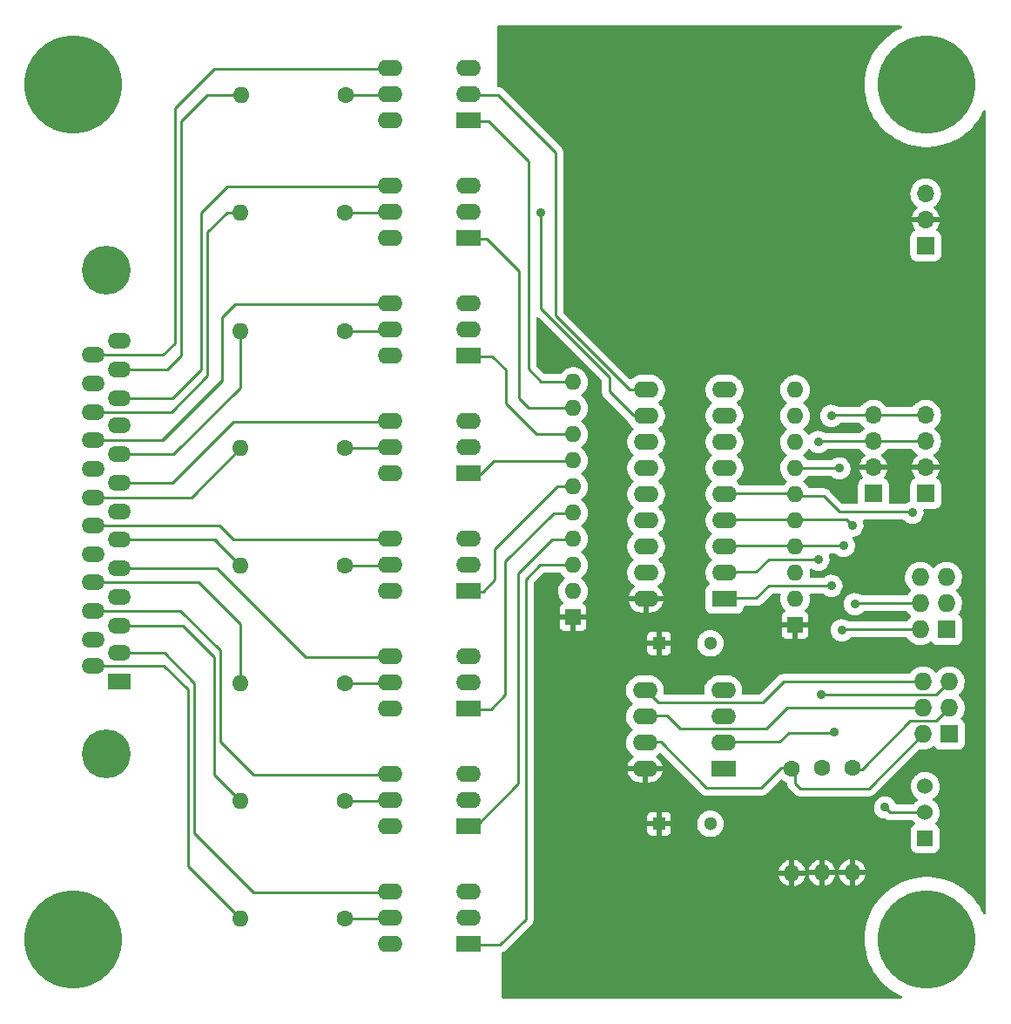
<source format=gtl>
%TF.GenerationSoftware,KiCad,Pcbnew,(6.0.1)*%
%TF.CreationDate,2022-09-29T14:04:54-04:00*%
%TF.ProjectId,OptoOut8-I2C,4f70746f-4f75-4743-982d-4932432e6b69,4*%
%TF.SameCoordinates,Original*%
%TF.FileFunction,Copper,L1,Top*%
%TF.FilePolarity,Positive*%
%FSLAX46Y46*%
G04 Gerber Fmt 4.6, Leading zero omitted, Abs format (unit mm)*
G04 Created by KiCad (PCBNEW (6.0.1)) date 2022-09-29 14:04:54*
%MOMM*%
%LPD*%
G01*
G04 APERTURE LIST*
%TA.AperFunction,ComponentPad*%
%ADD10C,4.750000*%
%TD*%
%TA.AperFunction,ComponentPad*%
%ADD11R,2.250000X1.524000*%
%TD*%
%TA.AperFunction,ComponentPad*%
%ADD12O,2.250000X1.524000*%
%TD*%
%TA.AperFunction,ComponentPad*%
%ADD13C,1.600000*%
%TD*%
%TA.AperFunction,ComponentPad*%
%ADD14O,1.600000X1.600000*%
%TD*%
%TA.AperFunction,ComponentPad*%
%ADD15R,2.400000X1.600000*%
%TD*%
%TA.AperFunction,ComponentPad*%
%ADD16O,2.400000X1.600000*%
%TD*%
%TA.AperFunction,ComponentPad*%
%ADD17C,9.525000*%
%TD*%
%TA.AperFunction,ComponentPad*%
%ADD18R,1.700000X1.700000*%
%TD*%
%TA.AperFunction,ComponentPad*%
%ADD19O,1.700000X1.700000*%
%TD*%
%TA.AperFunction,ComponentPad*%
%ADD20R,1.600000X1.600000*%
%TD*%
%TA.AperFunction,ComponentPad*%
%ADD21R,1.524000X1.524000*%
%TD*%
%TA.AperFunction,ComponentPad*%
%ADD22C,1.524000*%
%TD*%
%TA.AperFunction,ComponentPad*%
%ADD23R,1.727200X1.727200*%
%TD*%
%TA.AperFunction,ComponentPad*%
%ADD24O,1.727200X1.727200*%
%TD*%
%TA.AperFunction,ComponentPad*%
%ADD25R,1.300000X1.300000*%
%TD*%
%TA.AperFunction,ComponentPad*%
%ADD26C,1.300000*%
%TD*%
%TA.AperFunction,ViaPad*%
%ADD27C,0.889000*%
%TD*%
%TA.AperFunction,Conductor*%
%ADD28C,0.254000*%
%TD*%
G04 APERTURE END LIST*
D10*
%TO.P,J7,*%
%TO.N,*%
X39255700Y-90982800D03*
X39255700Y-43992800D03*
D11*
%TO.P,J7,1,1*%
%TO.N,unconnected-(J7-Pad1)*%
X40525700Y-83997800D03*
D12*
%TO.P,J7,2,2*%
%TO.N,Net-(J7-Pad2)*%
X40525700Y-81203800D03*
%TO.P,J7,3,3*%
%TO.N,Net-(J7-Pad3)*%
X40525700Y-78536800D03*
%TO.P,J7,4,4*%
%TO.N,unconnected-(J7-Pad4)*%
X40525700Y-75742800D03*
%TO.P,J7,5,5*%
%TO.N,Net-(J7-Pad5)*%
X40525700Y-72948800D03*
%TO.P,J7,6,6*%
%TO.N,Net-(J7-Pad6)*%
X40525700Y-70154800D03*
%TO.P,J7,7,7*%
%TO.N,unconnected-(J7-Pad7)*%
X40525700Y-67487800D03*
%TO.P,J7,8,8*%
%TO.N,Net-(J7-Pad8)*%
X40525700Y-64693800D03*
%TO.P,J7,9,9*%
%TO.N,Net-(J7-Pad9)*%
X40525700Y-61899800D03*
%TO.P,J7,10,10*%
%TO.N,unconnected-(J7-Pad10)*%
X40525700Y-59105800D03*
%TO.P,J7,11,11*%
%TO.N,Net-(J7-Pad11)*%
X40525700Y-56438800D03*
%TO.P,J7,12,12*%
%TO.N,Net-(J7-Pad12)*%
X40525700Y-53644800D03*
%TO.P,J7,13,13*%
%TO.N,unconnected-(J7-Pad13)*%
X40525700Y-50850800D03*
%TO.P,J7,14,P14*%
%TO.N,Net-(J7-Pad14)*%
X37985700Y-82423000D03*
%TO.P,J7,15,P15*%
%TO.N,unconnected-(J7-Pad15)*%
X37985700Y-79883000D03*
%TO.P,J7,16,P16*%
%TO.N,Net-(J7-Pad16)*%
X37985700Y-77089000D03*
%TO.P,J7,17,P17*%
%TO.N,Net-(J7-Pad17)*%
X37985700Y-74345800D03*
%TO.P,J7,18,P18*%
%TO.N,unconnected-(J7-Pad18)*%
X37985700Y-71602600D03*
%TO.P,J7,19,P19*%
%TO.N,Net-(J7-Pad19)*%
X37985700Y-68808600D03*
%TO.P,J7,20,P20*%
%TO.N,Net-(J7-Pad20)*%
X37985700Y-66065400D03*
%TO.P,J7,21,P21*%
%TO.N,unconnected-(J7-Pad21)*%
X37985700Y-63322200D03*
%TO.P,J7,22,P22*%
%TO.N,Net-(J7-Pad22)*%
X37985700Y-60477400D03*
%TO.P,J7,23,P23*%
%TO.N,Net-(J7-Pad23)*%
X37985700Y-57785000D03*
%TO.P,J7,24,P24*%
%TO.N,unconnected-(J7-Pad24)*%
X37985700Y-55041800D03*
%TO.P,J7,25,P25*%
%TO.N,Net-(J7-Pad25)*%
X37985700Y-52247800D03*
%TD*%
D13*
%TO.P,R1,1*%
%TO.N,Net-(R1-Pad1)*%
X62510000Y-27000000D03*
D14*
%TO.P,R1,2*%
%TO.N,Net-(J7-Pad12)*%
X52350000Y-27000000D03*
%TD*%
D13*
%TO.P,R2,1*%
%TO.N,Net-(R2-Pad1)*%
X62460000Y-38400000D03*
D14*
%TO.P,R2,2*%
%TO.N,Net-(J7-Pad23)*%
X52300000Y-38400000D03*
%TD*%
D13*
%TO.P,R3,1*%
%TO.N,Net-(R3-Pad1)*%
X62460000Y-49900000D03*
D14*
%TO.P,R3,2*%
%TO.N,Net-(J7-Pad9)*%
X52300000Y-49900000D03*
%TD*%
D13*
%TO.P,R4,1*%
%TO.N,Net-(R4-Pad1)*%
X62460000Y-61300000D03*
D14*
%TO.P,R4,2*%
%TO.N,Net-(J7-Pad20)*%
X52300000Y-61300000D03*
%TD*%
D13*
%TO.P,R5,1*%
%TO.N,Net-(R5-Pad1)*%
X62460000Y-72700000D03*
D14*
%TO.P,R5,2*%
%TO.N,Net-(J7-Pad6)*%
X52300000Y-72700000D03*
%TD*%
D13*
%TO.P,R6,1*%
%TO.N,Net-(R6-Pad1)*%
X62410000Y-84100000D03*
D14*
%TO.P,R6,2*%
%TO.N,Net-(J7-Pad17)*%
X52250000Y-84100000D03*
%TD*%
D13*
%TO.P,R8,1*%
%TO.N,Net-(R8-Pad1)*%
X62460000Y-107000000D03*
D14*
%TO.P,R8,2*%
%TO.N,Net-(J7-Pad14)*%
X52300000Y-107000000D03*
%TD*%
D13*
%TO.P,R7,1*%
%TO.N,Net-(R7-Pad1)*%
X62410000Y-95550000D03*
D14*
%TO.P,R7,2*%
%TO.N,Net-(J7-Pad3)*%
X52250000Y-95550000D03*
%TD*%
D15*
%TO.P,U8,1*%
%TO.N,Net-(RP1-Pad3)*%
X74422000Y-109474000D03*
D16*
%TO.P,U8,2*%
%TO.N,Net-(U8-Pad2)*%
X74422000Y-106934000D03*
%TO.P,U8,3*%
%TO.N,N/C*%
X74422000Y-104394000D03*
%TO.P,U8,4*%
%TO.N,Net-(J7-Pad2)*%
X66802000Y-104394000D03*
%TO.P,U8,5*%
%TO.N,Net-(R8-Pad1)*%
X66802000Y-106934000D03*
%TO.P,U8,6*%
%TO.N,unconnected-(U8-Pad6)*%
X66802000Y-109474000D03*
%TD*%
D15*
%TO.P,U1,1*%
%TO.N,Net-(RP1-Pad10)*%
X74422000Y-29464000D03*
D16*
%TO.P,U1,2*%
%TO.N,Net-(U1-Pad2)*%
X74422000Y-26924000D03*
%TO.P,U1,3*%
%TO.N,N/C*%
X74422000Y-24384000D03*
%TO.P,U1,4*%
%TO.N,Net-(J7-Pad25)*%
X66802000Y-24384000D03*
%TO.P,U1,5*%
%TO.N,Net-(R1-Pad1)*%
X66802000Y-26924000D03*
%TO.P,U1,6*%
%TO.N,unconnected-(U1-Pad6)*%
X66802000Y-29464000D03*
%TD*%
D15*
%TO.P,U2,1*%
%TO.N,Net-(RP1-Pad9)*%
X74422000Y-40894000D03*
D16*
%TO.P,U2,2*%
%TO.N,Net-(U2-Pad2)*%
X74422000Y-38354000D03*
%TO.P,U2,3*%
%TO.N,N/C*%
X74422000Y-35814000D03*
%TO.P,U2,4*%
%TO.N,Net-(J7-Pad11)*%
X66802000Y-35814000D03*
%TO.P,U2,5*%
%TO.N,Net-(R2-Pad1)*%
X66802000Y-38354000D03*
%TO.P,U2,6*%
%TO.N,unconnected-(U2-Pad6)*%
X66802000Y-40894000D03*
%TD*%
D15*
%TO.P,U3,1*%
%TO.N,Net-(RP1-Pad8)*%
X74422000Y-52324000D03*
D16*
%TO.P,U3,2*%
%TO.N,Net-(U3-Pad2)*%
X74422000Y-49784000D03*
%TO.P,U3,3*%
%TO.N,N/C*%
X74422000Y-47244000D03*
%TO.P,U3,4*%
%TO.N,Net-(J7-Pad22)*%
X66802000Y-47244000D03*
%TO.P,U3,5*%
%TO.N,Net-(R3-Pad1)*%
X66802000Y-49784000D03*
%TO.P,U3,6*%
%TO.N,unconnected-(U3-Pad6)*%
X66802000Y-52324000D03*
%TD*%
D15*
%TO.P,U4,1*%
%TO.N,Net-(RP1-Pad7)*%
X74422000Y-63754000D03*
D16*
%TO.P,U4,2*%
%TO.N,Net-(U4-Pad2)*%
X74422000Y-61214000D03*
%TO.P,U4,3*%
%TO.N,N/C*%
X74422000Y-58674000D03*
%TO.P,U4,4*%
%TO.N,Net-(J7-Pad8)*%
X66802000Y-58674000D03*
%TO.P,U4,5*%
%TO.N,Net-(R4-Pad1)*%
X66802000Y-61214000D03*
%TO.P,U4,6*%
%TO.N,unconnected-(U4-Pad6)*%
X66802000Y-63754000D03*
%TD*%
D15*
%TO.P,U5,1*%
%TO.N,Net-(RP1-Pad6)*%
X74422000Y-75184000D03*
D16*
%TO.P,U5,2*%
%TO.N,Net-(U5-Pad2)*%
X74422000Y-72644000D03*
%TO.P,U5,3*%
%TO.N,N/C*%
X74422000Y-70104000D03*
%TO.P,U5,4*%
%TO.N,Net-(J7-Pad19)*%
X66802000Y-70104000D03*
%TO.P,U5,5*%
%TO.N,Net-(R5-Pad1)*%
X66802000Y-72644000D03*
%TO.P,U5,6*%
%TO.N,unconnected-(U5-Pad6)*%
X66802000Y-75184000D03*
%TD*%
D15*
%TO.P,U6,1*%
%TO.N,Net-(RP1-Pad5)*%
X74437000Y-86599000D03*
D16*
%TO.P,U6,2*%
%TO.N,Net-(U6-Pad2)*%
X74437000Y-84059000D03*
%TO.P,U6,3*%
%TO.N,N/C*%
X74437000Y-81519000D03*
%TO.P,U6,4*%
%TO.N,Net-(J7-Pad5)*%
X66817000Y-81519000D03*
%TO.P,U6,5*%
%TO.N,Net-(R6-Pad1)*%
X66817000Y-84059000D03*
%TO.P,U6,6*%
%TO.N,unconnected-(U6-Pad6)*%
X66817000Y-86599000D03*
%TD*%
D15*
%TO.P,U7,1*%
%TO.N,Net-(RP1-Pad4)*%
X74422000Y-98044000D03*
D16*
%TO.P,U7,2*%
%TO.N,Net-(U7-Pad2)*%
X74422000Y-95504000D03*
%TO.P,U7,3*%
%TO.N,N/C*%
X74422000Y-92964000D03*
%TO.P,U7,4*%
%TO.N,Net-(J7-Pad16)*%
X66802000Y-92964000D03*
%TO.P,U7,5*%
%TO.N,Net-(R7-Pad1)*%
X66802000Y-95504000D03*
%TO.P,U7,6*%
%TO.N,unconnected-(U7-Pad6)*%
X66802000Y-98044000D03*
%TD*%
D17*
%TO.P,MTG4,1*%
%TO.N,N/C*%
X36000000Y-26000000D03*
%TD*%
%TO.P,MTG3,1*%
%TO.N,N/C*%
X119000000Y-26000000D03*
%TD*%
%TO.P,MTG2,1*%
%TO.N,N/C*%
X36000000Y-109000000D03*
%TD*%
%TO.P,MTG1,1*%
%TO.N,N/C*%
X119000000Y-109000000D03*
%TD*%
D18*
%TO.P,J3,1,P1*%
%TO.N,GND*%
X118900000Y-65720000D03*
D19*
%TO.P,J3,2,P2*%
%TO.N,/VCC*%
X118900000Y-63180000D03*
%TO.P,J3,3,P3*%
%TO.N,/SDA*%
X118900000Y-60640000D03*
%TO.P,J3,4,P4*%
%TO.N,/SCL*%
X118900000Y-58100000D03*
%TD*%
D20*
%TO.P,RP1,1,COM*%
%TO.N,/VCC*%
X84610000Y-77724000D03*
D14*
%TO.P,RP1,2,2*%
%TO.N,unconnected-(RP1-Pad2)*%
X84610000Y-75184000D03*
%TO.P,RP1,3,3*%
%TO.N,Net-(RP1-Pad3)*%
X84610000Y-72644000D03*
%TO.P,RP1,4,4*%
%TO.N,Net-(RP1-Pad4)*%
X84610000Y-70104000D03*
%TO.P,RP1,5,5*%
%TO.N,Net-(RP1-Pad5)*%
X84610000Y-67564000D03*
%TO.P,RP1,6,6*%
%TO.N,Net-(RP1-Pad6)*%
X84610000Y-65024000D03*
%TO.P,RP1,7,7*%
%TO.N,Net-(RP1-Pad7)*%
X84610000Y-62484000D03*
%TO.P,RP1,8,8*%
%TO.N,Net-(RP1-Pad8)*%
X84610000Y-59944000D03*
%TO.P,RP1,9,9*%
%TO.N,Net-(RP1-Pad9)*%
X84610000Y-57404000D03*
%TO.P,RP1,10,10*%
%TO.N,Net-(RP1-Pad10)*%
X84610000Y-54864000D03*
%TD*%
D20*
%TO.P,RP2,1,COM*%
%TO.N,/VCC*%
X106200000Y-78486000D03*
D14*
%TO.P,RP2,2,2*%
%TO.N,unconnected-(RP2-Pad2)*%
X106200000Y-75946000D03*
%TO.P,RP2,3,3*%
%TO.N,Net-(RP2-Pad3)*%
X106200000Y-73406000D03*
%TO.P,RP2,4,4*%
%TO.N,/A2*%
X106200000Y-70866000D03*
%TO.P,RP2,5,5*%
%TO.N,/A1*%
X106200000Y-68326000D03*
%TO.P,RP2,6,6*%
%TO.N,/A0*%
X106200000Y-65786000D03*
%TO.P,RP2,7,7*%
%TO.N,Net-(J6-Pad2)*%
X106200000Y-63246000D03*
%TO.P,RP2,8,8*%
%TO.N,unconnected-(RP2-Pad8)*%
X106200000Y-60706000D03*
%TO.P,RP2,9,9*%
%TO.N,unconnected-(RP2-Pad9)*%
X106200000Y-58166000D03*
%TO.P,RP2,10,10*%
%TO.N,unconnected-(RP2-Pad10)*%
X106200000Y-55626000D03*
%TD*%
D18*
%TO.P,J2,1,P1*%
%TO.N,GND*%
X113820000Y-65720000D03*
D19*
%TO.P,J2,2,P2*%
%TO.N,/VCC*%
X113820000Y-63180000D03*
%TO.P,J2,3,P3*%
%TO.N,/SDA*%
X113820000Y-60640000D03*
%TO.P,J2,4,P4*%
%TO.N,/SCL*%
X113820000Y-58100000D03*
%TD*%
D18*
%TO.P,J1,1,P1*%
%TO.N,GND*%
X118900000Y-41656000D03*
D19*
%TO.P,J1,2,PM*%
%TO.N,/VCC*%
X118900000Y-39116000D03*
%TO.P,J1,3,P3*%
%TO.N,GND*%
X118900000Y-36576000D03*
%TD*%
D21*
%TO.P,J6,1,P1*%
%TO.N,GND*%
X118850004Y-99240010D03*
D22*
%TO.P,J6,2,PM*%
%TO.N,Net-(J6-Pad2)*%
X118850004Y-96700010D03*
%TO.P,J6,3,P3*%
%TO.N,GND*%
X118850004Y-94160010D03*
%TD*%
D13*
%TO.P,R10,1*%
%TO.N,Net-(J5-Pad5)*%
X108800000Y-92390000D03*
D14*
%TO.P,R10,2*%
%TO.N,/VCC*%
X108800000Y-102550000D03*
%TD*%
D13*
%TO.P,R11,1*%
%TO.N,Net-(J5-Pad3)*%
X111750000Y-92370000D03*
D14*
%TO.P,R11,2*%
%TO.N,/VCC*%
X111750000Y-102530000D03*
%TD*%
D13*
%TO.P,R9,1*%
%TO.N,Net-(J5-Pad2)*%
X105900000Y-92420000D03*
D14*
%TO.P,R9,2*%
%TO.N,/VCC*%
X105900000Y-102580000D03*
%TD*%
D23*
%TO.P,J4,1,1*%
%TO.N,GND*%
X120931991Y-78928011D03*
D24*
%TO.P,J4,2,2*%
%TO.N,/A2*%
X118391991Y-78928011D03*
%TO.P,J4,3,3*%
%TO.N,GND*%
X120931991Y-76388011D03*
%TO.P,J4,4,4*%
%TO.N,/A1*%
X118391991Y-76388011D03*
%TO.P,J4,5,5*%
%TO.N,GND*%
X120931991Y-73848011D03*
%TO.P,J4,6,6*%
%TO.N,/A0*%
X118391991Y-73848011D03*
%TD*%
D23*
%TO.P,J5,1,P1*%
%TO.N,GND*%
X121185991Y-89088011D03*
D24*
%TO.P,J5,2,P2*%
%TO.N,Net-(J5-Pad2)*%
X118645991Y-89088011D03*
%TO.P,J5,3,P3*%
%TO.N,Net-(J5-Pad3)*%
X121185991Y-86548011D03*
%TO.P,J5,4,P4*%
%TO.N,/SCL*%
X118645991Y-86548011D03*
%TO.P,J5,5,P5*%
%TO.N,Net-(J5-Pad5)*%
X121185991Y-84008011D03*
%TO.P,J5,6,P6*%
%TO.N,/SDA*%
X118645991Y-84008011D03*
%TD*%
D25*
%TO.P,C1,1*%
%TO.N,/VCC*%
X92964000Y-80264000D03*
D26*
%TO.P,C1,2*%
%TO.N,GND*%
X97964000Y-80264000D03*
%TD*%
D25*
%TO.P,C2,1*%
%TO.N,/VCC*%
X92964000Y-97790000D03*
D26*
%TO.P,C2,2*%
%TO.N,GND*%
X97964000Y-97790000D03*
%TD*%
D15*
%TO.P,U9,1,SCL*%
%TO.N,/SCL*%
X99329000Y-75936000D03*
D16*
%TO.P,U9,2,SDA*%
%TO.N,/SDA*%
X99329000Y-73396000D03*
%TO.P,U9,3,A2*%
%TO.N,/A2*%
X99329000Y-70856000D03*
%TO.P,U9,4,A1*%
%TO.N,/A1*%
X99329000Y-68316000D03*
%TO.P,U9,5,A0*%
%TO.N,/A0*%
X99329000Y-65776000D03*
%TO.P,U9,6,~{RST}*%
%TO.N,Net-(RP2-Pad3)*%
X99329000Y-63236000D03*
%TO.P,U9,7*%
%TO.N,N/C*%
X99329000Y-60696000D03*
%TO.P,U9,8,INT*%
%TO.N,Net-(J6-Pad2)*%
X99329000Y-58156000D03*
%TO.P,U9,9,VSS*%
%TO.N,GND*%
X99329000Y-55616000D03*
%TO.P,U9,10,GP0*%
%TO.N,Net-(U1-Pad2)*%
X91709000Y-55616000D03*
%TO.P,U9,11,GP1*%
%TO.N,Net-(U2-Pad2)*%
X91709000Y-58156000D03*
%TO.P,U9,12,GP2*%
%TO.N,Net-(U3-Pad2)*%
X91709000Y-60696000D03*
%TO.P,U9,13,GP3*%
%TO.N,Net-(U4-Pad2)*%
X91709000Y-63236000D03*
%TO.P,U9,14,GP4*%
%TO.N,Net-(U5-Pad2)*%
X91709000Y-65776000D03*
%TO.P,U9,15,GP5*%
%TO.N,Net-(U6-Pad2)*%
X91709000Y-68316000D03*
%TO.P,U9,16,GP6*%
%TO.N,Net-(U7-Pad2)*%
X91709000Y-70856000D03*
%TO.P,U9,17,GP7*%
%TO.N,Net-(U8-Pad2)*%
X91709000Y-73396000D03*
%TO.P,U9,18,VDD*%
%TO.N,/VCC*%
X91709000Y-75936000D03*
%TD*%
D15*
%TO.P,U10,1,A0*%
%TO.N,/A0*%
X99225000Y-92450000D03*
D16*
%TO.P,U10,2,A1*%
%TO.N,/A1*%
X99225000Y-89910000D03*
%TO.P,U10,3,A2*%
%TO.N,/A2*%
X99225000Y-87370000D03*
%TO.P,U10,4,GND*%
%TO.N,GND*%
X99225000Y-84830000D03*
%TO.P,U10,5,SDA*%
%TO.N,/SDA*%
X91605000Y-84830000D03*
%TO.P,U10,6,SCL*%
%TO.N,/SCL*%
X91605000Y-87370000D03*
%TO.P,U10,7,TEST*%
%TO.N,Net-(J5-Pad2)*%
X91605000Y-89910000D03*
%TO.P,U10,8,VCC*%
%TO.N,/VCC*%
X91605000Y-92450000D03*
%TD*%
D27*
%TO.N,/A0*%
X117602000Y-67564000D03*
%TO.N,/A1*%
X112014000Y-76454000D03*
X109982000Y-88900000D03*
X111760000Y-68834000D03*
%TO.N,/A2*%
X110744000Y-78994000D03*
X110932000Y-70800000D03*
%TO.N,/SCL*%
X109728000Y-74676000D03*
X109728000Y-58166000D03*
%TO.N,/SDA*%
X108458000Y-72136000D03*
X108458000Y-60706000D03*
%TO.N,Net-(J6-Pad2)*%
X110502200Y-63250000D03*
X114950000Y-96200000D03*
%TO.N,Net-(U2-Pad2)*%
X81465000Y-38415000D03*
%TO.N,Net-(J5-Pad5)*%
X108740000Y-85278000D03*
%TD*%
D28*
%TO.N,Net-(J7-Pad25)*%
X41199800Y-52247800D02*
X37985700Y-52247800D01*
X41212000Y-52260000D02*
X41199800Y-52247800D01*
X41212000Y-52260000D02*
X44730000Y-52260000D01*
X40703500Y-52260000D02*
X41212000Y-52260000D01*
%TO.N,Net-(J7-Pad12)*%
X43688000Y-53644800D02*
X40525700Y-53644800D01*
X43700200Y-53657000D02*
X43688000Y-53644800D01*
X43700200Y-53657000D02*
X45149000Y-53657000D01*
X43243500Y-53657000D02*
X43700200Y-53657000D01*
%TO.N,Net-(J7-Pad11)*%
X43522400Y-56451000D02*
X43510200Y-56438800D01*
X43510200Y-56438800D02*
X40525700Y-56438800D01*
X43522400Y-56451000D02*
X45619000Y-56451000D01*
X43243500Y-56451000D02*
X43522400Y-56451000D01*
%TO.N,Net-(J7-Pad23)*%
X41338000Y-57797200D02*
X41325800Y-57785000D01*
X41338000Y-57797200D02*
X45542800Y-57797200D01*
X41325800Y-57785000D02*
X37985700Y-57785000D01*
X40703500Y-57797200D02*
X41338000Y-57797200D01*
%TO.N,Net-(J7-Pad22)*%
X41706800Y-60477400D02*
X37985700Y-60477400D01*
X41719000Y-60489600D02*
X41706800Y-60477400D01*
X41719000Y-60489600D02*
X44666400Y-60489600D01*
X40703500Y-60489600D02*
X41719000Y-60489600D01*
%TO.N,Net-(J7-Pad9)*%
X43967400Y-61899800D02*
X40525700Y-61899800D01*
X43979600Y-61912000D02*
X43967400Y-61899800D01*
X43979600Y-61912000D02*
X45784000Y-61912000D01*
X43243500Y-61912000D02*
X43979600Y-61912000D01*
%TO.N,Net-(J7-Pad8)*%
X43420800Y-64706000D02*
X43408600Y-64693800D01*
X43420800Y-64706000D02*
X45619000Y-64706000D01*
X43408600Y-64693800D02*
X40525700Y-64693800D01*
X43243500Y-64706000D02*
X43420800Y-64706000D01*
%TO.N,Net-(J7-Pad20)*%
X41325800Y-66065400D02*
X37985700Y-66065400D01*
X41338000Y-66077600D02*
X41325800Y-66065400D01*
X41338000Y-66077600D02*
X47522400Y-66077600D01*
X40703500Y-66077600D02*
X41338000Y-66077600D01*
%TO.N,Net-(J7-Pad19)*%
X41262800Y-68820800D02*
X41250600Y-68808600D01*
X41262800Y-68820800D02*
X50245800Y-68820800D01*
X41250600Y-68808600D02*
X37985700Y-68808600D01*
X40703500Y-68820800D02*
X41262800Y-68820800D01*
%TO.N,Net-(J7-Pad6)*%
X43638200Y-70154800D02*
X40525700Y-70154800D01*
X43650400Y-70167000D02*
X43638200Y-70154800D01*
X43650400Y-70167000D02*
X49767000Y-70167000D01*
X43243500Y-70167000D02*
X43650400Y-70167000D01*
%TO.N,Net-(J7-Pad5)*%
X43663600Y-72948800D02*
X40525700Y-72948800D01*
X43675800Y-72961000D02*
X43663600Y-72948800D01*
X43675800Y-72961000D02*
X49941000Y-72961000D01*
X43243500Y-72961000D02*
X43675800Y-72961000D01*
%TO.N,Net-(J7-Pad17)*%
X41478200Y-74345800D02*
X37985700Y-74345800D01*
X41490400Y-74358000D02*
X41478200Y-74345800D01*
X41490400Y-74358000D02*
X48163000Y-74358000D01*
X40703500Y-74358000D02*
X41490400Y-74358000D01*
%TO.N,Net-(J7-Pad16)*%
X41403000Y-77089000D02*
X37985700Y-77089000D01*
X41415200Y-77101200D02*
X41403000Y-77089000D01*
X41415200Y-77101200D02*
X46461200Y-77101200D01*
X40703500Y-77101200D02*
X41415200Y-77101200D01*
%TO.N,Net-(J7-Pad3)*%
X46101000Y-78536800D02*
X40525700Y-78536800D01*
X46113200Y-78549000D02*
X46101000Y-78536800D01*
X46113200Y-78549000D02*
X46639000Y-78549000D01*
X43243500Y-78549000D02*
X46113200Y-78549000D01*
%TO.N,Net-(J7-Pad2)*%
X44861000Y-81216000D02*
X44848800Y-81203800D01*
X44848800Y-81203800D02*
X40525700Y-81203800D01*
%TO.N,Net-(J7-Pad14)*%
X41148000Y-82423000D02*
X41160200Y-82435200D01*
X41160200Y-82435200D02*
X44810200Y-82435200D01*
X40703500Y-82435200D02*
X41160200Y-82435200D01*
X37985700Y-82423000D02*
X41148000Y-82423000D01*
%TO.N,Net-(J7-Pad8)*%
X51590000Y-58735000D02*
X66830000Y-58735000D01*
X45619000Y-64706000D02*
X51590000Y-58735000D01*
%TO.N,Net-(J7-Pad9)*%
X45784000Y-61912000D02*
X52225000Y-55471000D01*
X52225000Y-55471000D02*
X52225000Y-53185000D01*
X52225000Y-49845000D02*
X52225000Y-53185000D01*
X52225000Y-53185000D02*
X52225000Y-54290000D01*
%TO.N,Net-(J7-Pad22)*%
X44666400Y-60489600D02*
X50447000Y-54709000D01*
X50447000Y-54709000D02*
X50447000Y-54798000D01*
X50447000Y-48575000D02*
X50447000Y-54709000D01*
%TO.N,Net-(J7-Pad23)*%
X45542800Y-57797200D02*
X49050000Y-54290000D01*
%TO.N,Net-(J7-Pad11)*%
X45619000Y-56451000D02*
X48415000Y-53655000D01*
%TO.N,Net-(J7-Pad12)*%
X46510000Y-52296000D02*
X46510000Y-51026000D01*
X46510000Y-51026000D02*
X46510000Y-29525000D01*
X46510000Y-51750000D02*
X46510000Y-51026000D01*
X45149000Y-53657000D02*
X46510000Y-52296000D01*
%TO.N,Net-(J7-Pad25)*%
X44730000Y-52260000D02*
X45875000Y-51115000D01*
%TO.N,Net-(J7-Pad16)*%
X50320000Y-89850000D02*
X53495000Y-93025000D01*
X46461200Y-77101200D02*
X50320000Y-80960000D01*
X53495000Y-93025000D02*
X66830000Y-93025000D01*
X50320000Y-80960000D02*
X50320000Y-89850000D01*
%TO.N,Net-(J7-Pad20)*%
X47522400Y-66077600D02*
X52300000Y-61300000D01*
%TO.N,Net-(J7-Pad19)*%
X50245800Y-68820800D02*
X51590000Y-70165000D01*
%TO.N,Net-(J7-Pad6)*%
X49767000Y-70167000D02*
X52300000Y-72700000D01*
%TO.N,Net-(J7-Pad5)*%
X58575000Y-81595000D02*
X66830000Y-81595000D01*
X49941000Y-72961000D02*
X58575000Y-81595000D01*
%TO.N,Net-(J7-Pad3)*%
X46639000Y-78549000D02*
X49685000Y-81595000D01*
X49685000Y-81595000D02*
X49685000Y-93025000D01*
X49685000Y-93025000D02*
X52225000Y-95565000D01*
%TO.N,Net-(J7-Pad2)*%
X47780000Y-84135000D02*
X47780000Y-98740000D01*
X47780000Y-98740000D02*
X53495000Y-104455000D01*
X44861000Y-81216000D02*
X47780000Y-84135000D01*
X53495000Y-104455000D02*
X66830000Y-104455000D01*
X43243500Y-81216000D02*
X44861000Y-81216000D01*
%TO.N,Net-(J7-Pad14)*%
X47145000Y-101915000D02*
X52225000Y-106995000D01*
X44810200Y-82435200D02*
X47145000Y-84770000D01*
X47145000Y-84770000D02*
X47145000Y-101915000D01*
%TO.N,Net-(J7-Pad6)*%
X52225000Y-72705000D02*
X49687000Y-70167000D01*
%TO.N,Net-(J7-Pad17)*%
X52225000Y-78420000D02*
X48163000Y-74358000D01*
%TO.N,Net-(J7-Pad19)*%
X66830000Y-70165000D02*
X51590000Y-70165000D01*
%TO.N,Net-(J7-Pad22)*%
X50447000Y-54798000D02*
X44755400Y-60489600D01*
%TO.N,Net-(J7-Pad11)*%
X48415000Y-38415000D02*
X48415000Y-53655000D01*
X50955000Y-35875000D02*
X48415000Y-38415000D01*
X66830000Y-35875000D02*
X50955000Y-35875000D01*
%TO.N,Net-(J7-Pad17)*%
X52225000Y-84135000D02*
X52225000Y-78420000D01*
%TO.N,Net-(J7-Pad22)*%
X51717000Y-47305000D02*
X50447000Y-48575000D01*
%TO.N,Net-(J7-Pad23)*%
X49050000Y-40320000D02*
X49050000Y-54290000D01*
%TO.N,Net-(J7-Pad25)*%
X45875000Y-28255000D02*
X45875000Y-51115000D01*
%TO.N,Net-(J7-Pad12)*%
X46510000Y-29525000D02*
X49050000Y-26985000D01*
X49050000Y-26985000D02*
X52225000Y-26985000D01*
%TO.N,Net-(J7-Pad22)*%
X66830000Y-47305000D02*
X51717000Y-47305000D01*
%TO.N,Net-(J7-Pad23)*%
X50955000Y-38415000D02*
X49050000Y-40320000D01*
%TO.N,Net-(J7-Pad25)*%
X49685000Y-24445000D02*
X45875000Y-28255000D01*
X66830000Y-24445000D02*
X49685000Y-24445000D01*
%TO.N,Net-(J7-Pad23)*%
X52860000Y-38415000D02*
X50955000Y-38415000D01*
%TO.N,/A0*%
X110518000Y-67498000D02*
X108994000Y-65974000D01*
X108994000Y-65974000D02*
X106454000Y-65974000D01*
X117602000Y-67564000D02*
X117536000Y-67498000D01*
X110518000Y-67498000D02*
X117536000Y-67498000D01*
X99215000Y-65720000D02*
X106200000Y-65720000D01*
%TO.N,/A1*%
X104676000Y-89850000D02*
X105565000Y-88961000D01*
X109921000Y-88961000D02*
X109982000Y-88900000D01*
X111186000Y-68260000D02*
X111760000Y-68834000D01*
X112080000Y-76388000D02*
X112014000Y-76454000D01*
X99215000Y-68260000D02*
X106200000Y-68260000D01*
X105565000Y-88961000D02*
X109921000Y-88961000D01*
X118392000Y-76388000D02*
X112080000Y-76388000D01*
X106200000Y-68260000D02*
X111186000Y-68260000D01*
X99215000Y-89850000D02*
X104676000Y-89850000D01*
%TO.N,/A2*%
X110744000Y-78994000D02*
X110810000Y-78928000D01*
X110810000Y-78928000D02*
X118392000Y-78928000D01*
X99215000Y-70800000D02*
X106200000Y-70800000D01*
X106200000Y-70800000D02*
X110932000Y-70800000D01*
%TO.N,/SCL*%
X95024000Y-88580000D02*
X93754000Y-87310000D01*
X93754000Y-87310000D02*
X91595000Y-87310000D01*
X103406000Y-88580000D02*
X105438000Y-86548000D01*
X109728000Y-58166000D02*
X109794000Y-58100000D01*
X109794000Y-58100000D02*
X113820000Y-58100000D01*
X102428000Y-75880000D02*
X103632000Y-74676000D01*
X103632000Y-74676000D02*
X109728000Y-74676000D01*
X113820000Y-58100000D02*
X118900000Y-58100000D01*
X105438000Y-86548000D02*
X118646000Y-86548000D01*
X99215000Y-75880000D02*
X102428000Y-75880000D01*
X95024000Y-88580000D02*
X103406000Y-88580000D01*
%TO.N,/SDA*%
X105057000Y-84008000D02*
X103025000Y-86040000D01*
X103025000Y-86040000D02*
X92865000Y-86040000D01*
X92865000Y-86040000D02*
X91595000Y-84770000D01*
X108458000Y-60706000D02*
X108524000Y-60640000D01*
X108524000Y-60640000D02*
X113820000Y-60640000D01*
X102428000Y-73340000D02*
X103632000Y-72136000D01*
X103632000Y-72136000D02*
X108458000Y-72136000D01*
X118646000Y-84008000D02*
X105057000Y-84008000D01*
X99215000Y-73340000D02*
X102428000Y-73340000D01*
X113820000Y-60640000D02*
X118900000Y-60640000D01*
%TO.N,Net-(R1-Pad1)*%
X62510000Y-27000000D02*
X66726000Y-27000000D01*
%TO.N,Net-(R2-Pad1)*%
X62460000Y-38400000D02*
X66756000Y-38400000D01*
%TO.N,Net-(R3-Pad1)*%
X62460000Y-49900000D02*
X66686000Y-49900000D01*
%TO.N,Net-(R4-Pad1)*%
X62460000Y-61300000D02*
X66716000Y-61300000D01*
%TO.N,Net-(R5-Pad1)*%
X62460000Y-72700000D02*
X66746000Y-72700000D01*
%TO.N,Net-(R6-Pad1)*%
X62410000Y-84100000D02*
X66776000Y-84100000D01*
%TO.N,Net-(R7-Pad1)*%
X62410000Y-95550000D02*
X66756000Y-95550000D01*
%TO.N,Net-(R8-Pad1)*%
X62460000Y-107000000D02*
X66736000Y-107000000D01*
%TO.N,Net-(RP1-Pad3)*%
X80000000Y-74050000D02*
X80000000Y-107070000D01*
X80000000Y-107070000D02*
X77535000Y-109535000D01*
X81406000Y-72644000D02*
X80000000Y-74050000D01*
X84610000Y-72644000D02*
X81406000Y-72644000D01*
X77535000Y-109535000D02*
X74450000Y-109535000D01*
%TO.N,Net-(RP1-Pad4)*%
X75085000Y-98105000D02*
X79276000Y-93914000D01*
X79276000Y-73467000D02*
X82578000Y-70165000D01*
X82578000Y-70165000D02*
X84610000Y-70165000D01*
X79276000Y-93914000D02*
X79276000Y-73467000D01*
%TO.N,Net-(RP1-Pad5)*%
X76609000Y-86675000D02*
X78006000Y-85278000D01*
X78006000Y-72324000D02*
X82705000Y-67625000D01*
X82705000Y-67625000D02*
X84610000Y-67625000D01*
X74450000Y-86675000D02*
X76609000Y-86675000D01*
X78006000Y-85278000D02*
X78006000Y-72324000D01*
%TO.N,Net-(RP1-Pad6)*%
X75847000Y-75245000D02*
X76990000Y-74102000D01*
X84610000Y-65024000D02*
X83106000Y-65024000D01*
X76990000Y-74102000D02*
X76990000Y-71140000D01*
X74450000Y-75245000D02*
X75847000Y-75245000D01*
X83106000Y-65024000D02*
X76990000Y-71140000D01*
%TO.N,Net-(RP1-Pad7)*%
X75593000Y-63815000D02*
X76863000Y-62545000D01*
X76863000Y-62545000D02*
X84610000Y-62545000D01*
X74450000Y-63815000D02*
X75593000Y-63815000D01*
%TO.N,Net-(RP1-Pad8)*%
X76736000Y-52385000D02*
X74450000Y-52385000D01*
X78050500Y-53699500D02*
X76736000Y-52385000D01*
X84610000Y-59944000D02*
X81044000Y-59944000D01*
X78050500Y-56950500D02*
X78050500Y-53699500D01*
X81044000Y-59944000D02*
X78050500Y-56950500D01*
%TO.N,Net-(RP1-Pad9)*%
X84610000Y-57404000D02*
X80304000Y-57404000D01*
X80304000Y-57404000D02*
X79350000Y-56450000D01*
X79350000Y-44077000D02*
X76228000Y-40955000D01*
X79350000Y-56450000D02*
X79350000Y-44077000D01*
X74450000Y-40955000D02*
X76228000Y-40955000D01*
%TO.N,Net-(RP1-Pad10)*%
X76355000Y-29525000D02*
X80250000Y-33420000D01*
X80250000Y-53600000D02*
X80250000Y-33420000D01*
X84610000Y-54864000D02*
X81514000Y-54864000D01*
X81514000Y-54864000D02*
X80250000Y-53600000D01*
X74450000Y-29525000D02*
X76355000Y-29525000D01*
%TO.N,Net-(J6-Pad2)*%
X110498200Y-63246000D02*
X110502200Y-63250000D01*
X106200000Y-63246000D02*
X110498200Y-63246000D01*
X118850000Y-96700000D02*
X115450000Y-96700000D01*
X115450000Y-96700000D02*
X114950000Y-96200000D01*
%TO.N,Net-(U1-Pad2)*%
X77335000Y-26985000D02*
X82900000Y-32550000D01*
X82900000Y-32550000D02*
X82900000Y-48400000D01*
X91709000Y-55616000D02*
X90116000Y-55616000D01*
X90116000Y-55616000D02*
X82900000Y-48400000D01*
X74450000Y-26985000D02*
X77335000Y-26985000D01*
%TO.N,Net-(U2-Pad2)*%
X90452000Y-58100000D02*
X88166000Y-55814000D01*
X91595000Y-58100000D02*
X90452000Y-58100000D01*
X88166000Y-55814000D02*
X88166000Y-54434000D01*
X81465000Y-47733000D02*
X88166000Y-54434000D01*
X81465000Y-38415000D02*
X81465000Y-47733000D01*
%TO.N,Net-(J5-Pad3)*%
X117376000Y-87818000D02*
X119916000Y-87818000D01*
X119916000Y-87818000D02*
X121186000Y-86548000D01*
X112704000Y-92490000D02*
X111550000Y-92490000D01*
X112704000Y-92490000D02*
X117376000Y-87818000D01*
%TO.N,Net-(J5-Pad2)*%
X93152000Y-89850000D02*
X97597000Y-94295000D01*
X97597000Y-94295000D02*
X102898000Y-94295000D01*
X106200000Y-92340000D02*
X104853000Y-92340000D01*
X118646000Y-89088000D02*
X113384000Y-94350000D01*
X113384000Y-94350000D02*
X106700000Y-94350000D01*
X102898000Y-94295000D02*
X104853000Y-92340000D01*
X106200000Y-93850000D02*
X106200000Y-92340000D01*
X106700000Y-94350000D02*
X106200000Y-93850000D01*
X91595000Y-89850000D02*
X93152000Y-89850000D01*
%TO.N,Net-(J5-Pad5)*%
X119916000Y-85278000D02*
X121186000Y-84008000D01*
X108740000Y-85278000D02*
X119916000Y-85278000D01*
%TD*%
%TA.AperFunction,Conductor*%
%TO.N,/VCC*%
G36*
X116543234Y-20274002D02*
G01*
X116589727Y-20327658D01*
X116599831Y-20397932D01*
X116570337Y-20462512D01*
X116523737Y-20496240D01*
X116450611Y-20526829D01*
X116450602Y-20526833D01*
X116448274Y-20527807D01*
X116017630Y-20750079D01*
X115606198Y-21006173D01*
X115216631Y-21294438D01*
X114851436Y-21613017D01*
X114512968Y-21959858D01*
X114203406Y-22332727D01*
X114201953Y-22334794D01*
X114201951Y-22334797D01*
X113926195Y-22727158D01*
X113926188Y-22727168D01*
X113924745Y-22729222D01*
X113678781Y-23146787D01*
X113677677Y-23149060D01*
X113677673Y-23149068D01*
X113468203Y-23580453D01*
X113468198Y-23580465D01*
X113467096Y-23582734D01*
X113291056Y-24034253D01*
X113151795Y-24498436D01*
X113050209Y-24972293D01*
X112986953Y-25452770D01*
X112986826Y-25455284D01*
X112986825Y-25455291D01*
X112982924Y-25532311D01*
X112962434Y-25936772D01*
X112976811Y-26421182D01*
X112977088Y-26423693D01*
X112977089Y-26423704D01*
X113005262Y-26678884D01*
X113029991Y-26902879D01*
X113030470Y-26905364D01*
X113030470Y-26905367D01*
X113119051Y-27365359D01*
X113121631Y-27378759D01*
X113251141Y-27845757D01*
X113252010Y-27848131D01*
X113416816Y-28298488D01*
X113416821Y-28298499D01*
X113417686Y-28300864D01*
X113620194Y-28741148D01*
X113857360Y-29163773D01*
X114127657Y-29566016D01*
X114429342Y-29945286D01*
X114431065Y-29947128D01*
X114431070Y-29947133D01*
X114758751Y-30297301D01*
X114760472Y-30299140D01*
X114762336Y-30300836D01*
X115117035Y-30623587D01*
X115117044Y-30623595D01*
X115118915Y-30625297D01*
X115502360Y-30921658D01*
X115908338Y-31186311D01*
X115910561Y-31187518D01*
X115910566Y-31187521D01*
X116079305Y-31279139D01*
X116334233Y-31417554D01*
X116777302Y-31613895D01*
X116779666Y-31614723D01*
X116779679Y-31614728D01*
X117157724Y-31747117D01*
X117234690Y-31774070D01*
X117703450Y-31897047D01*
X118180563Y-31982033D01*
X118183069Y-31982274D01*
X118183074Y-31982275D01*
X118366041Y-31999892D01*
X118662956Y-32028482D01*
X118665491Y-32028522D01*
X118665494Y-32028522D01*
X118818771Y-32030930D01*
X119147519Y-32036095D01*
X119150038Y-32035932D01*
X119150042Y-32035932D01*
X119628598Y-32004985D01*
X119628601Y-32004985D01*
X119631132Y-32004821D01*
X119633635Y-32004456D01*
X119633643Y-32004455D01*
X119837773Y-31974675D01*
X120110679Y-31934862D01*
X120583071Y-31826670D01*
X121045265Y-31680941D01*
X121210380Y-31613895D01*
X121491950Y-31499561D01*
X121491952Y-31499560D01*
X121494282Y-31498614D01*
X121709071Y-31390587D01*
X121924983Y-31281995D01*
X121924990Y-31281991D01*
X121927231Y-31280864D01*
X122341321Y-31029093D01*
X122343355Y-31027621D01*
X122343362Y-31027616D01*
X122731832Y-30746410D01*
X122731834Y-30746408D01*
X122733886Y-30744923D01*
X123102397Y-30430185D01*
X123444478Y-30086907D01*
X123446116Y-30084976D01*
X123756296Y-29719226D01*
X123756302Y-29719218D01*
X123757928Y-29717301D01*
X124040725Y-29323746D01*
X124291049Y-28908779D01*
X124305302Y-28880193D01*
X124507238Y-28475171D01*
X124555534Y-28423132D01*
X124624297Y-28405465D01*
X124691696Y-28427779D01*
X124736332Y-28482989D01*
X124746000Y-28531392D01*
X124746000Y-106477318D01*
X124725998Y-106545439D01*
X124672342Y-106591932D01*
X124602068Y-106602036D01*
X124537488Y-106572542D01*
X124506088Y-106531169D01*
X124350806Y-106202666D01*
X124349559Y-106200497D01*
X124349552Y-106200484D01*
X124218456Y-105972503D01*
X124109227Y-105782548D01*
X123834734Y-105383157D01*
X123529093Y-105007067D01*
X123194276Y-104656700D01*
X123145248Y-104613017D01*
X122834317Y-104335989D01*
X122832437Y-104334314D01*
X122781904Y-104296096D01*
X122447916Y-104043503D01*
X122447914Y-104043502D01*
X122445910Y-104041986D01*
X122037183Y-103781598D01*
X122034946Y-103780414D01*
X122034933Y-103780406D01*
X121611135Y-103556017D01*
X121611131Y-103556015D01*
X121608889Y-103554828D01*
X121163789Y-103363138D01*
X120704749Y-103207761D01*
X120234726Y-103089700D01*
X120232245Y-103089285D01*
X120232241Y-103089284D01*
X120075254Y-103063014D01*
X119756749Y-103009714D01*
X119273897Y-102968319D01*
X119015515Y-102966966D01*
X118791811Y-102965794D01*
X118791805Y-102965794D01*
X118789280Y-102965781D01*
X118306021Y-103002118D01*
X117827233Y-103077094D01*
X117356000Y-103190227D01*
X117353614Y-103191007D01*
X117353600Y-103191011D01*
X116897756Y-103340004D01*
X116897751Y-103340006D01*
X116895358Y-103340788D01*
X116448274Y-103527807D01*
X116017630Y-103750079D01*
X115606198Y-104006173D01*
X115216631Y-104294438D01*
X115214735Y-104296092D01*
X115214730Y-104296096D01*
X115170920Y-104334314D01*
X114851436Y-104613017D01*
X114512968Y-104959858D01*
X114203406Y-105332727D01*
X114201953Y-105334794D01*
X114201951Y-105334797D01*
X113926195Y-105727158D01*
X113926188Y-105727168D01*
X113924745Y-105729222D01*
X113678781Y-106146787D01*
X113677677Y-106149060D01*
X113677673Y-106149068D01*
X113468203Y-106580453D01*
X113468198Y-106580465D01*
X113467096Y-106582734D01*
X113291056Y-107034253D01*
X113151795Y-107498436D01*
X113151269Y-107500887D01*
X113151267Y-107500897D01*
X113050736Y-107969833D01*
X113050209Y-107972293D01*
X112986953Y-108452770D01*
X112986826Y-108455284D01*
X112986825Y-108455291D01*
X112969976Y-108787899D01*
X112962434Y-108936772D01*
X112976811Y-109421182D01*
X113029991Y-109902879D01*
X113030470Y-109905364D01*
X113030470Y-109905367D01*
X113109540Y-110315970D01*
X113121631Y-110378759D01*
X113251141Y-110845757D01*
X113252010Y-110848131D01*
X113416816Y-111298488D01*
X113416821Y-111298499D01*
X113417686Y-111300864D01*
X113620194Y-111741148D01*
X113857360Y-112163773D01*
X114127657Y-112566016D01*
X114429342Y-112945286D01*
X114760472Y-113299140D01*
X114762336Y-113300836D01*
X115117035Y-113623587D01*
X115117044Y-113623595D01*
X115118915Y-113625297D01*
X115502360Y-113921658D01*
X115908338Y-114186311D01*
X115910561Y-114187518D01*
X115910566Y-114187521D01*
X116079305Y-114279139D01*
X116334233Y-114417554D01*
X116531124Y-114504804D01*
X116585300Y-114550689D01*
X116606068Y-114618581D01*
X116586835Y-114686922D01*
X116533706Y-114734017D01*
X116480076Y-114746000D01*
X77823740Y-114746000D01*
X77755619Y-114725998D01*
X77709126Y-114672342D01*
X77697742Y-114620663D01*
X77675457Y-110384195D01*
X77695100Y-110315970D01*
X77748511Y-110269195D01*
X77758460Y-110265094D01*
X77760589Y-110264321D01*
X77780634Y-110257045D01*
X77784711Y-110255645D01*
X77854575Y-110233013D01*
X77860838Y-110229213D01*
X77866380Y-110226675D01*
X77871856Y-110223933D01*
X77878741Y-110221434D01*
X77940132Y-110181185D01*
X77943800Y-110178870D01*
X78006581Y-110140773D01*
X78010786Y-110137059D01*
X78010789Y-110137057D01*
X78015005Y-110133333D01*
X78015031Y-110133362D01*
X78017962Y-110130762D01*
X78021316Y-110127958D01*
X78027435Y-110123946D01*
X78080989Y-110067413D01*
X78083366Y-110064972D01*
X80491528Y-107656810D01*
X80505941Y-107644423D01*
X80517665Y-107635795D01*
X80523564Y-107631454D01*
X80557979Y-107590945D01*
X80564909Y-107583429D01*
X80570653Y-107577685D01*
X80572927Y-107574811D01*
X80572933Y-107574804D01*
X80588372Y-107555289D01*
X80591163Y-107551885D01*
X80633945Y-107501528D01*
X80633948Y-107501524D01*
X80638684Y-107495949D01*
X80642011Y-107489434D01*
X80645392Y-107484364D01*
X80648617Y-107479142D01*
X80653160Y-107473400D01*
X80684246Y-107406888D01*
X80686152Y-107402988D01*
X80716213Y-107344117D01*
X80719543Y-107337596D01*
X80721284Y-107330479D01*
X80723411Y-107324761D01*
X80725342Y-107318955D01*
X80728443Y-107312321D01*
X80743391Y-107240461D01*
X80744359Y-107236181D01*
X80760469Y-107170343D01*
X80761804Y-107164888D01*
X80762500Y-107153670D01*
X80762539Y-107153672D01*
X80762772Y-107149771D01*
X80763161Y-107145412D01*
X80764652Y-107138244D01*
X80762546Y-107060424D01*
X80762500Y-107057015D01*
X80762500Y-102846522D01*
X104617273Y-102846522D01*
X104664764Y-103023761D01*
X104668510Y-103034053D01*
X104760586Y-103231511D01*
X104766069Y-103241007D01*
X104891028Y-103419467D01*
X104898084Y-103427875D01*
X105052125Y-103581916D01*
X105060533Y-103588972D01*
X105238993Y-103713931D01*
X105248489Y-103719414D01*
X105445947Y-103811490D01*
X105456239Y-103815236D01*
X105628503Y-103861394D01*
X105642599Y-103861058D01*
X105646000Y-103853116D01*
X105646000Y-103847967D01*
X106154000Y-103847967D01*
X106157973Y-103861498D01*
X106166522Y-103862727D01*
X106343761Y-103815236D01*
X106354053Y-103811490D01*
X106551511Y-103719414D01*
X106561007Y-103713931D01*
X106739467Y-103588972D01*
X106747875Y-103581916D01*
X106901916Y-103427875D01*
X106908972Y-103419467D01*
X107033931Y-103241007D01*
X107039414Y-103231511D01*
X107131490Y-103034053D01*
X107135236Y-103023761D01*
X107181394Y-102851497D01*
X107181058Y-102837401D01*
X107173116Y-102834000D01*
X106172115Y-102834000D01*
X106156876Y-102838475D01*
X106155672Y-102839864D01*
X106154000Y-102847548D01*
X106154000Y-103847967D01*
X105646000Y-103847967D01*
X105646000Y-102852115D01*
X105641525Y-102836876D01*
X105640135Y-102835671D01*
X105632452Y-102834000D01*
X104632033Y-102834000D01*
X104618502Y-102837973D01*
X104617273Y-102846522D01*
X80762500Y-102846522D01*
X80762500Y-102816522D01*
X107517273Y-102816522D01*
X107564764Y-102993761D01*
X107568510Y-103004053D01*
X107660586Y-103201511D01*
X107666069Y-103211007D01*
X107791028Y-103389467D01*
X107798084Y-103397875D01*
X107952125Y-103551916D01*
X107960533Y-103558972D01*
X108138993Y-103683931D01*
X108148489Y-103689414D01*
X108345947Y-103781490D01*
X108356239Y-103785236D01*
X108528503Y-103831394D01*
X108542599Y-103831058D01*
X108546000Y-103823116D01*
X108546000Y-103817967D01*
X109054000Y-103817967D01*
X109057973Y-103831498D01*
X109066522Y-103832727D01*
X109243761Y-103785236D01*
X109254053Y-103781490D01*
X109451511Y-103689414D01*
X109461007Y-103683931D01*
X109639467Y-103558972D01*
X109647875Y-103551916D01*
X109801916Y-103397875D01*
X109808972Y-103389467D01*
X109933931Y-103211007D01*
X109939414Y-103201511D01*
X110031490Y-103004053D01*
X110035236Y-102993761D01*
X110081394Y-102821497D01*
X110081058Y-102807401D01*
X110073116Y-102804000D01*
X109072115Y-102804000D01*
X109056876Y-102808475D01*
X109055671Y-102809865D01*
X109054000Y-102817548D01*
X109054000Y-103817967D01*
X108546000Y-103817967D01*
X108546000Y-102822115D01*
X108541525Y-102806876D01*
X108540135Y-102805671D01*
X108532452Y-102804000D01*
X107532033Y-102804000D01*
X107518502Y-102807973D01*
X107517273Y-102816522D01*
X80762500Y-102816522D01*
X80762500Y-102796522D01*
X110467273Y-102796522D01*
X110514764Y-102973761D01*
X110518510Y-102984053D01*
X110610586Y-103181511D01*
X110616069Y-103191007D01*
X110741028Y-103369467D01*
X110748084Y-103377875D01*
X110902125Y-103531916D01*
X110910533Y-103538972D01*
X111088993Y-103663931D01*
X111098489Y-103669414D01*
X111295947Y-103761490D01*
X111306239Y-103765236D01*
X111478503Y-103811394D01*
X111492599Y-103811058D01*
X111496000Y-103803116D01*
X111496000Y-103797967D01*
X112004000Y-103797967D01*
X112007973Y-103811498D01*
X112016522Y-103812727D01*
X112193761Y-103765236D01*
X112204053Y-103761490D01*
X112401511Y-103669414D01*
X112411007Y-103663931D01*
X112589467Y-103538972D01*
X112597875Y-103531916D01*
X112751916Y-103377875D01*
X112758972Y-103369467D01*
X112883931Y-103191007D01*
X112889414Y-103181511D01*
X112981490Y-102984053D01*
X112985236Y-102973761D01*
X113031394Y-102801497D01*
X113031058Y-102787401D01*
X113023116Y-102784000D01*
X112022115Y-102784000D01*
X112006876Y-102788475D01*
X112005671Y-102789865D01*
X112004000Y-102797548D01*
X112004000Y-103797967D01*
X111496000Y-103797967D01*
X111496000Y-102802115D01*
X111491525Y-102786876D01*
X111490135Y-102785671D01*
X111482452Y-102784000D01*
X110482033Y-102784000D01*
X110468502Y-102787973D01*
X110467273Y-102796522D01*
X80762500Y-102796522D01*
X80762500Y-102308503D01*
X104618606Y-102308503D01*
X104618942Y-102322599D01*
X104626884Y-102326000D01*
X105627885Y-102326000D01*
X105643124Y-102321525D01*
X105644329Y-102320135D01*
X105646000Y-102312452D01*
X105646000Y-102307885D01*
X106154000Y-102307885D01*
X106158475Y-102323124D01*
X106159865Y-102324329D01*
X106167548Y-102326000D01*
X107167967Y-102326000D01*
X107181498Y-102322027D01*
X107182727Y-102313478D01*
X107173355Y-102278503D01*
X107518606Y-102278503D01*
X107518942Y-102292599D01*
X107526884Y-102296000D01*
X108527885Y-102296000D01*
X108543124Y-102291525D01*
X108544329Y-102290135D01*
X108546000Y-102282452D01*
X108546000Y-102277885D01*
X109054000Y-102277885D01*
X109058475Y-102293124D01*
X109059865Y-102294329D01*
X109067548Y-102296000D01*
X110067967Y-102296000D01*
X110081498Y-102292027D01*
X110082727Y-102283478D01*
X110076035Y-102258503D01*
X110468606Y-102258503D01*
X110468942Y-102272599D01*
X110476884Y-102276000D01*
X111477885Y-102276000D01*
X111493124Y-102271525D01*
X111494329Y-102270135D01*
X111496000Y-102262452D01*
X111496000Y-102257885D01*
X112004000Y-102257885D01*
X112008475Y-102273124D01*
X112009865Y-102274329D01*
X112017548Y-102276000D01*
X113017967Y-102276000D01*
X113031498Y-102272027D01*
X113032727Y-102263478D01*
X112985236Y-102086239D01*
X112981490Y-102075947D01*
X112889414Y-101878489D01*
X112883931Y-101868993D01*
X112758972Y-101690533D01*
X112751916Y-101682125D01*
X112597875Y-101528084D01*
X112589467Y-101521028D01*
X112411007Y-101396069D01*
X112401511Y-101390586D01*
X112204053Y-101298510D01*
X112193761Y-101294764D01*
X112021497Y-101248606D01*
X112007401Y-101248942D01*
X112004000Y-101256884D01*
X112004000Y-102257885D01*
X111496000Y-102257885D01*
X111496000Y-101262033D01*
X111492027Y-101248502D01*
X111483478Y-101247273D01*
X111306239Y-101294764D01*
X111295947Y-101298510D01*
X111098489Y-101390586D01*
X111088993Y-101396069D01*
X110910533Y-101521028D01*
X110902125Y-101528084D01*
X110748084Y-101682125D01*
X110741028Y-101690533D01*
X110616069Y-101868993D01*
X110610586Y-101878489D01*
X110518510Y-102075947D01*
X110514764Y-102086239D01*
X110468606Y-102258503D01*
X110076035Y-102258503D01*
X110035236Y-102106239D01*
X110031490Y-102095947D01*
X109939414Y-101898489D01*
X109933931Y-101888993D01*
X109808972Y-101710533D01*
X109801916Y-101702125D01*
X109647875Y-101548084D01*
X109639467Y-101541028D01*
X109461007Y-101416069D01*
X109451511Y-101410586D01*
X109254053Y-101318510D01*
X109243761Y-101314764D01*
X109071497Y-101268606D01*
X109057401Y-101268942D01*
X109054000Y-101276884D01*
X109054000Y-102277885D01*
X108546000Y-102277885D01*
X108546000Y-101282033D01*
X108542027Y-101268502D01*
X108533478Y-101267273D01*
X108356239Y-101314764D01*
X108345947Y-101318510D01*
X108148489Y-101410586D01*
X108138993Y-101416069D01*
X107960533Y-101541028D01*
X107952125Y-101548084D01*
X107798084Y-101702125D01*
X107791028Y-101710533D01*
X107666069Y-101888993D01*
X107660586Y-101898489D01*
X107568510Y-102095947D01*
X107564764Y-102106239D01*
X107518606Y-102278503D01*
X107173355Y-102278503D01*
X107135236Y-102136239D01*
X107131490Y-102125947D01*
X107039414Y-101928489D01*
X107033931Y-101918993D01*
X106908972Y-101740533D01*
X106901916Y-101732125D01*
X106747875Y-101578084D01*
X106739467Y-101571028D01*
X106561007Y-101446069D01*
X106551511Y-101440586D01*
X106354053Y-101348510D01*
X106343761Y-101344764D01*
X106171497Y-101298606D01*
X106157401Y-101298942D01*
X106154000Y-101306884D01*
X106154000Y-102307885D01*
X105646000Y-102307885D01*
X105646000Y-101312033D01*
X105642027Y-101298502D01*
X105633478Y-101297273D01*
X105456239Y-101344764D01*
X105445947Y-101348510D01*
X105248489Y-101440586D01*
X105238993Y-101446069D01*
X105060533Y-101571028D01*
X105052125Y-101578084D01*
X104898084Y-101732125D01*
X104891028Y-101740533D01*
X104766069Y-101918993D01*
X104760586Y-101928489D01*
X104668510Y-102125947D01*
X104664764Y-102136239D01*
X104618606Y-102308503D01*
X80762500Y-102308503D01*
X80762500Y-98484669D01*
X91806001Y-98484669D01*
X91806371Y-98491490D01*
X91811895Y-98542352D01*
X91815521Y-98557604D01*
X91860676Y-98678054D01*
X91869214Y-98693649D01*
X91945715Y-98795724D01*
X91958276Y-98808285D01*
X92060351Y-98884786D01*
X92075946Y-98893324D01*
X92196394Y-98938478D01*
X92211649Y-98942105D01*
X92262514Y-98947631D01*
X92269328Y-98948000D01*
X92691885Y-98948000D01*
X92707124Y-98943525D01*
X92708329Y-98942135D01*
X92710000Y-98934452D01*
X92710000Y-98929884D01*
X93218000Y-98929884D01*
X93222475Y-98945123D01*
X93223865Y-98946328D01*
X93231548Y-98947999D01*
X93658669Y-98947999D01*
X93665490Y-98947629D01*
X93716352Y-98942105D01*
X93731604Y-98938479D01*
X93852054Y-98893324D01*
X93867649Y-98884786D01*
X93969724Y-98808285D01*
X93982285Y-98795724D01*
X94058786Y-98693649D01*
X94067324Y-98678054D01*
X94112478Y-98557606D01*
X94116105Y-98542351D01*
X94121631Y-98491486D01*
X94122000Y-98484672D01*
X94122000Y-98062115D01*
X94117525Y-98046876D01*
X94116135Y-98045671D01*
X94108452Y-98044000D01*
X93236115Y-98044000D01*
X93220876Y-98048475D01*
X93219671Y-98049865D01*
X93218000Y-98057548D01*
X93218000Y-98929884D01*
X92710000Y-98929884D01*
X92710000Y-98062115D01*
X92705525Y-98046876D01*
X92704135Y-98045671D01*
X92696452Y-98044000D01*
X91824116Y-98044000D01*
X91808877Y-98048475D01*
X91807672Y-98049865D01*
X91806001Y-98057548D01*
X91806001Y-98484669D01*
X80762500Y-98484669D01*
X80762500Y-97790000D01*
X96673590Y-97790000D01*
X96693194Y-98014077D01*
X96694618Y-98019390D01*
X96694618Y-98019392D01*
X96701660Y-98045671D01*
X96751411Y-98231346D01*
X96753733Y-98236327D01*
X96753734Y-98236328D01*
X96844146Y-98430218D01*
X96844149Y-98430223D01*
X96846472Y-98435205D01*
X96975489Y-98619460D01*
X97134540Y-98778511D01*
X97139048Y-98781668D01*
X97139051Y-98781670D01*
X97215857Y-98835450D01*
X97318795Y-98907528D01*
X97323777Y-98909851D01*
X97323782Y-98909854D01*
X97405585Y-98947999D01*
X97522654Y-99002589D01*
X97527962Y-99004011D01*
X97527964Y-99004012D01*
X97734608Y-99059382D01*
X97734610Y-99059382D01*
X97739923Y-99060806D01*
X97964000Y-99080410D01*
X98188077Y-99060806D01*
X98193390Y-99059382D01*
X98193392Y-99059382D01*
X98400036Y-99004012D01*
X98400038Y-99004011D01*
X98405346Y-99002589D01*
X98522415Y-98947999D01*
X98604218Y-98909854D01*
X98604223Y-98909851D01*
X98609205Y-98907528D01*
X98712143Y-98835450D01*
X98788949Y-98781670D01*
X98788952Y-98781668D01*
X98793460Y-98778511D01*
X98952511Y-98619460D01*
X99081528Y-98435205D01*
X99083851Y-98430223D01*
X99083854Y-98430218D01*
X99174266Y-98236328D01*
X99174267Y-98236327D01*
X99176589Y-98231346D01*
X99226341Y-98045671D01*
X99233382Y-98019392D01*
X99233382Y-98019390D01*
X99234806Y-98014077D01*
X99254410Y-97790000D01*
X99234806Y-97565923D01*
X99226788Y-97536000D01*
X99178012Y-97353964D01*
X99178011Y-97353962D01*
X99176589Y-97348654D01*
X99154887Y-97302114D01*
X99083854Y-97149782D01*
X99083851Y-97149777D01*
X99081528Y-97144795D01*
X98977585Y-96996349D01*
X98955670Y-96965051D01*
X98955668Y-96965048D01*
X98952511Y-96960540D01*
X98793460Y-96801489D01*
X98788952Y-96798332D01*
X98788949Y-96798330D01*
X98643743Y-96696656D01*
X98609205Y-96672472D01*
X98604223Y-96670149D01*
X98604218Y-96670146D01*
X98410328Y-96579734D01*
X98410327Y-96579733D01*
X98405346Y-96577411D01*
X98400038Y-96575989D01*
X98400036Y-96575988D01*
X98193392Y-96520618D01*
X98193390Y-96520618D01*
X98188077Y-96519194D01*
X97964000Y-96499590D01*
X97739923Y-96519194D01*
X97734610Y-96520618D01*
X97734608Y-96520618D01*
X97527964Y-96575988D01*
X97527962Y-96575989D01*
X97522654Y-96577411D01*
X97517673Y-96579733D01*
X97517672Y-96579734D01*
X97323782Y-96670146D01*
X97323777Y-96670149D01*
X97318795Y-96672472D01*
X97284257Y-96696656D01*
X97139051Y-96798330D01*
X97139048Y-96798332D01*
X97134540Y-96801489D01*
X96975489Y-96960540D01*
X96972332Y-96965048D01*
X96972330Y-96965051D01*
X96950415Y-96996349D01*
X96846472Y-97144795D01*
X96844149Y-97149777D01*
X96844146Y-97149782D01*
X96773113Y-97302114D01*
X96751411Y-97348654D01*
X96749989Y-97353962D01*
X96749988Y-97353964D01*
X96701212Y-97536000D01*
X96693194Y-97565923D01*
X96673590Y-97790000D01*
X80762500Y-97790000D01*
X80762500Y-97517885D01*
X91806000Y-97517885D01*
X91810475Y-97533124D01*
X91811865Y-97534329D01*
X91819548Y-97536000D01*
X92691885Y-97536000D01*
X92707124Y-97531525D01*
X92708329Y-97530135D01*
X92710000Y-97522452D01*
X92710000Y-97517885D01*
X93218000Y-97517885D01*
X93222475Y-97533124D01*
X93223865Y-97534329D01*
X93231548Y-97536000D01*
X94103884Y-97536000D01*
X94119123Y-97531525D01*
X94120328Y-97530135D01*
X94121999Y-97522452D01*
X94121999Y-97095331D01*
X94121629Y-97088510D01*
X94116105Y-97037648D01*
X94112479Y-97022396D01*
X94067324Y-96901946D01*
X94058786Y-96886351D01*
X93982285Y-96784276D01*
X93969724Y-96771715D01*
X93867649Y-96695214D01*
X93852054Y-96686676D01*
X93731606Y-96641522D01*
X93716351Y-96637895D01*
X93665486Y-96632369D01*
X93658672Y-96632000D01*
X93236115Y-96632000D01*
X93220876Y-96636475D01*
X93219671Y-96637865D01*
X93218000Y-96645548D01*
X93218000Y-97517885D01*
X92710000Y-97517885D01*
X92710000Y-96650116D01*
X92705525Y-96634877D01*
X92704135Y-96633672D01*
X92696452Y-96632001D01*
X92269331Y-96632001D01*
X92262510Y-96632371D01*
X92211648Y-96637895D01*
X92196396Y-96641521D01*
X92075946Y-96686676D01*
X92060351Y-96695214D01*
X91958276Y-96771715D01*
X91945715Y-96784276D01*
X91869214Y-96886351D01*
X91860676Y-96901946D01*
X91815522Y-97022394D01*
X91811895Y-97037649D01*
X91806369Y-97088514D01*
X91806000Y-97095328D01*
X91806000Y-97517885D01*
X80762500Y-97517885D01*
X80762500Y-96171608D01*
X113865745Y-96171608D01*
X113878727Y-96369673D01*
X113927586Y-96562056D01*
X114010685Y-96742313D01*
X114014018Y-96747029D01*
X114055261Y-96805386D01*
X114125243Y-96904409D01*
X114267422Y-97042913D01*
X114432461Y-97153189D01*
X114437764Y-97155467D01*
X114437767Y-97155469D01*
X114609525Y-97229262D01*
X114614832Y-97231542D01*
X114685905Y-97247624D01*
X114802791Y-97274073D01*
X114802796Y-97274074D01*
X114808428Y-97275348D01*
X114814199Y-97275575D01*
X114814201Y-97275575D01*
X114912866Y-97279452D01*
X114980149Y-97302114D01*
X114989498Y-97309330D01*
X115018472Y-97333945D01*
X115018476Y-97333948D01*
X115024051Y-97338684D01*
X115030568Y-97342012D01*
X115035632Y-97345389D01*
X115040856Y-97348616D01*
X115046600Y-97353160D01*
X115113104Y-97384242D01*
X115117001Y-97386147D01*
X115182404Y-97419543D01*
X115189518Y-97421284D01*
X115195252Y-97423416D01*
X115201048Y-97425344D01*
X115207680Y-97428444D01*
X115279555Y-97443394D01*
X115283839Y-97444364D01*
X115355112Y-97461804D01*
X115360714Y-97462152D01*
X115360717Y-97462152D01*
X115366330Y-97462500D01*
X115366328Y-97462537D01*
X115370227Y-97462773D01*
X115374598Y-97463163D01*
X115381757Y-97464652D01*
X115459577Y-97462546D01*
X115462986Y-97462500D01*
X117607581Y-97462500D01*
X117675702Y-97482502D01*
X117712297Y-97519890D01*
X117712655Y-97519628D01*
X117714477Y-97522117D01*
X117715013Y-97522665D01*
X117715709Y-97523800D01*
X117715712Y-97523805D01*
X117718412Y-97528210D01*
X117858693Y-97690155D01*
X117866026Y-97698621D01*
X117895508Y-97763206D01*
X117885393Y-97833479D01*
X117838892Y-97887127D01*
X117833521Y-97889989D01*
X117833611Y-97890141D01*
X117695406Y-97971875D01*
X117581869Y-98085412D01*
X117500135Y-98223617D01*
X117497924Y-98231228D01*
X117497923Y-98231230D01*
X117457133Y-98371629D01*
X117457132Y-98371634D01*
X117455339Y-98377806D01*
X117454835Y-98384216D01*
X117452698Y-98411366D01*
X117452504Y-98413829D01*
X117452505Y-100066190D01*
X117455339Y-100102214D01*
X117500135Y-100256403D01*
X117581869Y-100394608D01*
X117695406Y-100508145D01*
X117833611Y-100589879D01*
X117841222Y-100592090D01*
X117841224Y-100592091D01*
X117981623Y-100632881D01*
X117981628Y-100632882D01*
X117987800Y-100634675D01*
X118009423Y-100636377D01*
X118021366Y-100637317D01*
X118021375Y-100637317D01*
X118023823Y-100637510D01*
X118849335Y-100637510D01*
X119676184Y-100637509D01*
X119695427Y-100635995D01*
X119705790Y-100635180D01*
X119705791Y-100635180D01*
X119712208Y-100634675D01*
X119718388Y-100632880D01*
X119718391Y-100632879D01*
X119858784Y-100592091D01*
X119858786Y-100592090D01*
X119866397Y-100589879D01*
X120004602Y-100508145D01*
X120118139Y-100394608D01*
X120199873Y-100256403D01*
X120242873Y-100108397D01*
X120242875Y-100108391D01*
X120242876Y-100108386D01*
X120244669Y-100102214D01*
X120246371Y-100080591D01*
X120247311Y-100068648D01*
X120247311Y-100068639D01*
X120247504Y-100066191D01*
X120247503Y-98413830D01*
X120244669Y-98377806D01*
X120202119Y-98231346D01*
X120202085Y-98231230D01*
X120202084Y-98231228D01*
X120199873Y-98223617D01*
X120118139Y-98085412D01*
X120004602Y-97971875D01*
X119866397Y-97890141D01*
X119867365Y-97888504D01*
X119820650Y-97849632D01*
X119799290Y-97781924D01*
X119817927Y-97713417D01*
X119836325Y-97690155D01*
X119914241Y-97612510D01*
X119917902Y-97608862D01*
X119980235Y-97522117D01*
X120048983Y-97426443D01*
X120052001Y-97422243D01*
X120085747Y-97353964D01*
X120117487Y-97289741D01*
X120153820Y-97216227D01*
X120190552Y-97095331D01*
X120219121Y-97001301D01*
X120219122Y-97001295D01*
X120220625Y-96996349D01*
X120236548Y-96875399D01*
X120250183Y-96771833D01*
X120250183Y-96771829D01*
X120250620Y-96768512D01*
X120251260Y-96742313D01*
X120252212Y-96703375D01*
X120252212Y-96703371D01*
X120252294Y-96700010D01*
X120246062Y-96624204D01*
X120233888Y-96476131D01*
X120233887Y-96476125D01*
X120233464Y-96470980D01*
X120177481Y-96248100D01*
X120085847Y-96037357D01*
X120048890Y-95980230D01*
X119963834Y-95848753D01*
X119963832Y-95848750D01*
X119961024Y-95844410D01*
X119926188Y-95806125D01*
X119809841Y-95678262D01*
X119809839Y-95678261D01*
X119806363Y-95674440D01*
X119802312Y-95671241D01*
X119802308Y-95671237D01*
X119630073Y-95535214D01*
X119630068Y-95535211D01*
X119626019Y-95532013D01*
X119625594Y-95531778D01*
X119580800Y-95478462D01*
X119571770Y-95408042D01*
X119602244Y-95343918D01*
X119623030Y-95325295D01*
X119750920Y-95234072D01*
X119755123Y-95231074D01*
X119769275Y-95216972D01*
X119873695Y-95112915D01*
X119917902Y-95068862D01*
X119926034Y-95057546D01*
X120048983Y-94886443D01*
X120052001Y-94882243D01*
X120056291Y-94873564D01*
X120151526Y-94680868D01*
X120153820Y-94676227D01*
X120169743Y-94623818D01*
X120219121Y-94461301D01*
X120219122Y-94461295D01*
X120220625Y-94456349D01*
X120246876Y-94256953D01*
X120250183Y-94231833D01*
X120250183Y-94231829D01*
X120250620Y-94228512D01*
X120252294Y-94160010D01*
X120241326Y-94026607D01*
X120233888Y-93936131D01*
X120233887Y-93936125D01*
X120233464Y-93930980D01*
X120177481Y-93708100D01*
X120085847Y-93497357D01*
X120083041Y-93493019D01*
X119963834Y-93308753D01*
X119963832Y-93308750D01*
X119961024Y-93304410D01*
X119903071Y-93240720D01*
X119809841Y-93138262D01*
X119809839Y-93138261D01*
X119806363Y-93134440D01*
X119802312Y-93131241D01*
X119802308Y-93131237D01*
X119673429Y-93029455D01*
X119626019Y-92992013D01*
X119424835Y-92880953D01*
X119278339Y-92829076D01*
X119213088Y-92805969D01*
X119213084Y-92805968D01*
X119208213Y-92804243D01*
X119203120Y-92803336D01*
X119203117Y-92803335D01*
X118987060Y-92764849D01*
X118987054Y-92764848D01*
X118981971Y-92763943D01*
X118908788Y-92763049D01*
X118757355Y-92761199D01*
X118757353Y-92761199D01*
X118752185Y-92761136D01*
X118600614Y-92784329D01*
X118530135Y-92795114D01*
X118530132Y-92795115D01*
X118525026Y-92795896D01*
X118510194Y-92800744D01*
X118311508Y-92865685D01*
X118311506Y-92865686D01*
X118306595Y-92867291D01*
X118102757Y-92973402D01*
X118098624Y-92976505D01*
X118098621Y-92976507D01*
X117932131Y-93101511D01*
X117918987Y-93111380D01*
X117900011Y-93131237D01*
X117799593Y-93236319D01*
X117760220Y-93277520D01*
X117757306Y-93281792D01*
X117757305Y-93281793D01*
X117695600Y-93372249D01*
X117630720Y-93467360D01*
X117533965Y-93675802D01*
X117472552Y-93897247D01*
X117448133Y-94125749D01*
X117448430Y-94130902D01*
X117448430Y-94130905D01*
X117452053Y-94193741D01*
X117461361Y-94355171D01*
X117462496Y-94360208D01*
X117462497Y-94360214D01*
X117471095Y-94398366D01*
X117511882Y-94579352D01*
X117598340Y-94792271D01*
X117601037Y-94796672D01*
X117601038Y-94796674D01*
X117711799Y-94977419D01*
X117718412Y-94988210D01*
X117868873Y-95161908D01*
X118045683Y-95308699D01*
X118050147Y-95311307D01*
X118050149Y-95311309D01*
X118067356Y-95321364D01*
X118116079Y-95373004D01*
X118129149Y-95442787D01*
X118102416Y-95508558D01*
X118079437Y-95530911D01*
X117936191Y-95638463D01*
X117918987Y-95651380D01*
X117760220Y-95817520D01*
X117757306Y-95821792D01*
X117757305Y-95821793D01*
X117715891Y-95882504D01*
X117660980Y-95927507D01*
X117611803Y-95937500D01*
X116093557Y-95937500D01*
X116025436Y-95917498D01*
X115978943Y-95863842D01*
X115972291Y-95845712D01*
X115962587Y-95811304D01*
X115874797Y-95633284D01*
X115756035Y-95474243D01*
X115751799Y-95470327D01*
X115614520Y-95343428D01*
X115614518Y-95343426D01*
X115610279Y-95339508D01*
X115442410Y-95233590D01*
X115437050Y-95231452D01*
X115437047Y-95231450D01*
X115350230Y-95196814D01*
X115258051Y-95160038D01*
X115252394Y-95158913D01*
X115252388Y-95158911D01*
X115069041Y-95122442D01*
X115069039Y-95122442D01*
X115063374Y-95121315D01*
X115057599Y-95121239D01*
X115057595Y-95121239D01*
X114958638Y-95119944D01*
X114864901Y-95118717D01*
X114859204Y-95119696D01*
X114859203Y-95119696D01*
X114674975Y-95151352D01*
X114669278Y-95152331D01*
X114483056Y-95221032D01*
X114312472Y-95322518D01*
X114163239Y-95453392D01*
X114159664Y-95457927D01*
X114159663Y-95457928D01*
X114146801Y-95474243D01*
X114040355Y-95609270D01*
X114037666Y-95614381D01*
X114037664Y-95614384D01*
X114019833Y-95648275D01*
X113947935Y-95784931D01*
X113889075Y-95974493D01*
X113865745Y-96171608D01*
X80762500Y-96171608D01*
X80762500Y-92716522D01*
X89922273Y-92716522D01*
X89969764Y-92893761D01*
X89973510Y-92904053D01*
X90065586Y-93101511D01*
X90071069Y-93111007D01*
X90196028Y-93289467D01*
X90203084Y-93297875D01*
X90357125Y-93451916D01*
X90365533Y-93458972D01*
X90543993Y-93583931D01*
X90553489Y-93589414D01*
X90750947Y-93681490D01*
X90761239Y-93685236D01*
X90971688Y-93741625D01*
X90982481Y-93743528D01*
X91145170Y-93757762D01*
X91150635Y-93758000D01*
X91332885Y-93758000D01*
X91348124Y-93753525D01*
X91349329Y-93752135D01*
X91351000Y-93744452D01*
X91351000Y-93739885D01*
X91859000Y-93739885D01*
X91863475Y-93755124D01*
X91864865Y-93756329D01*
X91872548Y-93758000D01*
X92059365Y-93758000D01*
X92064830Y-93757762D01*
X92227519Y-93743528D01*
X92238312Y-93741625D01*
X92448761Y-93685236D01*
X92459053Y-93681490D01*
X92656511Y-93589414D01*
X92666007Y-93583931D01*
X92844467Y-93458972D01*
X92852875Y-93451916D01*
X93006916Y-93297875D01*
X93013972Y-93289467D01*
X93138931Y-93111007D01*
X93144414Y-93101511D01*
X93236490Y-92904053D01*
X93240236Y-92893761D01*
X93286394Y-92721497D01*
X93286058Y-92707401D01*
X93278116Y-92704000D01*
X91877115Y-92704000D01*
X91861876Y-92708475D01*
X91860671Y-92709865D01*
X91859000Y-92717548D01*
X91859000Y-93739885D01*
X91351000Y-93739885D01*
X91351000Y-92722115D01*
X91346525Y-92706876D01*
X91345135Y-92705671D01*
X91337452Y-92704000D01*
X89937033Y-92704000D01*
X89923502Y-92707973D01*
X89922273Y-92716522D01*
X80762500Y-92716522D01*
X80762500Y-90010479D01*
X89768089Y-90010479D01*
X89803794Y-90243814D01*
X89877130Y-90468185D01*
X89986126Y-90677566D01*
X89989233Y-90681704D01*
X90123251Y-90860198D01*
X90127857Y-90866333D01*
X90178553Y-90914779D01*
X90264027Y-90996460D01*
X90298514Y-91029417D01*
X90479621Y-91152959D01*
X90524621Y-91207868D01*
X90532792Y-91278393D01*
X90501538Y-91342140D01*
X90480885Y-91360258D01*
X90365533Y-91441028D01*
X90357125Y-91448084D01*
X90203084Y-91602125D01*
X90196028Y-91610533D01*
X90071069Y-91788993D01*
X90065586Y-91798489D01*
X89973510Y-91995947D01*
X89969764Y-92006239D01*
X89923606Y-92178503D01*
X89923942Y-92192599D01*
X89931884Y-92196000D01*
X93272967Y-92196000D01*
X93286498Y-92192027D01*
X93287727Y-92183478D01*
X93240236Y-92006239D01*
X93236490Y-91995947D01*
X93144414Y-91798489D01*
X93138931Y-91788993D01*
X93013972Y-91610533D01*
X93006916Y-91602125D01*
X92852875Y-91448084D01*
X92844467Y-91441028D01*
X92727342Y-91359016D01*
X92683014Y-91303559D01*
X92675705Y-91232939D01*
X92707736Y-91169579D01*
X92731173Y-91150011D01*
X92879522Y-91054040D01*
X92879525Y-91054038D01*
X92883865Y-91051230D01*
X92904642Y-91032325D01*
X92931469Y-91007913D01*
X92999697Y-90945830D01*
X93063542Y-90914779D01*
X93134040Y-90923173D01*
X93173591Y-90949929D01*
X97010190Y-94786528D01*
X97022577Y-94800941D01*
X97035546Y-94818564D01*
X97041129Y-94823307D01*
X97076055Y-94852979D01*
X97083571Y-94859909D01*
X97089315Y-94865653D01*
X97092189Y-94867927D01*
X97092196Y-94867933D01*
X97111711Y-94883372D01*
X97115115Y-94886163D01*
X97165472Y-94928945D01*
X97165476Y-94928948D01*
X97171051Y-94933684D01*
X97177568Y-94937012D01*
X97182632Y-94940389D01*
X97187856Y-94943616D01*
X97193600Y-94948160D01*
X97200231Y-94951259D01*
X97260082Y-94979232D01*
X97264033Y-94981163D01*
X97291114Y-94994991D01*
X97329404Y-95014543D01*
X97336519Y-95016284D01*
X97342265Y-95018421D01*
X97348048Y-95020345D01*
X97354679Y-95023444D01*
X97426557Y-95038394D01*
X97430829Y-95039361D01*
X97502112Y-95056804D01*
X97507711Y-95057151D01*
X97507715Y-95057152D01*
X97513330Y-95057500D01*
X97513328Y-95057539D01*
X97517229Y-95057772D01*
X97521588Y-95058161D01*
X97528756Y-95059652D01*
X97536073Y-95059454D01*
X97606577Y-95057546D01*
X97609986Y-95057500D01*
X102830624Y-95057500D01*
X102849574Y-95058933D01*
X102863973Y-95061124D01*
X102863979Y-95061124D01*
X102871208Y-95062224D01*
X102878500Y-95061631D01*
X102878503Y-95061631D01*
X102924183Y-95057915D01*
X102934398Y-95057500D01*
X102942525Y-95057500D01*
X102946161Y-95057076D01*
X102946163Y-95057076D01*
X102949615Y-95056673D01*
X102970924Y-95054189D01*
X102975244Y-95053762D01*
X103048426Y-95047809D01*
X103055388Y-95045553D01*
X103061376Y-95044357D01*
X103067333Y-95042949D01*
X103074607Y-95042101D01*
X103081489Y-95039603D01*
X103081493Y-95039602D01*
X103143607Y-95017055D01*
X103147711Y-95015645D01*
X103217575Y-94993013D01*
X103223838Y-94989213D01*
X103229380Y-94986675D01*
X103234856Y-94983933D01*
X103241741Y-94981434D01*
X103303132Y-94941185D01*
X103306800Y-94938870D01*
X103369581Y-94900773D01*
X103373786Y-94897059D01*
X103373789Y-94897057D01*
X103378005Y-94893333D01*
X103378031Y-94893362D01*
X103380962Y-94890762D01*
X103384316Y-94887958D01*
X103390435Y-94883946D01*
X103443989Y-94827413D01*
X103446366Y-94824972D01*
X104772735Y-93498603D01*
X104835047Y-93464577D01*
X104905862Y-93469642D01*
X104942312Y-93490752D01*
X105073809Y-93599923D01*
X105078261Y-93602525D01*
X105078266Y-93602528D01*
X105273157Y-93716413D01*
X105277615Y-93719018D01*
X105282439Y-93720860D01*
X105282443Y-93720862D01*
X105354805Y-93748494D01*
X105411309Y-93791481D01*
X105435442Y-93855986D01*
X105437085Y-93876180D01*
X105437500Y-93886398D01*
X105437500Y-93894525D01*
X105440811Y-93922924D01*
X105441238Y-93927244D01*
X105447191Y-94000426D01*
X105449447Y-94007388D01*
X105450643Y-94013376D01*
X105452051Y-94019333D01*
X105452899Y-94026607D01*
X105455397Y-94033489D01*
X105455398Y-94033493D01*
X105477945Y-94095607D01*
X105479355Y-94099711D01*
X105501987Y-94169575D01*
X105505787Y-94175838D01*
X105508325Y-94181380D01*
X105511067Y-94186856D01*
X105513566Y-94193741D01*
X105517581Y-94199865D01*
X105553815Y-94255132D01*
X105556130Y-94258800D01*
X105594227Y-94321581D01*
X105597941Y-94325786D01*
X105597943Y-94325789D01*
X105601667Y-94330005D01*
X105601638Y-94330031D01*
X105604238Y-94332962D01*
X105607042Y-94336316D01*
X105611054Y-94342435D01*
X105629822Y-94360214D01*
X105667586Y-94395988D01*
X105670028Y-94398366D01*
X106113190Y-94841528D01*
X106125577Y-94855941D01*
X106138546Y-94873564D01*
X106144129Y-94878307D01*
X106179055Y-94907979D01*
X106186571Y-94914909D01*
X106192315Y-94920653D01*
X106195189Y-94922927D01*
X106195196Y-94922933D01*
X106214711Y-94938372D01*
X106218115Y-94941163D01*
X106268472Y-94983945D01*
X106268476Y-94983948D01*
X106274051Y-94988684D01*
X106280568Y-94992012D01*
X106285632Y-94995389D01*
X106290856Y-94998616D01*
X106296600Y-95003160D01*
X106363104Y-95034242D01*
X106367001Y-95036147D01*
X106432404Y-95069543D01*
X106439518Y-95071284D01*
X106445252Y-95073416D01*
X106451048Y-95075344D01*
X106457680Y-95078444D01*
X106529555Y-95093394D01*
X106533839Y-95094364D01*
X106605112Y-95111804D01*
X106610714Y-95112152D01*
X106610717Y-95112152D01*
X106616330Y-95112500D01*
X106616328Y-95112537D01*
X106620227Y-95112773D01*
X106624598Y-95113163D01*
X106631757Y-95114652D01*
X106709577Y-95112546D01*
X106712986Y-95112500D01*
X113316624Y-95112500D01*
X113335574Y-95113933D01*
X113349973Y-95116124D01*
X113349979Y-95116124D01*
X113357208Y-95117224D01*
X113364500Y-95116631D01*
X113364503Y-95116631D01*
X113410183Y-95112915D01*
X113420398Y-95112500D01*
X113428525Y-95112500D01*
X113432161Y-95112076D01*
X113432163Y-95112076D01*
X113435615Y-95111673D01*
X113456924Y-95109189D01*
X113461244Y-95108762D01*
X113534426Y-95102809D01*
X113541388Y-95100553D01*
X113547376Y-95099357D01*
X113553333Y-95097949D01*
X113560607Y-95097101D01*
X113567489Y-95094603D01*
X113567493Y-95094602D01*
X113629607Y-95072055D01*
X113633711Y-95070645D01*
X113703575Y-95048013D01*
X113709838Y-95044213D01*
X113715380Y-95041675D01*
X113720856Y-95038933D01*
X113727741Y-95036434D01*
X113758436Y-95016310D01*
X113789132Y-94996185D01*
X113792800Y-94993870D01*
X113855581Y-94955773D01*
X113859786Y-94952059D01*
X113859789Y-94952057D01*
X113864005Y-94948333D01*
X113864031Y-94948362D01*
X113866962Y-94945762D01*
X113870316Y-94942958D01*
X113876435Y-94938946D01*
X113929989Y-94882413D01*
X113932366Y-94879972D01*
X118222900Y-90589438D01*
X118285212Y-90555412D01*
X118337114Y-90555062D01*
X118467883Y-90581667D01*
X118606926Y-90586765D01*
X118709064Y-90590511D01*
X118709068Y-90590511D01*
X118714228Y-90590700D01*
X118719348Y-90590044D01*
X118719350Y-90590044D01*
X118792781Y-90580637D01*
X118958740Y-90559378D01*
X118963689Y-90557893D01*
X118963695Y-90557892D01*
X119101127Y-90516660D01*
X119194853Y-90488541D01*
X119227050Y-90472768D01*
X119411583Y-90382365D01*
X119416225Y-90380091D01*
X119420428Y-90377093D01*
X119420433Y-90377090D01*
X119600749Y-90248472D01*
X119667822Y-90225198D01*
X119736831Y-90241882D01*
X119782370Y-90286911D01*
X119816256Y-90344209D01*
X119929793Y-90457746D01*
X119936614Y-90461780D01*
X119984376Y-90490026D01*
X120067998Y-90539480D01*
X120075609Y-90541691D01*
X120075611Y-90541692D01*
X120216010Y-90582482D01*
X120216015Y-90582483D01*
X120222187Y-90584276D01*
X120243810Y-90585978D01*
X120255753Y-90586918D01*
X120255762Y-90586918D01*
X120258210Y-90587111D01*
X121185240Y-90587111D01*
X122113771Y-90587110D01*
X122133014Y-90585596D01*
X122143377Y-90584781D01*
X122143378Y-90584781D01*
X122149795Y-90584276D01*
X122155975Y-90582481D01*
X122155978Y-90582480D01*
X122296371Y-90541692D01*
X122296373Y-90541691D01*
X122303984Y-90539480D01*
X122387607Y-90490026D01*
X122435368Y-90461780D01*
X122442189Y-90457746D01*
X122555726Y-90344209D01*
X122637460Y-90206004D01*
X122639672Y-90198391D01*
X122680462Y-90057992D01*
X122680463Y-90057987D01*
X122682256Y-90051815D01*
X122685091Y-90015792D01*
X122685090Y-88160231D01*
X122682256Y-88124207D01*
X122637460Y-87970018D01*
X122615431Y-87932768D01*
X122559760Y-87838634D01*
X122555726Y-87831813D01*
X122442189Y-87718276D01*
X122435367Y-87714241D01*
X122435365Y-87714240D01*
X122384590Y-87684212D01*
X122336137Y-87632319D01*
X122323431Y-87562469D01*
X122346405Y-87502232D01*
X122392919Y-87437500D01*
X122475375Y-87322751D01*
X122504211Y-87264407D01*
X122582302Y-87106400D01*
X122582303Y-87106398D01*
X122584596Y-87101758D01*
X122656257Y-86865894D01*
X122664355Y-86804383D01*
X122687996Y-86624815D01*
X122687997Y-86624809D01*
X122688433Y-86621493D01*
X122688515Y-86618141D01*
X122690147Y-86551376D01*
X122690147Y-86551371D01*
X122690229Y-86548011D01*
X122675502Y-86368884D01*
X122670454Y-86307481D01*
X122670453Y-86307475D01*
X122670030Y-86302330D01*
X122619348Y-86100553D01*
X122611236Y-86068258D01*
X122611235Y-86068254D01*
X122609977Y-86063247D01*
X122597683Y-86034972D01*
X122513741Y-85841919D01*
X122513739Y-85841916D01*
X122511681Y-85837182D01*
X122377783Y-85630207D01*
X122351848Y-85601704D01*
X122215357Y-85451703D01*
X122215355Y-85451701D01*
X122211879Y-85447881D01*
X122207828Y-85444682D01*
X122207824Y-85444678D01*
X122136291Y-85388185D01*
X122123926Y-85378419D01*
X122082863Y-85320503D01*
X122079631Y-85249580D01*
X122115256Y-85188168D01*
X122128850Y-85176959D01*
X122140388Y-85168729D01*
X122156913Y-85156942D01*
X122331526Y-84982938D01*
X122475375Y-84782751D01*
X122504211Y-84724407D01*
X122582302Y-84566400D01*
X122582303Y-84566398D01*
X122584596Y-84561758D01*
X122656257Y-84325894D01*
X122688433Y-84081493D01*
X122689000Y-84058296D01*
X122690147Y-84011376D01*
X122690147Y-84011371D01*
X122690229Y-84008011D01*
X122676758Y-83844158D01*
X122670454Y-83767481D01*
X122670453Y-83767475D01*
X122670030Y-83762330D01*
X122609977Y-83523247D01*
X122589778Y-83476792D01*
X122513741Y-83301919D01*
X122513739Y-83301916D01*
X122511681Y-83297182D01*
X122429903Y-83170772D01*
X122380593Y-83094550D01*
X122380591Y-83094547D01*
X122377783Y-83090207D01*
X122361766Y-83072604D01*
X122215357Y-82911703D01*
X122215355Y-82911701D01*
X122211879Y-82907881D01*
X122207828Y-82904682D01*
X122207824Y-82904678D01*
X122022477Y-82758300D01*
X122018424Y-82755099D01*
X122013908Y-82752606D01*
X122013905Y-82752604D01*
X121807135Y-82638461D01*
X121807132Y-82638460D01*
X121802613Y-82635965D01*
X121639960Y-82578367D01*
X121575114Y-82555404D01*
X121575111Y-82555403D01*
X121570242Y-82553679D01*
X121565153Y-82552772D01*
X121565151Y-82552772D01*
X121512408Y-82543377D01*
X121327552Y-82510449D01*
X121235625Y-82509326D01*
X121086231Y-82507500D01*
X121086229Y-82507500D01*
X121081061Y-82507437D01*
X120837387Y-82544725D01*
X120603075Y-82621309D01*
X120384418Y-82735135D01*
X120380285Y-82738238D01*
X120380282Y-82738240D01*
X120353565Y-82758300D01*
X120187288Y-82883145D01*
X120016979Y-83061363D01*
X120014060Y-83065642D01*
X120012881Y-83067098D01*
X119954467Y-83107451D01*
X119883510Y-83109817D01*
X119821765Y-83072604D01*
X119815425Y-83065636D01*
X119671879Y-82907881D01*
X119667828Y-82904682D01*
X119667824Y-82904678D01*
X119482477Y-82758300D01*
X119478424Y-82755099D01*
X119473908Y-82752606D01*
X119473905Y-82752604D01*
X119267135Y-82638461D01*
X119267132Y-82638460D01*
X119262613Y-82635965D01*
X119099960Y-82578367D01*
X119035114Y-82555404D01*
X119035111Y-82555403D01*
X119030242Y-82553679D01*
X119025153Y-82552772D01*
X119025151Y-82552772D01*
X118972408Y-82543377D01*
X118787552Y-82510449D01*
X118695625Y-82509326D01*
X118546231Y-82507500D01*
X118546229Y-82507500D01*
X118541061Y-82507437D01*
X118297387Y-82544725D01*
X118063075Y-82621309D01*
X117844418Y-82735135D01*
X117840285Y-82738238D01*
X117840282Y-82738240D01*
X117813565Y-82758300D01*
X117647288Y-82883145D01*
X117476979Y-83061363D01*
X117474065Y-83065635D01*
X117474064Y-83065636D01*
X117388885Y-83190504D01*
X117333974Y-83235507D01*
X117284797Y-83245500D01*
X105124376Y-83245500D01*
X105105426Y-83244067D01*
X105091027Y-83241876D01*
X105091021Y-83241876D01*
X105083792Y-83240776D01*
X105076500Y-83241369D01*
X105076497Y-83241369D01*
X105030817Y-83245085D01*
X105020602Y-83245500D01*
X105012475Y-83245500D01*
X105008839Y-83245924D01*
X105008837Y-83245924D01*
X105005385Y-83246327D01*
X104984076Y-83248811D01*
X104979756Y-83249238D01*
X104906574Y-83255191D01*
X104899612Y-83257447D01*
X104893624Y-83258643D01*
X104887667Y-83260051D01*
X104880393Y-83260899D01*
X104873511Y-83263397D01*
X104873507Y-83263398D01*
X104811393Y-83285945D01*
X104807289Y-83287355D01*
X104737425Y-83309987D01*
X104731162Y-83313787D01*
X104725620Y-83316325D01*
X104720144Y-83319067D01*
X104713259Y-83321566D01*
X104707135Y-83325581D01*
X104651868Y-83361815D01*
X104648200Y-83364130D01*
X104585419Y-83402227D01*
X104581214Y-83405941D01*
X104581211Y-83405943D01*
X104576995Y-83409667D01*
X104576969Y-83409638D01*
X104574038Y-83412238D01*
X104570684Y-83415042D01*
X104564565Y-83419054D01*
X104559533Y-83424366D01*
X104511012Y-83475586D01*
X104508634Y-83478028D01*
X102746067Y-85240595D01*
X102683755Y-85274621D01*
X102656972Y-85277500D01*
X101153889Y-85277500D01*
X101085768Y-85257498D01*
X101039275Y-85203842D01*
X101029841Y-85129406D01*
X101059027Y-84965555D01*
X101061911Y-84729521D01*
X101026206Y-84496186D01*
X100952870Y-84271815D01*
X100855525Y-84084815D01*
X100846262Y-84067021D01*
X100846261Y-84067019D01*
X100843874Y-84062434D01*
X100702143Y-83873667D01*
X100531486Y-83710583D01*
X100527213Y-83707668D01*
X100340764Y-83580481D01*
X100340759Y-83580478D01*
X100336484Y-83577562D01*
X100209269Y-83518511D01*
X100127069Y-83480355D01*
X100127066Y-83480354D01*
X100122374Y-83478176D01*
X99894908Y-83415094D01*
X99889771Y-83414545D01*
X99705542Y-83394856D01*
X99705534Y-83394856D01*
X99702207Y-83394500D01*
X98765158Y-83394500D01*
X98762585Y-83394712D01*
X98762574Y-83394712D01*
X98594893Y-83408498D01*
X98594887Y-83408499D01*
X98589742Y-83408922D01*
X98360802Y-83466427D01*
X98144328Y-83560553D01*
X98139980Y-83563366D01*
X97950478Y-83685960D01*
X97950475Y-83685962D01*
X97946135Y-83688770D01*
X97942312Y-83692249D01*
X97942309Y-83692251D01*
X97859633Y-83767481D01*
X97771544Y-83847636D01*
X97768345Y-83851687D01*
X97768341Y-83851691D01*
X97747720Y-83877802D01*
X97625244Y-84032884D01*
X97511164Y-84239539D01*
X97432368Y-84462051D01*
X97431461Y-84467141D01*
X97431460Y-84467146D01*
X97413781Y-84566400D01*
X97390973Y-84694445D01*
X97388089Y-84930479D01*
X97396675Y-84986586D01*
X97418993Y-85132441D01*
X97409525Y-85202804D01*
X97363519Y-85256878D01*
X97294443Y-85277500D01*
X93533889Y-85277500D01*
X93465768Y-85257498D01*
X93419275Y-85203842D01*
X93409841Y-85129406D01*
X93439027Y-84965555D01*
X93441911Y-84729521D01*
X93406206Y-84496186D01*
X93332870Y-84271815D01*
X93235525Y-84084815D01*
X93226262Y-84067021D01*
X93226261Y-84067019D01*
X93223874Y-84062434D01*
X93082143Y-83873667D01*
X92911486Y-83710583D01*
X92907213Y-83707668D01*
X92720764Y-83580481D01*
X92720759Y-83580478D01*
X92716484Y-83577562D01*
X92589269Y-83518511D01*
X92507069Y-83480355D01*
X92507066Y-83480354D01*
X92502374Y-83478176D01*
X92274908Y-83415094D01*
X92269771Y-83414545D01*
X92085542Y-83394856D01*
X92085534Y-83394856D01*
X92082207Y-83394500D01*
X91145158Y-83394500D01*
X91142585Y-83394712D01*
X91142574Y-83394712D01*
X90974893Y-83408498D01*
X90974887Y-83408499D01*
X90969742Y-83408922D01*
X90740802Y-83466427D01*
X90524328Y-83560553D01*
X90519980Y-83563366D01*
X90330478Y-83685960D01*
X90330475Y-83685962D01*
X90326135Y-83688770D01*
X90322312Y-83692249D01*
X90322309Y-83692251D01*
X90239633Y-83767481D01*
X90151544Y-83847636D01*
X90148345Y-83851687D01*
X90148341Y-83851691D01*
X90127720Y-83877802D01*
X90005244Y-84032884D01*
X89891164Y-84239539D01*
X89812368Y-84462051D01*
X89811461Y-84467141D01*
X89811460Y-84467146D01*
X89793781Y-84566400D01*
X89770973Y-84694445D01*
X89768089Y-84930479D01*
X89803794Y-85163814D01*
X89877130Y-85388185D01*
X89986126Y-85597566D01*
X89989233Y-85601704D01*
X90124511Y-85781876D01*
X90127857Y-85786333D01*
X90169308Y-85825945D01*
X90251158Y-85904162D01*
X90298514Y-85949417D01*
X90365479Y-85995097D01*
X90410481Y-86050008D01*
X90418652Y-86120533D01*
X90387398Y-86184280D01*
X90362917Y-86204975D01*
X90326135Y-86228770D01*
X90322312Y-86232249D01*
X90322309Y-86232251D01*
X90239633Y-86307481D01*
X90151544Y-86387636D01*
X90148345Y-86391687D01*
X90148341Y-86391691D01*
X90043543Y-86524389D01*
X90005244Y-86572884D01*
X89891164Y-86779539D01*
X89871234Y-86835820D01*
X89824552Y-86967646D01*
X89812368Y-87002051D01*
X89811461Y-87007141D01*
X89811460Y-87007146D01*
X89793781Y-87106400D01*
X89770973Y-87234445D01*
X89768089Y-87470479D01*
X89803794Y-87703814D01*
X89877130Y-87928185D01*
X89986126Y-88137566D01*
X89989233Y-88141704D01*
X90092004Y-88278581D01*
X90127857Y-88326333D01*
X90298514Y-88489417D01*
X90365369Y-88535022D01*
X90365479Y-88535097D01*
X90410481Y-88590008D01*
X90418652Y-88660533D01*
X90387398Y-88724280D01*
X90362917Y-88744975D01*
X90326135Y-88768770D01*
X90322312Y-88772249D01*
X90322309Y-88772251D01*
X90298238Y-88794154D01*
X90151544Y-88927636D01*
X90148345Y-88931687D01*
X90148341Y-88931691D01*
X90064744Y-89037544D01*
X90005244Y-89112884D01*
X89891164Y-89319539D01*
X89856949Y-89416158D01*
X89823287Y-89511218D01*
X89812368Y-89542051D01*
X89811461Y-89547141D01*
X89811460Y-89547146D01*
X89773474Y-89760405D01*
X89770973Y-89774445D01*
X89768089Y-90010479D01*
X80762500Y-90010479D01*
X80762500Y-80958669D01*
X91806001Y-80958669D01*
X91806371Y-80965490D01*
X91811895Y-81016352D01*
X91815521Y-81031604D01*
X91860676Y-81152054D01*
X91869214Y-81167649D01*
X91945715Y-81269724D01*
X91958276Y-81282285D01*
X92060351Y-81358786D01*
X92075946Y-81367324D01*
X92196394Y-81412478D01*
X92211649Y-81416105D01*
X92262514Y-81421631D01*
X92269328Y-81422000D01*
X92691885Y-81422000D01*
X92707124Y-81417525D01*
X92708329Y-81416135D01*
X92710000Y-81408452D01*
X92710000Y-81403884D01*
X93218000Y-81403884D01*
X93222475Y-81419123D01*
X93223865Y-81420328D01*
X93231548Y-81421999D01*
X93658669Y-81421999D01*
X93665490Y-81421629D01*
X93716352Y-81416105D01*
X93731604Y-81412479D01*
X93852054Y-81367324D01*
X93867649Y-81358786D01*
X93969724Y-81282285D01*
X93982285Y-81269724D01*
X94058786Y-81167649D01*
X94067324Y-81152054D01*
X94112478Y-81031606D01*
X94116105Y-81016351D01*
X94121631Y-80965486D01*
X94122000Y-80958672D01*
X94122000Y-80536115D01*
X94117525Y-80520876D01*
X94116135Y-80519671D01*
X94108452Y-80518000D01*
X93236115Y-80518000D01*
X93220876Y-80522475D01*
X93219671Y-80523865D01*
X93218000Y-80531548D01*
X93218000Y-81403884D01*
X92710000Y-81403884D01*
X92710000Y-80536115D01*
X92705525Y-80520876D01*
X92704135Y-80519671D01*
X92696452Y-80518000D01*
X91824116Y-80518000D01*
X91808877Y-80522475D01*
X91807672Y-80523865D01*
X91806001Y-80531548D01*
X91806001Y-80958669D01*
X80762500Y-80958669D01*
X80762500Y-80264000D01*
X96673590Y-80264000D01*
X96693194Y-80488077D01*
X96694618Y-80493390D01*
X96694618Y-80493392D01*
X96701660Y-80519671D01*
X96751411Y-80705346D01*
X96753733Y-80710327D01*
X96753734Y-80710328D01*
X96844146Y-80904218D01*
X96844149Y-80904223D01*
X96846472Y-80909205D01*
X96975489Y-81093460D01*
X97134540Y-81252511D01*
X97139048Y-81255668D01*
X97139051Y-81255670D01*
X97215857Y-81309450D01*
X97318795Y-81381528D01*
X97323777Y-81383851D01*
X97323782Y-81383854D01*
X97405585Y-81421999D01*
X97522654Y-81476589D01*
X97527962Y-81478011D01*
X97527964Y-81478012D01*
X97734608Y-81533382D01*
X97734610Y-81533382D01*
X97739923Y-81534806D01*
X97964000Y-81554410D01*
X98188077Y-81534806D01*
X98193390Y-81533382D01*
X98193392Y-81533382D01*
X98400036Y-81478012D01*
X98400038Y-81478011D01*
X98405346Y-81476589D01*
X98522415Y-81421999D01*
X98604218Y-81383854D01*
X98604223Y-81383851D01*
X98609205Y-81381528D01*
X98712143Y-81309450D01*
X98788949Y-81255670D01*
X98788952Y-81255668D01*
X98793460Y-81252511D01*
X98952511Y-81093460D01*
X99081528Y-80909205D01*
X99083851Y-80904223D01*
X99083854Y-80904218D01*
X99174266Y-80710328D01*
X99174267Y-80710327D01*
X99176589Y-80705346D01*
X99226341Y-80519671D01*
X99233382Y-80493392D01*
X99233382Y-80493390D01*
X99234806Y-80488077D01*
X99254410Y-80264000D01*
X99234806Y-80039923D01*
X99226788Y-80010000D01*
X99178012Y-79827964D01*
X99178011Y-79827962D01*
X99176589Y-79822654D01*
X99171631Y-79812022D01*
X99083854Y-79623782D01*
X99083851Y-79623777D01*
X99081528Y-79618795D01*
X98952511Y-79434540D01*
X98848640Y-79330669D01*
X104892001Y-79330669D01*
X104892371Y-79337490D01*
X104897895Y-79388352D01*
X104901521Y-79403604D01*
X104946676Y-79524054D01*
X104955214Y-79539649D01*
X105031715Y-79641724D01*
X105044276Y-79654285D01*
X105146351Y-79730786D01*
X105161946Y-79739324D01*
X105282394Y-79784478D01*
X105297649Y-79788105D01*
X105348514Y-79793631D01*
X105355328Y-79794000D01*
X105927885Y-79794000D01*
X105943124Y-79789525D01*
X105944329Y-79788135D01*
X105946000Y-79780452D01*
X105946000Y-79775884D01*
X106454000Y-79775884D01*
X106458475Y-79791123D01*
X106459865Y-79792328D01*
X106467548Y-79793999D01*
X107044669Y-79793999D01*
X107051490Y-79793629D01*
X107102352Y-79788105D01*
X107117604Y-79784479D01*
X107238054Y-79739324D01*
X107253649Y-79730786D01*
X107355724Y-79654285D01*
X107368285Y-79641724D01*
X107444786Y-79539649D01*
X107453324Y-79524054D01*
X107498478Y-79403606D01*
X107502105Y-79388351D01*
X107507631Y-79337486D01*
X107508000Y-79330672D01*
X107508000Y-78965608D01*
X109659745Y-78965608D01*
X109672727Y-79163673D01*
X109721586Y-79356056D01*
X109804685Y-79536313D01*
X109808018Y-79541029D01*
X109859792Y-79614287D01*
X109919243Y-79698409D01*
X110061422Y-79836913D01*
X110226461Y-79947189D01*
X110231764Y-79949467D01*
X110231767Y-79949469D01*
X110372657Y-80010000D01*
X110408832Y-80025542D01*
X110465617Y-80038391D01*
X110596791Y-80068073D01*
X110596796Y-80068074D01*
X110602428Y-80069348D01*
X110608199Y-80069575D01*
X110608201Y-80069575D01*
X110667262Y-80071895D01*
X110800765Y-80077141D01*
X110898983Y-80062900D01*
X110991487Y-80049488D01*
X110991492Y-80049487D01*
X110997201Y-80048659D01*
X111005023Y-80046004D01*
X111132450Y-80002748D01*
X111185158Y-79984856D01*
X111358339Y-79887870D01*
X111510947Y-79760947D01*
X111514640Y-79756507D01*
X111531754Y-79735930D01*
X111590692Y-79696346D01*
X111628627Y-79690500D01*
X117030403Y-79690500D01*
X117098524Y-79710502D01*
X117137832Y-79750661D01*
X117178131Y-79816422D01*
X117339531Y-80002748D01*
X117529196Y-80160211D01*
X117533648Y-80162813D01*
X117533653Y-80162816D01*
X117737573Y-80281977D01*
X117742031Y-80284582D01*
X117972322Y-80372521D01*
X117977388Y-80373552D01*
X117977389Y-80373552D01*
X118017399Y-80381692D01*
X118213883Y-80421667D01*
X118352926Y-80426765D01*
X118455064Y-80430511D01*
X118455068Y-80430511D01*
X118460228Y-80430700D01*
X118465348Y-80430044D01*
X118465350Y-80430044D01*
X118538781Y-80420637D01*
X118704740Y-80399378D01*
X118709689Y-80397893D01*
X118709695Y-80397892D01*
X118847127Y-80356660D01*
X118940853Y-80328541D01*
X119162225Y-80220091D01*
X119166428Y-80217093D01*
X119166433Y-80217090D01*
X119346749Y-80088472D01*
X119413822Y-80065198D01*
X119482831Y-80081882D01*
X119528370Y-80126911D01*
X119562256Y-80184209D01*
X119675793Y-80297746D01*
X119682614Y-80301780D01*
X119730376Y-80330026D01*
X119813998Y-80379480D01*
X119821609Y-80381691D01*
X119821611Y-80381692D01*
X119962010Y-80422482D01*
X119962015Y-80422483D01*
X119968187Y-80424276D01*
X119989810Y-80425978D01*
X120001753Y-80426918D01*
X120001762Y-80426918D01*
X120004210Y-80427111D01*
X120931240Y-80427111D01*
X121859771Y-80427110D01*
X121879014Y-80425596D01*
X121889377Y-80424781D01*
X121889378Y-80424781D01*
X121895795Y-80424276D01*
X121901975Y-80422481D01*
X121901978Y-80422480D01*
X122042371Y-80381692D01*
X122042373Y-80381691D01*
X122049984Y-80379480D01*
X122133607Y-80330026D01*
X122181368Y-80301780D01*
X122188189Y-80297746D01*
X122301726Y-80184209D01*
X122369520Y-80069575D01*
X122379425Y-80052827D01*
X122379425Y-80052826D01*
X122383460Y-80046004D01*
X122386771Y-80034608D01*
X122426462Y-79897992D01*
X122426463Y-79897987D01*
X122428256Y-79891815D01*
X122431091Y-79855792D01*
X122431090Y-78000231D01*
X122428256Y-77964207D01*
X122425924Y-77956178D01*
X122385672Y-77817631D01*
X122385671Y-77817629D01*
X122383460Y-77810018D01*
X122301726Y-77671813D01*
X122188189Y-77558276D01*
X122181367Y-77554241D01*
X122181365Y-77554240D01*
X122130590Y-77524212D01*
X122082137Y-77472319D01*
X122069431Y-77402469D01*
X122092405Y-77342232D01*
X122162260Y-77245018D01*
X122221375Y-77162751D01*
X122238255Y-77128598D01*
X122328302Y-76946400D01*
X122328303Y-76946398D01*
X122330596Y-76941758D01*
X122402257Y-76705894D01*
X122410126Y-76646124D01*
X122433996Y-76464815D01*
X122433997Y-76464809D01*
X122434433Y-76461493D01*
X122436229Y-76388011D01*
X122424915Y-76250396D01*
X122416454Y-76147481D01*
X122416453Y-76147475D01*
X122416030Y-76142330D01*
X122371817Y-75966310D01*
X122357236Y-75908258D01*
X122357235Y-75908254D01*
X122355977Y-75903247D01*
X122340818Y-75868384D01*
X122259741Y-75681919D01*
X122259739Y-75681916D01*
X122257681Y-75677182D01*
X122155292Y-75518913D01*
X122126593Y-75474550D01*
X122126591Y-75474547D01*
X122123783Y-75470207D01*
X122113133Y-75458502D01*
X121961357Y-75291703D01*
X121961355Y-75291701D01*
X121957879Y-75287881D01*
X121953828Y-75284682D01*
X121953824Y-75284678D01*
X121899545Y-75241812D01*
X121869926Y-75218419D01*
X121828863Y-75160503D01*
X121825631Y-75089580D01*
X121861256Y-75028168D01*
X121874850Y-75016959D01*
X121902913Y-74996942D01*
X122077526Y-74822938D01*
X122221375Y-74622751D01*
X122249302Y-74566246D01*
X122328302Y-74406400D01*
X122328303Y-74406398D01*
X122330596Y-74401758D01*
X122402257Y-74165894D01*
X122402932Y-74160768D01*
X122433996Y-73924815D01*
X122433997Y-73924809D01*
X122434433Y-73921493D01*
X122434541Y-73917064D01*
X122436147Y-73851376D01*
X122436147Y-73851371D01*
X122436229Y-73848011D01*
X122424673Y-73707450D01*
X122416454Y-73607481D01*
X122416453Y-73607475D01*
X122416030Y-73602330D01*
X122376111Y-73443405D01*
X122357236Y-73368258D01*
X122357235Y-73368254D01*
X122355977Y-73363247D01*
X122340912Y-73328600D01*
X122259741Y-73141919D01*
X122259739Y-73141916D01*
X122257681Y-73137182D01*
X122150922Y-72972158D01*
X122126593Y-72934550D01*
X122126591Y-72934547D01*
X122123783Y-72930207D01*
X122113133Y-72918502D01*
X121961357Y-72751703D01*
X121961355Y-72751701D01*
X121957879Y-72747881D01*
X121953828Y-72744682D01*
X121953824Y-72744678D01*
X121774951Y-72603413D01*
X121764424Y-72595099D01*
X121759908Y-72592606D01*
X121759905Y-72592604D01*
X121553135Y-72478461D01*
X121553132Y-72478460D01*
X121548613Y-72475965D01*
X121373325Y-72413893D01*
X121321114Y-72395404D01*
X121321111Y-72395403D01*
X121316242Y-72393679D01*
X121311153Y-72392772D01*
X121311151Y-72392772D01*
X121258408Y-72383377D01*
X121073552Y-72350449D01*
X120981625Y-72349326D01*
X120832231Y-72347500D01*
X120832229Y-72347500D01*
X120827061Y-72347437D01*
X120583387Y-72384725D01*
X120349075Y-72461309D01*
X120263827Y-72505687D01*
X120196767Y-72540596D01*
X120130418Y-72575135D01*
X120126285Y-72578238D01*
X120126282Y-72578240D01*
X119937423Y-72720040D01*
X119933288Y-72723145D01*
X119762979Y-72901363D01*
X119760060Y-72905642D01*
X119758881Y-72907098D01*
X119700467Y-72947451D01*
X119629510Y-72949817D01*
X119567765Y-72912604D01*
X119417879Y-72747881D01*
X119413828Y-72744682D01*
X119413824Y-72744678D01*
X119234951Y-72603413D01*
X119224424Y-72595099D01*
X119219908Y-72592606D01*
X119219905Y-72592604D01*
X119013135Y-72478461D01*
X119013132Y-72478460D01*
X119008613Y-72475965D01*
X118833325Y-72413893D01*
X118781114Y-72395404D01*
X118781111Y-72395403D01*
X118776242Y-72393679D01*
X118771153Y-72392772D01*
X118771151Y-72392772D01*
X118718408Y-72383377D01*
X118533552Y-72350449D01*
X118441625Y-72349326D01*
X118292231Y-72347500D01*
X118292229Y-72347500D01*
X118287061Y-72347437D01*
X118043387Y-72384725D01*
X117809075Y-72461309D01*
X117723827Y-72505687D01*
X117656767Y-72540596D01*
X117590418Y-72575135D01*
X117586285Y-72578238D01*
X117586282Y-72578240D01*
X117397423Y-72720040D01*
X117393288Y-72723145D01*
X117369650Y-72747881D01*
X117236771Y-72886931D01*
X117222979Y-72901363D01*
X117220065Y-72905635D01*
X117220064Y-72905636D01*
X117205913Y-72926381D01*
X117084064Y-73105005D01*
X117051159Y-73175893D01*
X116982451Y-73323909D01*
X116982449Y-73323914D01*
X116980274Y-73328600D01*
X116914397Y-73566145D01*
X116888202Y-73811259D01*
X116902392Y-74057360D01*
X116903527Y-74062397D01*
X116903528Y-74062403D01*
X116955448Y-74292791D01*
X116956586Y-74297840D01*
X116958530Y-74302626D01*
X116958531Y-74302631D01*
X116996772Y-74396807D01*
X117049329Y-74526238D01*
X117178131Y-74736422D01*
X117339531Y-74922748D01*
X117343506Y-74926048D01*
X117343509Y-74926051D01*
X117457607Y-75020777D01*
X117497242Y-75079680D01*
X117498740Y-75150661D01*
X117461625Y-75211183D01*
X117452775Y-75218481D01*
X117400559Y-75257686D01*
X117393288Y-75263145D01*
X117370954Y-75286516D01*
X117286169Y-75375239D01*
X117222979Y-75441363D01*
X117220065Y-75445635D01*
X117220064Y-75445636D01*
X117199757Y-75475405D01*
X117166435Y-75524254D01*
X117134885Y-75570504D01*
X117079974Y-75615507D01*
X117030797Y-75625500D01*
X112757875Y-75625500D01*
X112689754Y-75605498D01*
X112681169Y-75599461D01*
X112678520Y-75597429D01*
X112674279Y-75593508D01*
X112506410Y-75487590D01*
X112501050Y-75485452D01*
X112501047Y-75485450D01*
X112394512Y-75442947D01*
X112322051Y-75414038D01*
X112316394Y-75412913D01*
X112316388Y-75412911D01*
X112133041Y-75376442D01*
X112133039Y-75376442D01*
X112127374Y-75375315D01*
X112121599Y-75375239D01*
X112121595Y-75375239D01*
X112022638Y-75373944D01*
X111928901Y-75372717D01*
X111923204Y-75373696D01*
X111923203Y-75373696D01*
X111738975Y-75405352D01*
X111733278Y-75406331D01*
X111547056Y-75475032D01*
X111376472Y-75576518D01*
X111227239Y-75707392D01*
X111104355Y-75863270D01*
X111101666Y-75868381D01*
X111101664Y-75868384D01*
X111059059Y-75949364D01*
X111011935Y-76038931D01*
X110953075Y-76228493D01*
X110929745Y-76425608D01*
X110942727Y-76623673D01*
X110991586Y-76816056D01*
X111017613Y-76872514D01*
X111063124Y-76971234D01*
X111074685Y-76996313D01*
X111189243Y-77158409D01*
X111331422Y-77296913D01*
X111336226Y-77300123D01*
X111362554Y-77317715D01*
X111496461Y-77407189D01*
X111501764Y-77409467D01*
X111501767Y-77409469D01*
X111673525Y-77483262D01*
X111678832Y-77485542D01*
X111749905Y-77501624D01*
X111866791Y-77528073D01*
X111866796Y-77528074D01*
X111872428Y-77529348D01*
X111878199Y-77529575D01*
X111878201Y-77529575D01*
X111932924Y-77531725D01*
X112070765Y-77537141D01*
X112168983Y-77522900D01*
X112261487Y-77509488D01*
X112261492Y-77509487D01*
X112267201Y-77508659D01*
X112455158Y-77444856D01*
X112628339Y-77347870D01*
X112780947Y-77220947D01*
X112784640Y-77216507D01*
X112801754Y-77195930D01*
X112860692Y-77156346D01*
X112898627Y-77150500D01*
X117030403Y-77150500D01*
X117098524Y-77170502D01*
X117137832Y-77210661D01*
X117178131Y-77276422D01*
X117339531Y-77462748D01*
X117343506Y-77466048D01*
X117343509Y-77466051D01*
X117457607Y-77560777D01*
X117497242Y-77619680D01*
X117498740Y-77690661D01*
X117461625Y-77751183D01*
X117452775Y-77758481D01*
X117406840Y-77792970D01*
X117393288Y-77803145D01*
X117389716Y-77806883D01*
X117286169Y-77915239D01*
X117222979Y-77981363D01*
X117220065Y-77985635D01*
X117220064Y-77985636D01*
X117134885Y-78110504D01*
X117079974Y-78155507D01*
X117030797Y-78165500D01*
X111487875Y-78165500D01*
X111419754Y-78145498D01*
X111411169Y-78139461D01*
X111408520Y-78137429D01*
X111404279Y-78133508D01*
X111236410Y-78027590D01*
X111231050Y-78025452D01*
X111231047Y-78025450D01*
X111126813Y-77983865D01*
X111052051Y-77954038D01*
X111046394Y-77952913D01*
X111046388Y-77952911D01*
X110863041Y-77916442D01*
X110863039Y-77916442D01*
X110857374Y-77915315D01*
X110851599Y-77915239D01*
X110851595Y-77915239D01*
X110752638Y-77913944D01*
X110658901Y-77912717D01*
X110653204Y-77913696D01*
X110653203Y-77913696D01*
X110468975Y-77945352D01*
X110463278Y-77946331D01*
X110277056Y-78015032D01*
X110106472Y-78116518D01*
X109957239Y-78247392D01*
X109834355Y-78403270D01*
X109741935Y-78578931D01*
X109740222Y-78584449D01*
X109687716Y-78753548D01*
X109683075Y-78768493D01*
X109659745Y-78965608D01*
X107508000Y-78965608D01*
X107508000Y-78758115D01*
X107503525Y-78742876D01*
X107502135Y-78741671D01*
X107494452Y-78740000D01*
X106472115Y-78740000D01*
X106456876Y-78744475D01*
X106455671Y-78745865D01*
X106454000Y-78753548D01*
X106454000Y-79775884D01*
X105946000Y-79775884D01*
X105946000Y-78758115D01*
X105941525Y-78742876D01*
X105940135Y-78741671D01*
X105932452Y-78740000D01*
X104910116Y-78740000D01*
X104894877Y-78744475D01*
X104893672Y-78745865D01*
X104892001Y-78753548D01*
X104892001Y-79330669D01*
X98848640Y-79330669D01*
X98793460Y-79275489D01*
X98788952Y-79272332D01*
X98788949Y-79272330D01*
X98641771Y-79169275D01*
X98609205Y-79146472D01*
X98604223Y-79144149D01*
X98604218Y-79144146D01*
X98410328Y-79053734D01*
X98410327Y-79053733D01*
X98405346Y-79051411D01*
X98400038Y-79049989D01*
X98400036Y-79049988D01*
X98193392Y-78994618D01*
X98193390Y-78994618D01*
X98188077Y-78993194D01*
X97964000Y-78973590D01*
X97739923Y-78993194D01*
X97734610Y-78994618D01*
X97734608Y-78994618D01*
X97527964Y-79049988D01*
X97527962Y-79049989D01*
X97522654Y-79051411D01*
X97517673Y-79053733D01*
X97517672Y-79053734D01*
X97323782Y-79144146D01*
X97323777Y-79144149D01*
X97318795Y-79146472D01*
X97286229Y-79169275D01*
X97139051Y-79272330D01*
X97139048Y-79272332D01*
X97134540Y-79275489D01*
X96975489Y-79434540D01*
X96846472Y-79618795D01*
X96844149Y-79623777D01*
X96844146Y-79623782D01*
X96756369Y-79812022D01*
X96751411Y-79822654D01*
X96749989Y-79827962D01*
X96749988Y-79827964D01*
X96701212Y-80010000D01*
X96693194Y-80039923D01*
X96673590Y-80264000D01*
X80762500Y-80264000D01*
X80762500Y-79991885D01*
X91806000Y-79991885D01*
X91810475Y-80007124D01*
X91811865Y-80008329D01*
X91819548Y-80010000D01*
X92691885Y-80010000D01*
X92707124Y-80005525D01*
X92708329Y-80004135D01*
X92710000Y-79996452D01*
X92710000Y-79991885D01*
X93218000Y-79991885D01*
X93222475Y-80007124D01*
X93223865Y-80008329D01*
X93231548Y-80010000D01*
X94103884Y-80010000D01*
X94119123Y-80005525D01*
X94120328Y-80004135D01*
X94121999Y-79996452D01*
X94121999Y-79569331D01*
X94121629Y-79562510D01*
X94116105Y-79511648D01*
X94112479Y-79496396D01*
X94067324Y-79375946D01*
X94058786Y-79360351D01*
X93982285Y-79258276D01*
X93969724Y-79245715D01*
X93867649Y-79169214D01*
X93852054Y-79160676D01*
X93731606Y-79115522D01*
X93716351Y-79111895D01*
X93665486Y-79106369D01*
X93658672Y-79106000D01*
X93236115Y-79106000D01*
X93220876Y-79110475D01*
X93219671Y-79111865D01*
X93218000Y-79119548D01*
X93218000Y-79991885D01*
X92710000Y-79991885D01*
X92710000Y-79124116D01*
X92705525Y-79108877D01*
X92704135Y-79107672D01*
X92696452Y-79106001D01*
X92269331Y-79106001D01*
X92262510Y-79106371D01*
X92211648Y-79111895D01*
X92196396Y-79115521D01*
X92075946Y-79160676D01*
X92060351Y-79169214D01*
X91958276Y-79245715D01*
X91945715Y-79258276D01*
X91869214Y-79360351D01*
X91860676Y-79375946D01*
X91815522Y-79496394D01*
X91811895Y-79511649D01*
X91806369Y-79562514D01*
X91806000Y-79569328D01*
X91806000Y-79991885D01*
X80762500Y-79991885D01*
X80762500Y-78568669D01*
X83302001Y-78568669D01*
X83302371Y-78575490D01*
X83307895Y-78626352D01*
X83311521Y-78641604D01*
X83356676Y-78762054D01*
X83365214Y-78777649D01*
X83441715Y-78879724D01*
X83454276Y-78892285D01*
X83556351Y-78968786D01*
X83571946Y-78977324D01*
X83692394Y-79022478D01*
X83707649Y-79026105D01*
X83758514Y-79031631D01*
X83765328Y-79032000D01*
X84337885Y-79032000D01*
X84353124Y-79027525D01*
X84354329Y-79026135D01*
X84356000Y-79018452D01*
X84356000Y-79013884D01*
X84864000Y-79013884D01*
X84868475Y-79029123D01*
X84869865Y-79030328D01*
X84877548Y-79031999D01*
X85454669Y-79031999D01*
X85461490Y-79031629D01*
X85512352Y-79026105D01*
X85527604Y-79022479D01*
X85648054Y-78977324D01*
X85663649Y-78968786D01*
X85765724Y-78892285D01*
X85778285Y-78879724D01*
X85854786Y-78777649D01*
X85863324Y-78762054D01*
X85908478Y-78641606D01*
X85912105Y-78626351D01*
X85917631Y-78575486D01*
X85918000Y-78568672D01*
X85918000Y-77996115D01*
X85913525Y-77980876D01*
X85912135Y-77979671D01*
X85904452Y-77978000D01*
X84882115Y-77978000D01*
X84866876Y-77982475D01*
X84865671Y-77983865D01*
X84864000Y-77991548D01*
X84864000Y-79013884D01*
X84356000Y-79013884D01*
X84356000Y-77996115D01*
X84351525Y-77980876D01*
X84350135Y-77979671D01*
X84342452Y-77978000D01*
X83320116Y-77978000D01*
X83304877Y-77982475D01*
X83303672Y-77983865D01*
X83302001Y-77991548D01*
X83302001Y-78568669D01*
X80762500Y-78568669D01*
X80762500Y-74418028D01*
X80782502Y-74349907D01*
X80799405Y-74328933D01*
X81684933Y-73443405D01*
X81747245Y-73409379D01*
X81774028Y-73406500D01*
X83323013Y-73406500D01*
X83391134Y-73426502D01*
X83430446Y-73466666D01*
X83444937Y-73490314D01*
X83444943Y-73490323D01*
X83447638Y-73494720D01*
X83602191Y-73673141D01*
X83762372Y-73806126D01*
X83778208Y-73819273D01*
X83817843Y-73878176D01*
X83819341Y-73949156D01*
X83782226Y-74009679D01*
X83773383Y-74016971D01*
X83715242Y-74060625D01*
X83660035Y-74102076D01*
X83653667Y-74106857D01*
X83490583Y-74277514D01*
X83487669Y-74281786D01*
X83487668Y-74281787D01*
X83360481Y-74468236D01*
X83360478Y-74468241D01*
X83357562Y-74472516D01*
X83329139Y-74533749D01*
X83264824Y-74672305D01*
X83258176Y-74686626D01*
X83195094Y-74914092D01*
X83170010Y-75148807D01*
X83170307Y-75153959D01*
X83170307Y-75153963D01*
X83176818Y-75266883D01*
X83183598Y-75384468D01*
X83184735Y-75389514D01*
X83184736Y-75389520D01*
X83214620Y-75522123D01*
X83235493Y-75614744D01*
X83237435Y-75619526D01*
X83237436Y-75619530D01*
X83294127Y-75759141D01*
X83324302Y-75833453D01*
X83447638Y-76034720D01*
X83602191Y-76213141D01*
X83639418Y-76244047D01*
X83679053Y-76302949D01*
X83680551Y-76373929D01*
X83643437Y-76434453D01*
X83603163Y-76458973D01*
X83571946Y-76470676D01*
X83556351Y-76479214D01*
X83454276Y-76555715D01*
X83441715Y-76568276D01*
X83365214Y-76670351D01*
X83356676Y-76685946D01*
X83311522Y-76806394D01*
X83307895Y-76821649D01*
X83302369Y-76872514D01*
X83302000Y-76879328D01*
X83302000Y-77451885D01*
X83306475Y-77467124D01*
X83307865Y-77468329D01*
X83315548Y-77470000D01*
X85899884Y-77470000D01*
X85915123Y-77465525D01*
X85916328Y-77464135D01*
X85917999Y-77456452D01*
X85917999Y-76879331D01*
X85917629Y-76872510D01*
X85912105Y-76821648D01*
X85908479Y-76806396D01*
X85863324Y-76685946D01*
X85854786Y-76670351D01*
X85778285Y-76568276D01*
X85765724Y-76555715D01*
X85663649Y-76479214D01*
X85648052Y-76470675D01*
X85616957Y-76459018D01*
X85560192Y-76416377D01*
X85535492Y-76349815D01*
X85550699Y-76280466D01*
X85572246Y-76251785D01*
X85621681Y-76202522D01*
X90026273Y-76202522D01*
X90073764Y-76379761D01*
X90077510Y-76390053D01*
X90169586Y-76587511D01*
X90175069Y-76597007D01*
X90300028Y-76775467D01*
X90307084Y-76783875D01*
X90461125Y-76937916D01*
X90469533Y-76944972D01*
X90647993Y-77069931D01*
X90657489Y-77075414D01*
X90854947Y-77167490D01*
X90865239Y-77171236D01*
X91075688Y-77227625D01*
X91086481Y-77229528D01*
X91249170Y-77243762D01*
X91254635Y-77244000D01*
X91436885Y-77244000D01*
X91452124Y-77239525D01*
X91453329Y-77238135D01*
X91455000Y-77230452D01*
X91455000Y-77225885D01*
X91963000Y-77225885D01*
X91967475Y-77241124D01*
X91968865Y-77242329D01*
X91976548Y-77244000D01*
X92163365Y-77244000D01*
X92168830Y-77243762D01*
X92331519Y-77229528D01*
X92342312Y-77227625D01*
X92552761Y-77171236D01*
X92563053Y-77167490D01*
X92760511Y-77075414D01*
X92770007Y-77069931D01*
X92948467Y-76944972D01*
X92956875Y-76937916D01*
X93110916Y-76783875D01*
X93117972Y-76775467D01*
X93242931Y-76597007D01*
X93248414Y-76587511D01*
X93340490Y-76390053D01*
X93344236Y-76379761D01*
X93390394Y-76207497D01*
X93390058Y-76193401D01*
X93382116Y-76190000D01*
X91981115Y-76190000D01*
X91965876Y-76194475D01*
X91964671Y-76195865D01*
X91963000Y-76203548D01*
X91963000Y-77225885D01*
X91455000Y-77225885D01*
X91455000Y-76208115D01*
X91450525Y-76192876D01*
X91449135Y-76191671D01*
X91441452Y-76190000D01*
X90041033Y-76190000D01*
X90027502Y-76193973D01*
X90026273Y-76202522D01*
X85621681Y-76202522D01*
X85703274Y-76121213D01*
X85706935Y-76117565D01*
X85844681Y-75925871D01*
X85875621Y-75863270D01*
X85946975Y-75718896D01*
X85946976Y-75718894D01*
X85949269Y-75714254D01*
X86017889Y-75488396D01*
X86019599Y-75475405D01*
X86048263Y-75257686D01*
X86048264Y-75257679D01*
X86048700Y-75254364D01*
X86050420Y-75184000D01*
X86038235Y-75035796D01*
X86031502Y-74953893D01*
X86031501Y-74953887D01*
X86031078Y-74948742D01*
X85973573Y-74719802D01*
X85894188Y-74537230D01*
X85881512Y-74508077D01*
X85881512Y-74508076D01*
X85879447Y-74503328D01*
X85813738Y-74401758D01*
X85754040Y-74309478D01*
X85754038Y-74309475D01*
X85751230Y-74305135D01*
X85722697Y-74273777D01*
X85595842Y-74134366D01*
X85595840Y-74134365D01*
X85592364Y-74130544D01*
X85588313Y-74127345D01*
X85588309Y-74127341D01*
X85442035Y-74011821D01*
X85400972Y-73953904D01*
X85397740Y-73882981D01*
X85433365Y-73821569D01*
X85446958Y-73810361D01*
X85535518Y-73747192D01*
X85535523Y-73747188D01*
X85539730Y-73744187D01*
X85706935Y-73577565D01*
X85844681Y-73385871D01*
X85891863Y-73290407D01*
X85946975Y-73178896D01*
X85946976Y-73178894D01*
X85949269Y-73174254D01*
X86017889Y-72948396D01*
X86020284Y-72930207D01*
X86048263Y-72717686D01*
X86048264Y-72717679D01*
X86048700Y-72714364D01*
X86050420Y-72644000D01*
X86036463Y-72474240D01*
X86031502Y-72413893D01*
X86031501Y-72413887D01*
X86031078Y-72408742D01*
X85973573Y-72179802D01*
X85894188Y-71997230D01*
X85881512Y-71968077D01*
X85881512Y-71968076D01*
X85879447Y-71963328D01*
X85792716Y-71829262D01*
X85754040Y-71769478D01*
X85754038Y-71769475D01*
X85751230Y-71765135D01*
X85729981Y-71741782D01*
X85595842Y-71594366D01*
X85595840Y-71594365D01*
X85592364Y-71590544D01*
X85588313Y-71587345D01*
X85588309Y-71587341D01*
X85442035Y-71471821D01*
X85400972Y-71413904D01*
X85397740Y-71342981D01*
X85433365Y-71281569D01*
X85446958Y-71270361D01*
X85535518Y-71207192D01*
X85535523Y-71207188D01*
X85539730Y-71204187D01*
X85706935Y-71037565D01*
X85844681Y-70845871D01*
X85865522Y-70803704D01*
X85946975Y-70638896D01*
X85946976Y-70638894D01*
X85949269Y-70634254D01*
X86017889Y-70408396D01*
X86018564Y-70403270D01*
X86048263Y-70177686D01*
X86048264Y-70177679D01*
X86048700Y-70174364D01*
X86050420Y-70104000D01*
X86036896Y-69939508D01*
X86031502Y-69873893D01*
X86031501Y-69873887D01*
X86031078Y-69868742D01*
X85973573Y-69639802D01*
X85894188Y-69457230D01*
X85881512Y-69428077D01*
X85881512Y-69428076D01*
X85879447Y-69423328D01*
X85795981Y-69294309D01*
X85754040Y-69229478D01*
X85754038Y-69229475D01*
X85751230Y-69225135D01*
X85722697Y-69193777D01*
X85595842Y-69054366D01*
X85595840Y-69054365D01*
X85592364Y-69050544D01*
X85588313Y-69047345D01*
X85588309Y-69047341D01*
X85442035Y-68931821D01*
X85400972Y-68873904D01*
X85397740Y-68802981D01*
X85433365Y-68741569D01*
X85446958Y-68730361D01*
X85535518Y-68667192D01*
X85535523Y-68667188D01*
X85539730Y-68664187D01*
X85706935Y-68497565D01*
X85844681Y-68305871D01*
X85891863Y-68210407D01*
X85946975Y-68098896D01*
X85946976Y-68098894D01*
X85949269Y-68094254D01*
X86017889Y-67868396D01*
X86025381Y-67811487D01*
X86048263Y-67637686D01*
X86048264Y-67637679D01*
X86048700Y-67634364D01*
X86049123Y-67617057D01*
X86050338Y-67567364D01*
X86050338Y-67567360D01*
X86050420Y-67564000D01*
X86034643Y-67372099D01*
X86031502Y-67333893D01*
X86031501Y-67333887D01*
X86031078Y-67328742D01*
X85973573Y-67099802D01*
X85894188Y-66917230D01*
X85881512Y-66888077D01*
X85881512Y-66888076D01*
X85879447Y-66883328D01*
X85798604Y-66758364D01*
X85754040Y-66689478D01*
X85754038Y-66689475D01*
X85751230Y-66685135D01*
X85743265Y-66676381D01*
X85595842Y-66514366D01*
X85595840Y-66514365D01*
X85592364Y-66510544D01*
X85588313Y-66507345D01*
X85588309Y-66507341D01*
X85442035Y-66391821D01*
X85400972Y-66333904D01*
X85397740Y-66262981D01*
X85433365Y-66201569D01*
X85446958Y-66190361D01*
X85535518Y-66127192D01*
X85535523Y-66127188D01*
X85539730Y-66124187D01*
X85706935Y-65957565D01*
X85844681Y-65765871D01*
X85891863Y-65670407D01*
X85946975Y-65558896D01*
X85946976Y-65558894D01*
X85949269Y-65554254D01*
X86017889Y-65328396D01*
X86019292Y-65317741D01*
X86048263Y-65097686D01*
X86048264Y-65097679D01*
X86048700Y-65094364D01*
X86050420Y-65024000D01*
X86038234Y-64875777D01*
X86031502Y-64793893D01*
X86031501Y-64793887D01*
X86031078Y-64788742D01*
X85973573Y-64559802D01*
X85894188Y-64377230D01*
X85881512Y-64348077D01*
X85881512Y-64348076D01*
X85879447Y-64343328D01*
X85832395Y-64270597D01*
X85754040Y-64149478D01*
X85754038Y-64149475D01*
X85751230Y-64145135D01*
X85746721Y-64140179D01*
X85595842Y-63974366D01*
X85595840Y-63974365D01*
X85592364Y-63970544D01*
X85588313Y-63967345D01*
X85588309Y-63967341D01*
X85442035Y-63851821D01*
X85400972Y-63793904D01*
X85397740Y-63722981D01*
X85433365Y-63661569D01*
X85446958Y-63650361D01*
X85535518Y-63587192D01*
X85535523Y-63587188D01*
X85539730Y-63584187D01*
X85706935Y-63417565D01*
X85844681Y-63225871D01*
X85891863Y-63130407D01*
X85946975Y-63018896D01*
X85946976Y-63018894D01*
X85949269Y-63014254D01*
X86017889Y-62788396D01*
X86028897Y-62704783D01*
X86048263Y-62557686D01*
X86048264Y-62557679D01*
X86048700Y-62554364D01*
X86050420Y-62484000D01*
X86036831Y-62318717D01*
X86031502Y-62253893D01*
X86031501Y-62253887D01*
X86031078Y-62248742D01*
X85973573Y-62019802D01*
X85894188Y-61837230D01*
X85881512Y-61808077D01*
X85881512Y-61808076D01*
X85879447Y-61803328D01*
X85818321Y-61708842D01*
X85754040Y-61609478D01*
X85754038Y-61609475D01*
X85751230Y-61605135D01*
X85746440Y-61599870D01*
X85595842Y-61434366D01*
X85595840Y-61434365D01*
X85592364Y-61430544D01*
X85588313Y-61427345D01*
X85588309Y-61427341D01*
X85442035Y-61311821D01*
X85400972Y-61253904D01*
X85397740Y-61182981D01*
X85433365Y-61121569D01*
X85446958Y-61110361D01*
X85535518Y-61047192D01*
X85535523Y-61047188D01*
X85539730Y-61044187D01*
X85706935Y-60877565D01*
X85844681Y-60685871D01*
X85865690Y-60643364D01*
X85946975Y-60478896D01*
X85946976Y-60478894D01*
X85949269Y-60474254D01*
X86017889Y-60248396D01*
X86030199Y-60154895D01*
X86048263Y-60017686D01*
X86048264Y-60017679D01*
X86048700Y-60014364D01*
X86050420Y-59944000D01*
X86038234Y-59795777D01*
X86031502Y-59713893D01*
X86031501Y-59713887D01*
X86031078Y-59708742D01*
X85973573Y-59479802D01*
X85894188Y-59297230D01*
X85881512Y-59268077D01*
X85881512Y-59268076D01*
X85879447Y-59263328D01*
X85820045Y-59171507D01*
X85754040Y-59069478D01*
X85754038Y-59069475D01*
X85751230Y-59065135D01*
X85746440Y-59059870D01*
X85595842Y-58894366D01*
X85595840Y-58894365D01*
X85592364Y-58890544D01*
X85588313Y-58887345D01*
X85588309Y-58887341D01*
X85442035Y-58771821D01*
X85400972Y-58713904D01*
X85397740Y-58642981D01*
X85433365Y-58581569D01*
X85446958Y-58570361D01*
X85535518Y-58507192D01*
X85535523Y-58507188D01*
X85539730Y-58504187D01*
X85706935Y-58337565D01*
X85844681Y-58145871D01*
X85851600Y-58131873D01*
X85946975Y-57938896D01*
X85946976Y-57938894D01*
X85949269Y-57934254D01*
X86017889Y-57708396D01*
X86018757Y-57701802D01*
X86048263Y-57477686D01*
X86048264Y-57477679D01*
X86048700Y-57474364D01*
X86050420Y-57404000D01*
X86038234Y-57255777D01*
X86031502Y-57173893D01*
X86031501Y-57173887D01*
X86031078Y-57168742D01*
X85973573Y-56939802D01*
X85894188Y-56757230D01*
X85881512Y-56728077D01*
X85881512Y-56728076D01*
X85879447Y-56723328D01*
X85808139Y-56613103D01*
X85754040Y-56529478D01*
X85754038Y-56529475D01*
X85751230Y-56525135D01*
X85729981Y-56501782D01*
X85595842Y-56354366D01*
X85595840Y-56354365D01*
X85592364Y-56350544D01*
X85588313Y-56347345D01*
X85588309Y-56347341D01*
X85442035Y-56231821D01*
X85400972Y-56173904D01*
X85397740Y-56102981D01*
X85433365Y-56041569D01*
X85446958Y-56030361D01*
X85535518Y-55967192D01*
X85535523Y-55967188D01*
X85539730Y-55964187D01*
X85706935Y-55797565D01*
X85844681Y-55605871D01*
X85872707Y-55549166D01*
X85946975Y-55398896D01*
X85946976Y-55398894D01*
X85949269Y-55394254D01*
X86017889Y-55168396D01*
X86018757Y-55161802D01*
X86048263Y-54937686D01*
X86048264Y-54937679D01*
X86048700Y-54934364D01*
X86050420Y-54864000D01*
X86038892Y-54723787D01*
X86031502Y-54633893D01*
X86031501Y-54633887D01*
X86031078Y-54628742D01*
X85973573Y-54399802D01*
X85879447Y-54183328D01*
X85802635Y-54064595D01*
X85754040Y-53989478D01*
X85754038Y-53989475D01*
X85751230Y-53985135D01*
X85729981Y-53961782D01*
X85595842Y-53814366D01*
X85595840Y-53814365D01*
X85592364Y-53810544D01*
X85588313Y-53807345D01*
X85588309Y-53807341D01*
X85411174Y-53667449D01*
X85407116Y-53664244D01*
X85200461Y-53550164D01*
X85080173Y-53507567D01*
X84982824Y-53473094D01*
X84982820Y-53473093D01*
X84977949Y-53471368D01*
X84972859Y-53470461D01*
X84972854Y-53470460D01*
X84750644Y-53430879D01*
X84750638Y-53430878D01*
X84745555Y-53429973D01*
X84654623Y-53428862D01*
X84514690Y-53427152D01*
X84514688Y-53427152D01*
X84509521Y-53427089D01*
X84276186Y-53462794D01*
X84051815Y-53536130D01*
X83842434Y-53645126D01*
X83653667Y-53786857D01*
X83490583Y-53957514D01*
X83487675Y-53961777D01*
X83487671Y-53961782D01*
X83429879Y-54046504D01*
X83374968Y-54091507D01*
X83325790Y-54101500D01*
X81882028Y-54101500D01*
X81813907Y-54081498D01*
X81792933Y-54064595D01*
X81049405Y-53321067D01*
X81015379Y-53258755D01*
X81012500Y-53231972D01*
X81012500Y-48663028D01*
X81032502Y-48594907D01*
X81086158Y-48548414D01*
X81156432Y-48538310D01*
X81221012Y-48567804D01*
X81227595Y-48573933D01*
X87366595Y-54712933D01*
X87400621Y-54775245D01*
X87403500Y-54802028D01*
X87403500Y-55746624D01*
X87402067Y-55765574D01*
X87399876Y-55779973D01*
X87399876Y-55779979D01*
X87398776Y-55787208D01*
X87399369Y-55794500D01*
X87399369Y-55794503D01*
X87403085Y-55840183D01*
X87403500Y-55850398D01*
X87403500Y-55858525D01*
X87406811Y-55886924D01*
X87407238Y-55891244D01*
X87413191Y-55964426D01*
X87415447Y-55971388D01*
X87416643Y-55977376D01*
X87418051Y-55983333D01*
X87418899Y-55990607D01*
X87421397Y-55997489D01*
X87421398Y-55997493D01*
X87443945Y-56059607D01*
X87445355Y-56063711D01*
X87467987Y-56133575D01*
X87471787Y-56139838D01*
X87474325Y-56145380D01*
X87477067Y-56150856D01*
X87479566Y-56157741D01*
X87483581Y-56163865D01*
X87519815Y-56219132D01*
X87522130Y-56222800D01*
X87560227Y-56285581D01*
X87563941Y-56289786D01*
X87563943Y-56289789D01*
X87567667Y-56294005D01*
X87567638Y-56294031D01*
X87570238Y-56296962D01*
X87573042Y-56300316D01*
X87577054Y-56306435D01*
X87623617Y-56350544D01*
X87633586Y-56359988D01*
X87636028Y-56362366D01*
X89865190Y-58591528D01*
X89877577Y-58605941D01*
X89890546Y-58623564D01*
X89896129Y-58628307D01*
X89931055Y-58657979D01*
X89938571Y-58664909D01*
X89944315Y-58670653D01*
X89947192Y-58672929D01*
X89947328Y-58673037D01*
X89947360Y-58673079D01*
X89949921Y-58675359D01*
X89949474Y-58675862D01*
X89979307Y-58715134D01*
X89981130Y-58714185D01*
X90084142Y-58912070D01*
X90090126Y-58923566D01*
X90099941Y-58936638D01*
X90199870Y-59069730D01*
X90231857Y-59112333D01*
X90280390Y-59158712D01*
X90389864Y-59263328D01*
X90402514Y-59275417D01*
X90469369Y-59321022D01*
X90469479Y-59321097D01*
X90514481Y-59376008D01*
X90522652Y-59446533D01*
X90491398Y-59510280D01*
X90466917Y-59530975D01*
X90430135Y-59554770D01*
X90426312Y-59558249D01*
X90426309Y-59558251D01*
X90266429Y-59703731D01*
X90255544Y-59713636D01*
X90252345Y-59717687D01*
X90252341Y-59717691D01*
X90167149Y-59825563D01*
X90109244Y-59898884D01*
X89995164Y-60105539D01*
X89916368Y-60328051D01*
X89915461Y-60333141D01*
X89915460Y-60333146D01*
X89879730Y-60533741D01*
X89874973Y-60560445D01*
X89874619Y-60589389D01*
X89873165Y-60708454D01*
X89872089Y-60796479D01*
X89907794Y-61029814D01*
X89981130Y-61254185D01*
X89996778Y-61284244D01*
X90084142Y-61452070D01*
X90090126Y-61463566D01*
X90099941Y-61476638D01*
X90199870Y-61609730D01*
X90231857Y-61652333D01*
X90280390Y-61698712D01*
X90389864Y-61803328D01*
X90402514Y-61815417D01*
X90469369Y-61861022D01*
X90469479Y-61861097D01*
X90514481Y-61916008D01*
X90522652Y-61986533D01*
X90491398Y-62050280D01*
X90466917Y-62070975D01*
X90430135Y-62094770D01*
X90426312Y-62098249D01*
X90426309Y-62098251D01*
X90266429Y-62243731D01*
X90255544Y-62253636D01*
X90252345Y-62257687D01*
X90252341Y-62257691D01*
X90165908Y-62367135D01*
X90109244Y-62438884D01*
X89995164Y-62645539D01*
X89916368Y-62868051D01*
X89915461Y-62873141D01*
X89915460Y-62873146D01*
X89882516Y-63058099D01*
X89874973Y-63100445D01*
X89874910Y-63105609D01*
X89872301Y-63319163D01*
X89872089Y-63336479D01*
X89907794Y-63569814D01*
X89981130Y-63794185D01*
X89996778Y-63824244D01*
X90082383Y-63988691D01*
X90090126Y-64003566D01*
X90093233Y-64007704D01*
X90225009Y-64183212D01*
X90231857Y-64192333D01*
X90259097Y-64218364D01*
X90389864Y-64343328D01*
X90402514Y-64355417D01*
X90469369Y-64401022D01*
X90469479Y-64401097D01*
X90514481Y-64456008D01*
X90522652Y-64526533D01*
X90491398Y-64590280D01*
X90466917Y-64610975D01*
X90430135Y-64634770D01*
X90426312Y-64638249D01*
X90426309Y-64638251D01*
X90274699Y-64776206D01*
X90255544Y-64793636D01*
X90252345Y-64797687D01*
X90252341Y-64797691D01*
X90165908Y-64907135D01*
X90109244Y-64978884D01*
X89995164Y-65185539D01*
X89916368Y-65408051D01*
X89915461Y-65413141D01*
X89915460Y-65413146D01*
X89889499Y-65558896D01*
X89874973Y-65640445D01*
X89872089Y-65876479D01*
X89907794Y-66109814D01*
X89981130Y-66334185D01*
X90013817Y-66396977D01*
X90074926Y-66514366D01*
X90090126Y-66543566D01*
X90093233Y-66547704D01*
X90206526Y-66698595D01*
X90231857Y-66732333D01*
X90257148Y-66756502D01*
X90389864Y-66883328D01*
X90402514Y-66895417D01*
X90469369Y-66941022D01*
X90469479Y-66941097D01*
X90514481Y-66996008D01*
X90522652Y-67066533D01*
X90491398Y-67130280D01*
X90466917Y-67150975D01*
X90430135Y-67174770D01*
X90426312Y-67178249D01*
X90426309Y-67178251D01*
X90311846Y-67282405D01*
X90255544Y-67333636D01*
X90252345Y-67337687D01*
X90252341Y-67337691D01*
X90165908Y-67447135D01*
X90109244Y-67518884D01*
X89995164Y-67725539D01*
X89916368Y-67948051D01*
X89915461Y-67953141D01*
X89915460Y-67953146D01*
X89876245Y-68173305D01*
X89874973Y-68180445D01*
X89872089Y-68416479D01*
X89907794Y-68649814D01*
X89981130Y-68874185D01*
X89996778Y-68904244D01*
X90074926Y-69054366D01*
X90090126Y-69083566D01*
X90120646Y-69124215D01*
X90196420Y-69225135D01*
X90231857Y-69272333D01*
X90257862Y-69297184D01*
X90389864Y-69423328D01*
X90402514Y-69435417D01*
X90469369Y-69481022D01*
X90469479Y-69481097D01*
X90514481Y-69536008D01*
X90522652Y-69606533D01*
X90491398Y-69670280D01*
X90466917Y-69690975D01*
X90430135Y-69714770D01*
X90426312Y-69718249D01*
X90426309Y-69718251D01*
X90266429Y-69863731D01*
X90255544Y-69873636D01*
X90252345Y-69877687D01*
X90252341Y-69877691D01*
X90165908Y-69987135D01*
X90109244Y-70058884D01*
X89995164Y-70265539D01*
X89916368Y-70488051D01*
X89915461Y-70493141D01*
X89915460Y-70493146D01*
X89876112Y-70714051D01*
X89874973Y-70720445D01*
X89872089Y-70956479D01*
X89907794Y-71189814D01*
X89981130Y-71414185D01*
X89996778Y-71444244D01*
X90074926Y-71594366D01*
X90090126Y-71623566D01*
X90093233Y-71627704D01*
X90215732Y-71790856D01*
X90231857Y-71812333D01*
X90277016Y-71855488D01*
X90389864Y-71963328D01*
X90402514Y-71975417D01*
X90469369Y-72021022D01*
X90469479Y-72021097D01*
X90514481Y-72076008D01*
X90522652Y-72146533D01*
X90491398Y-72210280D01*
X90466917Y-72230975D01*
X90430135Y-72254770D01*
X90426312Y-72258249D01*
X90426309Y-72258251D01*
X90266429Y-72403731D01*
X90255544Y-72413636D01*
X90252345Y-72417687D01*
X90252341Y-72417691D01*
X90204348Y-72478461D01*
X90109244Y-72598884D01*
X89995164Y-72805539D01*
X89961231Y-72901363D01*
X89924779Y-73004300D01*
X89916368Y-73028051D01*
X89915461Y-73033141D01*
X89915460Y-73033146D01*
X89882371Y-73218914D01*
X89874973Y-73260445D01*
X89874910Y-73265609D01*
X89873195Y-73406000D01*
X89872089Y-73496479D01*
X89907794Y-73729814D01*
X89981130Y-73954185D01*
X90021722Y-74032162D01*
X90079725Y-74143585D01*
X90090126Y-74163566D01*
X90093233Y-74167704D01*
X90214288Y-74328933D01*
X90231857Y-74352333D01*
X90262736Y-74381842D01*
X90389864Y-74503328D01*
X90402514Y-74515417D01*
X90583621Y-74638959D01*
X90628621Y-74693868D01*
X90636792Y-74764393D01*
X90605538Y-74828140D01*
X90584885Y-74846258D01*
X90469533Y-74927028D01*
X90461125Y-74934084D01*
X90307084Y-75088125D01*
X90300028Y-75096533D01*
X90175069Y-75274993D01*
X90169586Y-75284489D01*
X90077510Y-75481947D01*
X90073764Y-75492239D01*
X90027606Y-75664503D01*
X90027942Y-75678599D01*
X90035884Y-75682000D01*
X93376967Y-75682000D01*
X93390498Y-75678027D01*
X93391727Y-75669478D01*
X93344236Y-75492239D01*
X93340490Y-75481947D01*
X93248414Y-75284489D01*
X93242931Y-75274993D01*
X93117972Y-75096533D01*
X93110916Y-75088125D01*
X92956875Y-74934084D01*
X92948467Y-74927028D01*
X92831342Y-74845016D01*
X92787014Y-74789559D01*
X92779705Y-74718939D01*
X92811736Y-74655579D01*
X92835173Y-74636011D01*
X92983522Y-74540040D01*
X92983525Y-74540038D01*
X92987865Y-74537230D01*
X93008642Y-74518325D01*
X93158634Y-74381842D01*
X93158635Y-74381840D01*
X93162456Y-74378364D01*
X93165655Y-74374313D01*
X93165659Y-74374309D01*
X93305551Y-74197174D01*
X93308756Y-74193116D01*
X93422836Y-73986461D01*
X93475854Y-73836744D01*
X93499906Y-73768824D01*
X93499907Y-73768820D01*
X93501632Y-73763949D01*
X93502540Y-73758854D01*
X93542121Y-73536644D01*
X93542122Y-73536638D01*
X93543027Y-73531555D01*
X93543456Y-73496479D01*
X97492089Y-73496479D01*
X97527794Y-73729814D01*
X97601130Y-73954185D01*
X97641722Y-74032162D01*
X97699725Y-74143585D01*
X97710126Y-74163566D01*
X97713233Y-74167704D01*
X97834288Y-74328933D01*
X97851857Y-74352333D01*
X97866891Y-74366700D01*
X97902319Y-74428223D01*
X97898862Y-74499135D01*
X97857616Y-74556921D01*
X97843983Y-74566242D01*
X97800327Y-74592060D01*
X97743222Y-74625831D01*
X97743218Y-74625834D01*
X97736402Y-74629865D01*
X97622865Y-74743402D01*
X97618831Y-74750223D01*
X97578309Y-74818743D01*
X97541131Y-74881607D01*
X97538920Y-74889218D01*
X97538919Y-74889220D01*
X97498129Y-75029619D01*
X97498128Y-75029624D01*
X97496335Y-75035796D01*
X97493500Y-75071819D01*
X97493501Y-76800180D01*
X97496335Y-76836204D01*
X97498130Y-76842381D01*
X97498131Y-76842387D01*
X97509992Y-76883213D01*
X97541131Y-76990393D01*
X97545166Y-76997215D01*
X97545166Y-76997216D01*
X97591412Y-77075414D01*
X97622865Y-77128598D01*
X97736402Y-77242135D01*
X97743223Y-77246169D01*
X97834455Y-77300123D01*
X97874607Y-77323869D01*
X97882218Y-77326080D01*
X97882220Y-77326081D01*
X98022619Y-77366871D01*
X98022624Y-77366872D01*
X98028796Y-77368665D01*
X98050419Y-77370367D01*
X98062362Y-77371307D01*
X98062371Y-77371307D01*
X98064819Y-77371500D01*
X99327976Y-77371500D01*
X100593180Y-77371499D01*
X100612423Y-77369985D01*
X100622786Y-77369170D01*
X100622787Y-77369170D01*
X100629204Y-77368665D01*
X100635384Y-77366870D01*
X100635387Y-77366869D01*
X100775780Y-77326081D01*
X100775782Y-77326080D01*
X100783393Y-77323869D01*
X100823546Y-77300123D01*
X100914777Y-77246169D01*
X100921598Y-77242135D01*
X101035135Y-77128598D01*
X101066588Y-77075414D01*
X101112834Y-76997216D01*
X101112834Y-76997215D01*
X101116869Y-76990393D01*
X101148008Y-76883213D01*
X101159871Y-76842381D01*
X101159872Y-76842376D01*
X101161665Y-76836204D01*
X101164011Y-76806394D01*
X101164307Y-76802638D01*
X101164307Y-76802629D01*
X101164500Y-76800181D01*
X101164500Y-76768500D01*
X101184502Y-76700379D01*
X101238158Y-76653886D01*
X101290500Y-76642500D01*
X102360624Y-76642500D01*
X102379574Y-76643933D01*
X102393973Y-76646124D01*
X102393979Y-76646124D01*
X102401208Y-76647224D01*
X102408500Y-76646631D01*
X102408503Y-76646631D01*
X102454183Y-76642915D01*
X102464398Y-76642500D01*
X102472525Y-76642500D01*
X102476161Y-76642076D01*
X102476163Y-76642076D01*
X102479615Y-76641673D01*
X102500924Y-76639189D01*
X102505244Y-76638762D01*
X102578426Y-76632809D01*
X102585388Y-76630553D01*
X102591376Y-76629357D01*
X102597333Y-76627949D01*
X102604607Y-76627101D01*
X102611489Y-76624603D01*
X102611493Y-76624602D01*
X102673607Y-76602055D01*
X102677711Y-76600645D01*
X102747575Y-76578013D01*
X102753838Y-76574213D01*
X102759380Y-76571675D01*
X102764856Y-76568933D01*
X102771741Y-76566434D01*
X102833132Y-76526185D01*
X102836800Y-76523870D01*
X102899581Y-76485773D01*
X102903786Y-76482059D01*
X102903789Y-76482057D01*
X102908005Y-76478333D01*
X102908031Y-76478362D01*
X102910962Y-76475762D01*
X102914316Y-76472958D01*
X102920435Y-76468946D01*
X102973989Y-76412413D01*
X102976366Y-76409972D01*
X103910933Y-75475405D01*
X103973245Y-75441379D01*
X104000028Y-75438500D01*
X104685286Y-75438500D01*
X104753407Y-75458502D01*
X104799900Y-75512158D01*
X104810004Y-75582432D01*
X104806703Y-75598172D01*
X104799124Y-75625500D01*
X104785094Y-75676092D01*
X104760010Y-75910807D01*
X104760307Y-75915959D01*
X104760307Y-75915963D01*
X104767716Y-76044449D01*
X104773598Y-76146468D01*
X104774735Y-76151514D01*
X104774736Y-76151520D01*
X104787743Y-76209234D01*
X104825493Y-76376744D01*
X104827435Y-76381526D01*
X104827436Y-76381530D01*
X104911077Y-76587511D01*
X104914302Y-76595453D01*
X105037638Y-76796720D01*
X105192191Y-76975141D01*
X105229418Y-77006047D01*
X105269053Y-77064949D01*
X105270551Y-77135929D01*
X105233437Y-77196453D01*
X105193163Y-77220973D01*
X105161946Y-77232676D01*
X105146351Y-77241214D01*
X105044276Y-77317715D01*
X105031715Y-77330276D01*
X104955214Y-77432351D01*
X104946676Y-77447946D01*
X104901522Y-77568394D01*
X104897895Y-77583649D01*
X104892369Y-77634514D01*
X104892000Y-77641328D01*
X104892000Y-78213885D01*
X104896475Y-78229124D01*
X104897865Y-78230329D01*
X104905548Y-78232000D01*
X107489884Y-78232000D01*
X107505123Y-78227525D01*
X107506328Y-78226135D01*
X107507999Y-78218452D01*
X107507999Y-77641331D01*
X107507629Y-77634510D01*
X107502105Y-77583648D01*
X107498479Y-77568396D01*
X107453324Y-77447946D01*
X107444786Y-77432351D01*
X107368285Y-77330276D01*
X107355724Y-77317715D01*
X107253649Y-77241214D01*
X107238052Y-77232675D01*
X107206957Y-77221018D01*
X107150192Y-77178377D01*
X107125492Y-77111815D01*
X107140699Y-77042466D01*
X107162246Y-77013785D01*
X107293274Y-76883213D01*
X107296935Y-76879565D01*
X107434681Y-76687871D01*
X107451478Y-76653886D01*
X107536975Y-76480896D01*
X107536976Y-76480894D01*
X107539269Y-76476254D01*
X107607889Y-76250396D01*
X107613308Y-76209234D01*
X107638263Y-76019686D01*
X107638264Y-76019679D01*
X107638700Y-76016364D01*
X107640420Y-75946000D01*
X107625832Y-75768564D01*
X107621502Y-75715893D01*
X107621501Y-75715887D01*
X107621078Y-75710742D01*
X107592055Y-75595195D01*
X107594859Y-75524254D01*
X107635572Y-75466091D01*
X107701268Y-75439172D01*
X107714259Y-75438500D01*
X108911649Y-75438500D01*
X108979770Y-75458502D01*
X108999564Y-75474240D01*
X109045422Y-75518913D01*
X109210461Y-75629189D01*
X109215764Y-75631467D01*
X109215767Y-75631469D01*
X109383622Y-75703585D01*
X109392832Y-75707542D01*
X109443010Y-75718896D01*
X109580791Y-75750073D01*
X109580796Y-75750074D01*
X109586428Y-75751348D01*
X109592199Y-75751575D01*
X109592201Y-75751575D01*
X109651262Y-75753895D01*
X109784765Y-75759141D01*
X109882983Y-75744900D01*
X109975487Y-75731488D01*
X109975492Y-75731487D01*
X109981201Y-75730659D01*
X110029529Y-75714254D01*
X110124784Y-75681919D01*
X110169158Y-75666856D01*
X110342339Y-75569870D01*
X110494947Y-75442947D01*
X110621870Y-75290339D01*
X110718856Y-75117158D01*
X110782659Y-74929201D01*
X110783487Y-74923492D01*
X110783488Y-74923487D01*
X110802906Y-74789559D01*
X110811141Y-74732765D01*
X110812627Y-74676000D01*
X110794465Y-74478342D01*
X110785129Y-74445237D01*
X110766268Y-74378364D01*
X110740587Y-74287304D01*
X110652797Y-74109284D01*
X110534035Y-73950243D01*
X110529799Y-73946327D01*
X110392520Y-73819428D01*
X110392518Y-73819426D01*
X110388279Y-73815508D01*
X110244361Y-73724702D01*
X110225290Y-73712669D01*
X110225289Y-73712669D01*
X110220410Y-73709590D01*
X110215050Y-73707452D01*
X110215047Y-73707450D01*
X110119257Y-73669234D01*
X110036051Y-73636038D01*
X110030394Y-73634913D01*
X110030388Y-73634911D01*
X109847041Y-73598442D01*
X109847039Y-73598442D01*
X109841374Y-73597315D01*
X109835599Y-73597239D01*
X109835595Y-73597239D01*
X109736638Y-73595944D01*
X109642901Y-73594717D01*
X109637204Y-73595696D01*
X109637203Y-73595696D01*
X109452975Y-73627352D01*
X109447278Y-73628331D01*
X109261056Y-73697032D01*
X109090472Y-73798518D01*
X109086128Y-73802328D01*
X109086122Y-73802332D01*
X108995013Y-73882232D01*
X108930609Y-73912109D01*
X108911936Y-73913500D01*
X107716151Y-73913500D01*
X107648030Y-73893498D01*
X107601537Y-73839842D01*
X107591433Y-73769568D01*
X107595592Y-73750873D01*
X107606386Y-73715344D01*
X107606387Y-73715341D01*
X107607889Y-73710396D01*
X107609260Y-73699984D01*
X107638263Y-73479686D01*
X107638264Y-73479679D01*
X107638700Y-73476364D01*
X107639919Y-73426502D01*
X107640338Y-73409364D01*
X107640338Y-73409360D01*
X107640420Y-73406000D01*
X107628035Y-73255356D01*
X107621502Y-73175893D01*
X107621501Y-73175887D01*
X107621078Y-73170742D01*
X107619702Y-73165262D01*
X107611700Y-73133404D01*
X107614505Y-73062463D01*
X107655218Y-73004300D01*
X107720914Y-72977381D01*
X107790734Y-72990254D01*
X107803900Y-72997942D01*
X107940461Y-73089189D01*
X107945764Y-73091467D01*
X107945767Y-73091469D01*
X108049630Y-73136092D01*
X108122832Y-73167542D01*
X108173010Y-73178896D01*
X108310791Y-73210073D01*
X108310796Y-73210074D01*
X108316428Y-73211348D01*
X108322199Y-73211575D01*
X108322201Y-73211575D01*
X108381262Y-73213895D01*
X108514765Y-73219141D01*
X108612983Y-73204900D01*
X108705487Y-73191488D01*
X108705492Y-73191487D01*
X108711201Y-73190659D01*
X108759529Y-73174254D01*
X108854784Y-73141919D01*
X108899158Y-73126856D01*
X109072339Y-73029870D01*
X109224947Y-72902947D01*
X109351870Y-72750339D01*
X109448856Y-72577158D01*
X109504277Y-72413893D01*
X109510803Y-72394669D01*
X109510803Y-72394668D01*
X109512659Y-72389201D01*
X109513487Y-72383492D01*
X109513488Y-72383487D01*
X109532151Y-72254770D01*
X109541141Y-72192765D01*
X109542627Y-72136000D01*
X109524465Y-71938342D01*
X109470587Y-71747304D01*
X109468031Y-71742120D01*
X109465960Y-71736725D01*
X109467648Y-71736077D01*
X109456883Y-71674272D01*
X109484449Y-71608846D01*
X109543012Y-71568709D01*
X109582077Y-71562500D01*
X110115649Y-71562500D01*
X110183770Y-71582502D01*
X110203564Y-71598240D01*
X110249422Y-71642913D01*
X110414461Y-71753189D01*
X110419764Y-71755467D01*
X110419767Y-71755469D01*
X110552122Y-71812333D01*
X110596832Y-71831542D01*
X110642352Y-71841842D01*
X110784791Y-71874073D01*
X110784796Y-71874074D01*
X110790428Y-71875348D01*
X110796199Y-71875575D01*
X110796201Y-71875575D01*
X110855262Y-71877895D01*
X110988765Y-71883141D01*
X111086983Y-71868900D01*
X111179487Y-71855488D01*
X111179492Y-71855487D01*
X111185201Y-71854659D01*
X111233205Y-71838364D01*
X111367690Y-71792712D01*
X111373158Y-71790856D01*
X111546339Y-71693870D01*
X111698947Y-71566947D01*
X111825870Y-71414339D01*
X111922856Y-71241158D01*
X111960849Y-71129234D01*
X111984803Y-71058669D01*
X111984803Y-71058668D01*
X111986659Y-71053201D01*
X111987487Y-71047492D01*
X111987488Y-71047487D01*
X112004885Y-70927500D01*
X112015141Y-70856765D01*
X112016627Y-70800000D01*
X111998465Y-70602342D01*
X111944587Y-70411304D01*
X111856797Y-70233284D01*
X111766591Y-70112484D01*
X111741859Y-70045934D01*
X111757033Y-69976578D01*
X111807295Y-69926436D01*
X111849468Y-69912399D01*
X111880417Y-69907912D01*
X112007487Y-69889488D01*
X112007492Y-69889487D01*
X112013201Y-69888659D01*
X112071875Y-69868742D01*
X112195690Y-69826712D01*
X112201158Y-69824856D01*
X112374339Y-69727870D01*
X112526947Y-69600947D01*
X112653870Y-69448339D01*
X112750856Y-69275158D01*
X112807398Y-69108592D01*
X112812803Y-69092669D01*
X112812803Y-69092668D01*
X112814659Y-69087201D01*
X112815487Y-69081492D01*
X112815488Y-69081487D01*
X112830021Y-68981253D01*
X112843141Y-68890765D01*
X112844627Y-68834000D01*
X112826465Y-68636342D01*
X112820955Y-68616803D01*
X112802688Y-68552036D01*
X112772587Y-68445304D01*
X112770031Y-68440120D01*
X112767960Y-68434725D01*
X112769648Y-68434077D01*
X112758883Y-68372272D01*
X112786449Y-68306846D01*
X112845012Y-68266709D01*
X112884077Y-68260500D01*
X116717898Y-68260500D01*
X116786019Y-68280502D01*
X116805812Y-68296240D01*
X116919422Y-68406913D01*
X116924226Y-68410123D01*
X116955475Y-68431003D01*
X117084461Y-68517189D01*
X117089764Y-68519467D01*
X117089767Y-68519469D01*
X117261525Y-68593262D01*
X117266832Y-68595542D01*
X117337905Y-68611624D01*
X117454791Y-68638073D01*
X117454796Y-68638074D01*
X117460428Y-68639348D01*
X117466199Y-68639575D01*
X117466201Y-68639575D01*
X117525262Y-68641895D01*
X117658765Y-68647141D01*
X117756983Y-68632900D01*
X117849487Y-68619488D01*
X117849492Y-68619487D01*
X117855201Y-68618659D01*
X118043158Y-68554856D01*
X118216339Y-68457870D01*
X118368947Y-68330947D01*
X118495870Y-68178339D01*
X118592856Y-68005158D01*
X118656659Y-67817201D01*
X118657487Y-67811492D01*
X118657488Y-67811487D01*
X118672021Y-67711253D01*
X118685141Y-67620765D01*
X118686627Y-67564000D01*
X118668465Y-67366342D01*
X118666896Y-67360778D01*
X118665844Y-67355103D01*
X118668410Y-67354628D01*
X118669032Y-67294747D01*
X118708035Y-67235423D01*
X118772918Y-67206603D01*
X118789553Y-67205500D01*
X119796743Y-67205499D01*
X119814180Y-67205499D01*
X119833423Y-67203985D01*
X119843786Y-67203170D01*
X119843787Y-67203170D01*
X119850204Y-67202665D01*
X119856384Y-67200870D01*
X119856387Y-67200869D01*
X119996780Y-67160081D01*
X119996782Y-67160080D01*
X120004393Y-67157869D01*
X120109171Y-67095904D01*
X120135777Y-67080169D01*
X120142598Y-67076135D01*
X120256135Y-66962598D01*
X120268895Y-66941022D01*
X120333834Y-66831216D01*
X120333834Y-66831215D01*
X120337869Y-66824393D01*
X120346103Y-66796053D01*
X120380871Y-66676381D01*
X120380872Y-66676376D01*
X120382665Y-66670204D01*
X120384993Y-66640623D01*
X120385307Y-66636638D01*
X120385307Y-66636629D01*
X120385500Y-66634181D01*
X120385499Y-64805820D01*
X120382665Y-64769796D01*
X120371843Y-64732544D01*
X120340081Y-64623220D01*
X120340080Y-64623218D01*
X120337869Y-64615607D01*
X120309602Y-64567809D01*
X120260169Y-64484223D01*
X120256135Y-64477402D01*
X120142598Y-64363865D01*
X120098129Y-64337566D01*
X120011216Y-64286166D01*
X120011215Y-64286166D01*
X120004393Y-64282131D01*
X119996782Y-64279920D01*
X119996780Y-64279919D01*
X119987634Y-64277262D01*
X119927798Y-64239049D01*
X119898121Y-64174552D01*
X119908025Y-64104250D01*
X119931050Y-64071050D01*
X119930699Y-64070751D01*
X119933714Y-64067208D01*
X119933853Y-64067008D01*
X119934060Y-64066802D01*
X119940730Y-64058965D01*
X120065003Y-63886020D01*
X120070313Y-63877183D01*
X120164670Y-63686267D01*
X120168469Y-63676672D01*
X120230377Y-63472910D01*
X120232555Y-63462837D01*
X120233986Y-63451962D01*
X120231775Y-63437778D01*
X120218617Y-63434000D01*
X117583225Y-63434000D01*
X117569694Y-63437973D01*
X117568257Y-63447966D01*
X117598565Y-63582446D01*
X117601645Y-63592275D01*
X117681770Y-63789603D01*
X117686413Y-63798794D01*
X117797694Y-63980388D01*
X117803771Y-63988691D01*
X117876459Y-64072604D01*
X117905941Y-64137189D01*
X117895826Y-64207461D01*
X117849325Y-64261110D01*
X117816377Y-64276097D01*
X117795607Y-64282131D01*
X117788785Y-64286166D01*
X117788784Y-64286166D01*
X117701871Y-64337566D01*
X117657402Y-64363865D01*
X117543865Y-64477402D01*
X117539831Y-64484223D01*
X117490399Y-64567809D01*
X117462131Y-64615607D01*
X117459920Y-64623218D01*
X117459919Y-64623220D01*
X117419129Y-64763619D01*
X117419128Y-64763624D01*
X117417335Y-64769796D01*
X117415844Y-64788742D01*
X117414694Y-64803356D01*
X117414500Y-64805819D01*
X117414501Y-65645609D01*
X117414501Y-66395216D01*
X117394499Y-66463337D01*
X117340843Y-66509830D01*
X117324116Y-66515843D01*
X117321278Y-66516331D01*
X117135056Y-66585032D01*
X116964472Y-66686518D01*
X116960128Y-66690328D01*
X116960122Y-66690332D01*
X116944272Y-66704232D01*
X116879868Y-66734109D01*
X116861195Y-66735500D01*
X115431500Y-66735500D01*
X115363379Y-66715498D01*
X115316886Y-66661842D01*
X115305500Y-66609500D01*
X115305499Y-64808293D01*
X115305499Y-64805820D01*
X115302665Y-64769796D01*
X115291843Y-64732544D01*
X115260081Y-64623220D01*
X115260080Y-64623218D01*
X115257869Y-64615607D01*
X115229602Y-64567809D01*
X115180169Y-64484223D01*
X115176135Y-64477402D01*
X115062598Y-64363865D01*
X115018129Y-64337566D01*
X114931216Y-64286166D01*
X114931215Y-64286166D01*
X114924393Y-64282131D01*
X114916782Y-64279920D01*
X114916780Y-64279919D01*
X114907634Y-64277262D01*
X114847798Y-64239049D01*
X114818121Y-64174552D01*
X114828025Y-64104250D01*
X114851050Y-64071050D01*
X114850699Y-64070751D01*
X114853714Y-64067208D01*
X114853853Y-64067008D01*
X114854060Y-64066802D01*
X114860730Y-64058965D01*
X114985003Y-63886020D01*
X114990313Y-63877183D01*
X115084670Y-63686267D01*
X115088469Y-63676672D01*
X115150377Y-63472910D01*
X115152555Y-63462837D01*
X115153986Y-63451962D01*
X115151775Y-63437778D01*
X115138617Y-63434000D01*
X112503225Y-63434000D01*
X112489694Y-63437973D01*
X112488257Y-63447966D01*
X112518565Y-63582446D01*
X112521645Y-63592275D01*
X112601770Y-63789603D01*
X112606413Y-63798794D01*
X112717694Y-63980388D01*
X112723771Y-63988691D01*
X112796459Y-64072604D01*
X112825941Y-64137189D01*
X112815826Y-64207461D01*
X112769325Y-64261110D01*
X112736377Y-64276097D01*
X112715607Y-64282131D01*
X112708785Y-64286166D01*
X112708784Y-64286166D01*
X112621871Y-64337566D01*
X112577402Y-64363865D01*
X112463865Y-64477402D01*
X112459831Y-64484223D01*
X112410399Y-64567809D01*
X112382131Y-64615607D01*
X112379920Y-64623218D01*
X112379919Y-64623220D01*
X112339129Y-64763619D01*
X112339128Y-64763624D01*
X112337335Y-64769796D01*
X112335844Y-64788742D01*
X112334694Y-64803356D01*
X112334500Y-64805819D01*
X112334500Y-64808288D01*
X112334501Y-66609500D01*
X112314499Y-66677621D01*
X112260843Y-66724114D01*
X112208501Y-66735500D01*
X110886028Y-66735500D01*
X110817907Y-66715498D01*
X110796933Y-66698595D01*
X109580810Y-65482472D01*
X109568423Y-65468059D01*
X109559795Y-65456335D01*
X109555454Y-65450436D01*
X109514945Y-65416021D01*
X109507429Y-65409091D01*
X109501685Y-65403347D01*
X109498811Y-65401073D01*
X109498804Y-65401067D01*
X109479289Y-65385628D01*
X109475885Y-65382837D01*
X109425528Y-65340055D01*
X109425524Y-65340052D01*
X109419949Y-65335316D01*
X109413432Y-65331988D01*
X109408368Y-65328611D01*
X109403144Y-65325384D01*
X109397400Y-65320840D01*
X109371109Y-65308552D01*
X109330918Y-65289768D01*
X109326967Y-65287837D01*
X109268117Y-65257787D01*
X109261596Y-65254457D01*
X109254481Y-65252716D01*
X109248735Y-65250579D01*
X109242952Y-65248655D01*
X109236321Y-65245556D01*
X109164443Y-65230606D01*
X109160171Y-65229639D01*
X109088888Y-65212196D01*
X109083289Y-65211849D01*
X109083285Y-65211848D01*
X109077670Y-65211500D01*
X109077672Y-65211461D01*
X109073771Y-65211228D01*
X109069412Y-65210839D01*
X109062244Y-65209348D01*
X109054927Y-65209546D01*
X108984423Y-65211454D01*
X108981014Y-65211500D01*
X107598221Y-65211500D01*
X107530100Y-65191498D01*
X107482671Y-65135741D01*
X107471509Y-65110069D01*
X107471506Y-65110064D01*
X107469447Y-65105328D01*
X107341230Y-64907135D01*
X107312697Y-64875777D01*
X107185842Y-64736366D01*
X107185840Y-64736365D01*
X107182364Y-64732544D01*
X107178313Y-64729345D01*
X107178309Y-64729341D01*
X107032035Y-64613821D01*
X106990972Y-64555904D01*
X106987740Y-64484981D01*
X107023365Y-64423569D01*
X107036958Y-64412361D01*
X107125518Y-64349192D01*
X107125523Y-64349188D01*
X107129730Y-64346187D01*
X107296935Y-64179565D01*
X107382153Y-64060973D01*
X107438147Y-64017326D01*
X107484474Y-64008500D01*
X109681743Y-64008500D01*
X109749864Y-64028502D01*
X109769657Y-64044240D01*
X109819622Y-64092913D01*
X109824426Y-64096123D01*
X109831161Y-64100623D01*
X109984661Y-64203189D01*
X109989964Y-64205467D01*
X109989967Y-64205469D01*
X110152133Y-64275141D01*
X110167032Y-64281542D01*
X110238105Y-64297624D01*
X110354991Y-64324073D01*
X110354996Y-64324074D01*
X110360628Y-64325348D01*
X110366399Y-64325575D01*
X110366401Y-64325575D01*
X110425462Y-64327895D01*
X110558965Y-64333141D01*
X110657183Y-64318900D01*
X110749687Y-64305488D01*
X110749692Y-64305487D01*
X110755401Y-64304659D01*
X110761202Y-64302690D01*
X110937890Y-64242712D01*
X110943358Y-64240856D01*
X111116539Y-64143870D01*
X111269147Y-64016947D01*
X111396070Y-63864339D01*
X111493056Y-63691158D01*
X111556859Y-63503201D01*
X111557687Y-63497492D01*
X111557688Y-63497487D01*
X111575947Y-63371555D01*
X111585341Y-63306765D01*
X111586827Y-63250000D01*
X111568665Y-63052342D01*
X111514787Y-62861304D01*
X111426997Y-62683284D01*
X111308235Y-62524243D01*
X111284875Y-62502649D01*
X111166720Y-62393428D01*
X111166718Y-62393426D01*
X111162479Y-62389508D01*
X110994610Y-62283590D01*
X110989250Y-62281452D01*
X110989247Y-62281450D01*
X110894703Y-62243731D01*
X110810251Y-62210038D01*
X110804594Y-62208913D01*
X110804588Y-62208911D01*
X110621241Y-62172442D01*
X110621239Y-62172442D01*
X110615574Y-62171315D01*
X110609799Y-62171239D01*
X110609795Y-62171239D01*
X110510838Y-62169944D01*
X110417101Y-62168717D01*
X110411404Y-62169696D01*
X110411403Y-62169696D01*
X110278435Y-62192544D01*
X110221478Y-62202331D01*
X110035256Y-62271032D01*
X110030294Y-62273984D01*
X109926429Y-62335777D01*
X109864672Y-62372518D01*
X109860328Y-62376328D01*
X109773775Y-62452232D01*
X109709371Y-62482109D01*
X109690698Y-62483500D01*
X107485065Y-62483500D01*
X107416944Y-62463498D01*
X107379273Y-62425940D01*
X107344040Y-62371478D01*
X107344038Y-62371475D01*
X107341230Y-62367135D01*
X107312697Y-62335777D01*
X107185842Y-62196366D01*
X107185840Y-62196365D01*
X107182364Y-62192544D01*
X107178313Y-62189345D01*
X107178309Y-62189341D01*
X107032035Y-62073821D01*
X106990972Y-62015904D01*
X106987740Y-61944981D01*
X107023365Y-61883569D01*
X107036958Y-61872361D01*
X107125518Y-61809192D01*
X107125523Y-61809188D01*
X107129730Y-61806187D01*
X107296935Y-61639565D01*
X107434681Y-61447871D01*
X107436975Y-61443230D01*
X107439633Y-61438806D01*
X107441677Y-61440034D01*
X107483060Y-61395135D01*
X107551763Y-61377231D01*
X107619238Y-61399313D01*
X107635811Y-61412911D01*
X107775422Y-61548913D01*
X107940461Y-61659189D01*
X107945764Y-61661467D01*
X107945767Y-61661469D01*
X108117525Y-61735262D01*
X108122832Y-61737542D01*
X108193905Y-61753624D01*
X108310791Y-61780073D01*
X108310796Y-61780074D01*
X108316428Y-61781348D01*
X108322199Y-61781575D01*
X108322201Y-61781575D01*
X108381262Y-61783895D01*
X108514765Y-61789141D01*
X108613286Y-61774856D01*
X108705487Y-61761488D01*
X108705492Y-61761487D01*
X108711201Y-61760659D01*
X108899158Y-61696856D01*
X109072339Y-61599870D01*
X109224947Y-61472947D01*
X109232749Y-61463566D01*
X109245754Y-61447930D01*
X109304692Y-61408346D01*
X109342627Y-61402500D01*
X112474369Y-61402500D01*
X112542490Y-61422502D01*
X112581802Y-61462665D01*
X112617152Y-61520351D01*
X112777088Y-61704987D01*
X112965032Y-61861021D01*
X112969499Y-61863631D01*
X112998007Y-61880290D01*
X113046731Y-61931929D01*
X113059802Y-62001712D01*
X113033071Y-62067483D01*
X113010090Y-62089838D01*
X112919433Y-62157905D01*
X112911726Y-62164748D01*
X112764590Y-62318717D01*
X112758104Y-62326727D01*
X112638098Y-62502649D01*
X112633000Y-62511623D01*
X112543338Y-62704783D01*
X112539775Y-62714470D01*
X112484389Y-62914183D01*
X112485912Y-62922607D01*
X112498292Y-62926000D01*
X115138344Y-62926000D01*
X115151875Y-62922027D01*
X115153180Y-62912947D01*
X115111214Y-62745875D01*
X115107894Y-62736124D01*
X115022972Y-62540814D01*
X115018105Y-62531739D01*
X114902426Y-62352926D01*
X114896136Y-62344757D01*
X114752806Y-62187240D01*
X114745273Y-62180216D01*
X114627191Y-62086961D01*
X114586128Y-62029044D01*
X114582896Y-61958121D01*
X114618521Y-61896710D01*
X114632114Y-61885501D01*
X114777901Y-61781512D01*
X114777906Y-61781508D01*
X114782113Y-61778507D01*
X114955142Y-61606082D01*
X114978356Y-61573777D01*
X115057550Y-61463566D01*
X115063724Y-61454974D01*
X115119719Y-61411326D01*
X115166047Y-61402500D01*
X117554369Y-61402500D01*
X117622490Y-61422502D01*
X117661802Y-61462665D01*
X117697152Y-61520351D01*
X117857088Y-61704987D01*
X118045032Y-61861021D01*
X118049499Y-61863631D01*
X118078007Y-61880290D01*
X118126731Y-61931929D01*
X118139802Y-62001712D01*
X118113071Y-62067483D01*
X118090090Y-62089838D01*
X117999433Y-62157905D01*
X117991726Y-62164748D01*
X117844590Y-62318717D01*
X117838104Y-62326727D01*
X117718098Y-62502649D01*
X117713000Y-62511623D01*
X117623338Y-62704783D01*
X117619775Y-62714470D01*
X117564389Y-62914183D01*
X117565912Y-62922607D01*
X117578292Y-62926000D01*
X120218344Y-62926000D01*
X120231875Y-62922027D01*
X120233180Y-62912947D01*
X120191214Y-62745875D01*
X120187894Y-62736124D01*
X120102972Y-62540814D01*
X120098105Y-62531739D01*
X119982426Y-62352926D01*
X119976136Y-62344757D01*
X119832806Y-62187240D01*
X119825273Y-62180216D01*
X119707191Y-62086961D01*
X119666128Y-62029044D01*
X119662896Y-61958121D01*
X119698521Y-61896710D01*
X119712114Y-61885501D01*
X119857901Y-61781512D01*
X119857906Y-61781508D01*
X119862113Y-61778507D01*
X120035142Y-61606082D01*
X120058356Y-61573777D01*
X120116316Y-61493116D01*
X120177686Y-61407711D01*
X120180262Y-61402500D01*
X120273057Y-61214741D01*
X120285916Y-61188723D01*
X120322344Y-61068824D01*
X120355423Y-60959951D01*
X120355424Y-60959945D01*
X120356927Y-60954999D01*
X120373179Y-60831555D01*
X120388374Y-60716137D01*
X120388375Y-60716131D01*
X120388811Y-60712815D01*
X120389422Y-60687840D01*
X120390509Y-60643364D01*
X120390509Y-60643360D01*
X120390591Y-60640000D01*
X120370576Y-60396548D01*
X120311067Y-60159634D01*
X120246444Y-60011011D01*
X120215723Y-59940357D01*
X120215721Y-59940354D01*
X120213663Y-59935620D01*
X120080980Y-59730523D01*
X120075986Y-59725034D01*
X119920059Y-59553673D01*
X119920057Y-59553671D01*
X119916581Y-59549851D01*
X119912530Y-59546652D01*
X119912526Y-59546648D01*
X119815289Y-59469855D01*
X119774226Y-59411938D01*
X119770994Y-59341015D01*
X119806620Y-59279603D01*
X119820212Y-59268395D01*
X119857900Y-59241512D01*
X119862113Y-59238507D01*
X120035142Y-59066082D01*
X120058356Y-59033777D01*
X120116316Y-58953116D01*
X120177686Y-58867711D01*
X120180262Y-58862500D01*
X120259057Y-58703068D01*
X120285916Y-58648723D01*
X120309724Y-58570361D01*
X120355423Y-58419951D01*
X120355424Y-58419945D01*
X120356927Y-58414999D01*
X120373179Y-58291555D01*
X120388374Y-58176137D01*
X120388375Y-58176131D01*
X120388811Y-58172815D01*
X120389838Y-58130807D01*
X120390509Y-58103364D01*
X120390509Y-58103360D01*
X120390591Y-58100000D01*
X120370576Y-57856548D01*
X120311067Y-57619634D01*
X120230394Y-57434099D01*
X120215723Y-57400357D01*
X120215721Y-57400354D01*
X120213663Y-57395620D01*
X120080980Y-57190523D01*
X120075986Y-57185034D01*
X119920059Y-57013673D01*
X119920057Y-57013671D01*
X119916581Y-57009851D01*
X119912530Y-57006652D01*
X119912526Y-57006648D01*
X119758123Y-56884709D01*
X119724880Y-56858455D01*
X119629719Y-56805923D01*
X119515559Y-56742903D01*
X119515557Y-56742902D01*
X119511028Y-56740402D01*
X119374375Y-56692011D01*
X119285637Y-56660587D01*
X119285634Y-56660586D01*
X119280765Y-56658862D01*
X119275676Y-56657955D01*
X119275674Y-56657955D01*
X119045365Y-56616930D01*
X119045361Y-56616930D01*
X119040277Y-56616024D01*
X118960610Y-56615051D01*
X118801192Y-56613103D01*
X118801190Y-56613103D01*
X118796022Y-56613040D01*
X118554559Y-56649989D01*
X118322373Y-56725879D01*
X118317785Y-56728267D01*
X118317781Y-56728269D01*
X118110288Y-56836283D01*
X118105699Y-56838672D01*
X118101566Y-56841775D01*
X118101563Y-56841777D01*
X117915091Y-56981785D01*
X117910358Y-56985339D01*
X117883281Y-57013673D01*
X117781356Y-57120332D01*
X117741593Y-57161941D01*
X117659349Y-57282506D01*
X117604440Y-57327507D01*
X117555263Y-57337500D01*
X115164619Y-57337500D01*
X115096498Y-57317498D01*
X115058827Y-57279940D01*
X115003790Y-57194866D01*
X115003788Y-57194863D01*
X115000980Y-57190523D01*
X114995986Y-57185034D01*
X114840059Y-57013673D01*
X114840057Y-57013671D01*
X114836581Y-57009851D01*
X114832530Y-57006652D01*
X114832526Y-57006648D01*
X114678123Y-56884709D01*
X114644880Y-56858455D01*
X114549719Y-56805923D01*
X114435559Y-56742903D01*
X114435557Y-56742902D01*
X114431028Y-56740402D01*
X114294375Y-56692011D01*
X114205637Y-56660587D01*
X114205634Y-56660586D01*
X114200765Y-56658862D01*
X114195676Y-56657955D01*
X114195674Y-56657955D01*
X113965365Y-56616930D01*
X113965361Y-56616930D01*
X113960277Y-56616024D01*
X113880610Y-56615051D01*
X113721192Y-56613103D01*
X113721190Y-56613103D01*
X113716022Y-56613040D01*
X113474559Y-56649989D01*
X113242373Y-56725879D01*
X113237785Y-56728267D01*
X113237781Y-56728269D01*
X113030288Y-56836283D01*
X113025699Y-56838672D01*
X113021566Y-56841775D01*
X113021563Y-56841777D01*
X112835091Y-56981785D01*
X112830358Y-56985339D01*
X112803281Y-57013673D01*
X112701356Y-57120332D01*
X112661593Y-57161941D01*
X112579349Y-57282506D01*
X112524440Y-57327507D01*
X112475263Y-57337500D01*
X110471875Y-57337500D01*
X110403754Y-57317498D01*
X110395169Y-57311461D01*
X110392520Y-57309429D01*
X110388279Y-57305508D01*
X110220410Y-57199590D01*
X110215050Y-57197452D01*
X110215047Y-57197450D01*
X110116675Y-57158204D01*
X110036051Y-57126038D01*
X110030394Y-57124913D01*
X110030388Y-57124911D01*
X109847041Y-57088442D01*
X109847039Y-57088442D01*
X109841374Y-57087315D01*
X109835599Y-57087239D01*
X109835595Y-57087239D01*
X109736638Y-57085944D01*
X109642901Y-57084717D01*
X109637204Y-57085696D01*
X109637203Y-57085696D01*
X109452975Y-57117352D01*
X109447278Y-57118331D01*
X109261056Y-57187032D01*
X109090472Y-57288518D01*
X108941239Y-57419392D01*
X108818355Y-57575270D01*
X108815666Y-57580381D01*
X108815664Y-57580384D01*
X108806493Y-57597815D01*
X108725935Y-57750931D01*
X108667075Y-57940493D01*
X108643745Y-58137608D01*
X108656727Y-58335673D01*
X108705586Y-58528056D01*
X108788685Y-58708313D01*
X108792018Y-58713029D01*
X108898058Y-58863072D01*
X108903243Y-58870409D01*
X108907385Y-58874444D01*
X108992310Y-58957174D01*
X109045422Y-59008913D01*
X109210461Y-59119189D01*
X109215764Y-59121467D01*
X109215767Y-59121469D01*
X109387525Y-59195262D01*
X109392832Y-59197542D01*
X109463905Y-59213624D01*
X109580791Y-59240073D01*
X109580796Y-59240074D01*
X109586428Y-59241348D01*
X109592199Y-59241575D01*
X109592201Y-59241575D01*
X109651262Y-59243895D01*
X109784765Y-59249141D01*
X109883286Y-59234856D01*
X109975487Y-59221488D01*
X109975492Y-59221487D01*
X109981201Y-59220659D01*
X110169158Y-59156856D01*
X110342339Y-59059870D01*
X110494947Y-58932947D01*
X110502749Y-58923566D01*
X110515754Y-58907930D01*
X110574692Y-58868346D01*
X110612627Y-58862500D01*
X112474369Y-58862500D01*
X112542490Y-58882502D01*
X112581802Y-58922665D01*
X112617152Y-58980351D01*
X112777088Y-59164987D01*
X112845144Y-59221488D01*
X112907554Y-59273302D01*
X112947189Y-59332205D01*
X112948687Y-59403185D01*
X112911572Y-59463708D01*
X112902722Y-59471006D01*
X112850415Y-59510280D01*
X112830358Y-59525339D01*
X112803281Y-59553673D01*
X112701356Y-59660332D01*
X112661593Y-59701941D01*
X112579349Y-59822506D01*
X112524440Y-59867507D01*
X112475263Y-59877500D01*
X109201875Y-59877500D01*
X109133754Y-59857498D01*
X109125169Y-59851461D01*
X109122520Y-59849429D01*
X109118279Y-59845508D01*
X108950410Y-59739590D01*
X108945050Y-59737452D01*
X108945047Y-59737450D01*
X108846675Y-59698204D01*
X108766051Y-59666038D01*
X108760394Y-59664913D01*
X108760388Y-59664911D01*
X108577041Y-59628442D01*
X108577039Y-59628442D01*
X108571374Y-59627315D01*
X108565599Y-59627239D01*
X108565595Y-59627239D01*
X108466638Y-59625944D01*
X108372901Y-59624717D01*
X108367204Y-59625696D01*
X108367203Y-59625696D01*
X108182975Y-59657352D01*
X108177278Y-59658331D01*
X107991056Y-59727032D01*
X107820472Y-59828518D01*
X107671239Y-59959392D01*
X107667664Y-59963927D01*
X107667663Y-59963928D01*
X107646031Y-59991368D01*
X107588149Y-60032481D01*
X107517229Y-60035775D01*
X107455787Y-60000203D01*
X107441289Y-59981802D01*
X107344040Y-59831478D01*
X107344038Y-59831475D01*
X107341230Y-59827135D01*
X107337017Y-59822504D01*
X107185842Y-59656366D01*
X107185840Y-59656365D01*
X107182364Y-59652544D01*
X107178313Y-59649345D01*
X107178309Y-59649341D01*
X107032035Y-59533821D01*
X106990972Y-59475904D01*
X106987740Y-59404981D01*
X107023365Y-59343569D01*
X107036958Y-59332361D01*
X107125518Y-59269192D01*
X107125523Y-59269188D01*
X107129730Y-59266187D01*
X107296935Y-59099565D01*
X107434681Y-58907871D01*
X107454530Y-58867711D01*
X107536975Y-58700896D01*
X107536976Y-58700894D01*
X107539269Y-58696254D01*
X107600496Y-58494729D01*
X107606387Y-58475340D01*
X107606387Y-58475339D01*
X107607889Y-58470396D01*
X107615182Y-58414999D01*
X107638263Y-58239686D01*
X107638264Y-58239679D01*
X107638700Y-58236364D01*
X107638937Y-58226666D01*
X107640338Y-58169364D01*
X107640338Y-58169360D01*
X107640420Y-58166000D01*
X107628035Y-58015356D01*
X107621502Y-57935893D01*
X107621501Y-57935887D01*
X107621078Y-57930742D01*
X107563573Y-57701802D01*
X107469447Y-57485328D01*
X107432411Y-57428079D01*
X107344040Y-57291478D01*
X107344038Y-57291475D01*
X107341230Y-57287135D01*
X107337017Y-57282504D01*
X107185842Y-57116366D01*
X107185840Y-57116365D01*
X107182364Y-57112544D01*
X107178313Y-57109345D01*
X107178309Y-57109341D01*
X107032035Y-56993821D01*
X106990972Y-56935904D01*
X106987740Y-56864981D01*
X107023365Y-56803569D01*
X107036958Y-56792361D01*
X107125518Y-56729192D01*
X107125523Y-56729188D01*
X107129730Y-56726187D01*
X107296935Y-56559565D01*
X107434681Y-56367871D01*
X107446260Y-56344444D01*
X107536975Y-56160896D01*
X107536976Y-56160894D01*
X107539269Y-56156254D01*
X107600496Y-55954729D01*
X107606387Y-55935340D01*
X107606387Y-55935339D01*
X107607889Y-55930396D01*
X107613308Y-55889234D01*
X107638263Y-55699686D01*
X107638264Y-55699679D01*
X107638700Y-55696364D01*
X107640420Y-55626000D01*
X107630785Y-55508807D01*
X107621502Y-55395893D01*
X107621501Y-55395887D01*
X107621078Y-55390742D01*
X107563573Y-55161802D01*
X107469447Y-54945328D01*
X107419010Y-54867364D01*
X107344040Y-54751478D01*
X107344038Y-54751475D01*
X107341230Y-54747135D01*
X107312697Y-54715777D01*
X107185842Y-54576366D01*
X107185840Y-54576365D01*
X107182364Y-54572544D01*
X107178313Y-54569345D01*
X107178309Y-54569341D01*
X107001174Y-54429449D01*
X106997116Y-54426244D01*
X106790461Y-54312164D01*
X106654948Y-54264176D01*
X106572824Y-54235094D01*
X106572820Y-54235093D01*
X106567949Y-54233368D01*
X106562859Y-54232461D01*
X106562854Y-54232460D01*
X106340644Y-54192879D01*
X106340638Y-54192878D01*
X106335555Y-54191973D01*
X106244623Y-54190862D01*
X106104690Y-54189152D01*
X106104688Y-54189152D01*
X106099521Y-54189089D01*
X105866186Y-54224794D01*
X105641815Y-54298130D01*
X105548795Y-54346553D01*
X105455613Y-54395060D01*
X105432434Y-54407126D01*
X105243667Y-54548857D01*
X105173946Y-54621816D01*
X105162405Y-54633893D01*
X105080583Y-54719514D01*
X105077669Y-54723786D01*
X105077668Y-54723787D01*
X104950481Y-54910236D01*
X104950478Y-54910241D01*
X104947562Y-54914516D01*
X104938349Y-54934364D01*
X104883173Y-55053232D01*
X104848176Y-55128626D01*
X104785094Y-55356092D01*
X104760010Y-55590807D01*
X104760307Y-55595959D01*
X104760307Y-55595963D01*
X104762192Y-55628652D01*
X104773598Y-55826468D01*
X104774735Y-55831514D01*
X104774736Y-55831520D01*
X104795864Y-55925270D01*
X104825493Y-56056744D01*
X104827435Y-56061526D01*
X104827436Y-56061530D01*
X104912358Y-56270666D01*
X104914302Y-56275453D01*
X105037638Y-56476720D01*
X105192191Y-56655141D01*
X105297901Y-56742903D01*
X105368208Y-56801273D01*
X105407843Y-56860176D01*
X105409341Y-56931156D01*
X105372226Y-56991679D01*
X105363383Y-56998971D01*
X105337705Y-57018251D01*
X105249080Y-57084793D01*
X105243667Y-57088857D01*
X105215501Y-57118331D01*
X105162405Y-57173893D01*
X105080583Y-57259514D01*
X105077669Y-57263786D01*
X105077668Y-57263787D01*
X104950481Y-57450236D01*
X104950478Y-57450241D01*
X104947562Y-57454516D01*
X104938349Y-57474364D01*
X104873912Y-57613183D01*
X104848176Y-57668626D01*
X104785094Y-57896092D01*
X104760010Y-58130807D01*
X104760307Y-58135959D01*
X104760307Y-58135963D01*
X104763221Y-58186502D01*
X104773598Y-58366468D01*
X104774735Y-58371514D01*
X104774736Y-58371520D01*
X104795864Y-58465270D01*
X104825493Y-58596744D01*
X104827435Y-58601526D01*
X104827436Y-58601530D01*
X104873067Y-58713904D01*
X104914302Y-58815453D01*
X105037638Y-59016720D01*
X105192191Y-59195141D01*
X105288884Y-59275417D01*
X105368208Y-59341273D01*
X105407843Y-59400176D01*
X105409341Y-59471156D01*
X105372226Y-59531679D01*
X105363383Y-59538971D01*
X105337705Y-59558251D01*
X105249080Y-59624793D01*
X105243667Y-59628857D01*
X105215501Y-59658331D01*
X105162405Y-59713893D01*
X105080583Y-59799514D01*
X105077669Y-59803786D01*
X105077668Y-59803787D01*
X104950481Y-59990236D01*
X104950478Y-59990241D01*
X104947562Y-59994516D01*
X104898132Y-60101005D01*
X104883173Y-60133232D01*
X104848176Y-60208626D01*
X104785094Y-60436092D01*
X104760010Y-60670807D01*
X104760307Y-60675959D01*
X104760307Y-60675963D01*
X104763221Y-60726502D01*
X104773598Y-60906468D01*
X104774735Y-60911514D01*
X104774736Y-60911520D01*
X104800243Y-61024702D01*
X104825493Y-61136744D01*
X104827435Y-61141526D01*
X104827436Y-61141530D01*
X104873067Y-61253904D01*
X104914302Y-61355453D01*
X104958355Y-61427341D01*
X105030386Y-61544885D01*
X105037638Y-61556720D01*
X105192191Y-61735141D01*
X105340857Y-61858566D01*
X105368208Y-61881273D01*
X105407843Y-61940176D01*
X105409341Y-62011156D01*
X105372226Y-62071679D01*
X105363383Y-62078971D01*
X105337705Y-62098251D01*
X105249140Y-62164748D01*
X105243667Y-62168857D01*
X105240095Y-62172595D01*
X105092803Y-62326727D01*
X105080583Y-62339514D01*
X105077669Y-62343786D01*
X105077668Y-62343787D01*
X104950481Y-62530236D01*
X104950478Y-62530241D01*
X104947562Y-62534516D01*
X104938349Y-62554364D01*
X104864031Y-62714470D01*
X104848176Y-62748626D01*
X104785094Y-62976092D01*
X104760010Y-63210807D01*
X104760307Y-63215959D01*
X104760307Y-63215963D01*
X104768955Y-63365938D01*
X104773598Y-63446468D01*
X104774735Y-63451514D01*
X104774736Y-63451520D01*
X104800243Y-63564702D01*
X104825493Y-63676744D01*
X104827435Y-63681526D01*
X104827436Y-63681530D01*
X104912358Y-63890666D01*
X104914302Y-63895453D01*
X105037638Y-64096720D01*
X105192191Y-64275141D01*
X105280043Y-64348077D01*
X105368208Y-64421273D01*
X105407843Y-64480176D01*
X105409341Y-64551156D01*
X105372226Y-64611679D01*
X105363383Y-64618971D01*
X105243667Y-64708857D01*
X105240095Y-64712595D01*
X105148644Y-64808293D01*
X105080583Y-64879514D01*
X105077669Y-64883786D01*
X105064899Y-64902505D01*
X105009987Y-64947507D01*
X104960811Y-64957500D01*
X100972589Y-64957500D01*
X100904468Y-64937498D01*
X100871829Y-64907153D01*
X100871816Y-64907135D01*
X100806143Y-64819667D01*
X100635486Y-64656583D01*
X100568520Y-64610902D01*
X100523519Y-64555992D01*
X100515348Y-64485467D01*
X100546602Y-64421720D01*
X100571083Y-64401025D01*
X100607865Y-64377230D01*
X100626987Y-64359831D01*
X100778634Y-64221842D01*
X100778635Y-64221840D01*
X100782456Y-64218364D01*
X100785655Y-64214313D01*
X100785659Y-64214309D01*
X100897570Y-64072604D01*
X100928756Y-64033116D01*
X101042836Y-63826461D01*
X101121632Y-63603949D01*
X101122540Y-63598854D01*
X101162121Y-63376644D01*
X101162122Y-63376638D01*
X101163027Y-63371555D01*
X101165911Y-63135521D01*
X101130206Y-62902186D01*
X101056870Y-62677815D01*
X100947874Y-62468434D01*
X100835463Y-62318717D01*
X100809248Y-62283802D01*
X100809246Y-62283800D01*
X100806143Y-62279667D01*
X100690187Y-62168857D01*
X100639223Y-62120154D01*
X100639222Y-62120153D01*
X100635486Y-62116583D01*
X100568520Y-62070902D01*
X100523519Y-62015992D01*
X100515348Y-61945467D01*
X100546602Y-61881720D01*
X100571083Y-61861025D01*
X100607865Y-61837230D01*
X100622748Y-61823688D01*
X100778634Y-61681842D01*
X100778635Y-61681840D01*
X100782456Y-61678364D01*
X100785655Y-61674313D01*
X100785659Y-61674309D01*
X100925551Y-61497174D01*
X100928756Y-61493116D01*
X101042836Y-61286461D01*
X101121632Y-61063949D01*
X101124617Y-61047192D01*
X101162121Y-60836644D01*
X101162122Y-60836638D01*
X101163027Y-60831555D01*
X101164559Y-60706152D01*
X101165848Y-60600690D01*
X101165848Y-60600688D01*
X101165911Y-60595521D01*
X101130206Y-60362186D01*
X101056870Y-60137815D01*
X100947874Y-59928434D01*
X100909631Y-59877500D01*
X100809248Y-59743802D01*
X100809246Y-59743800D01*
X100806143Y-59739667D01*
X100635486Y-59576583D01*
X100568520Y-59530902D01*
X100523519Y-59475992D01*
X100515348Y-59405467D01*
X100546602Y-59341720D01*
X100571083Y-59321025D01*
X100607865Y-59297230D01*
X100631838Y-59275417D01*
X100778634Y-59141842D01*
X100778635Y-59141840D01*
X100782456Y-59138364D01*
X100785655Y-59134313D01*
X100785659Y-59134309D01*
X100925551Y-58957174D01*
X100928756Y-58953116D01*
X101042836Y-58746461D01*
X101121632Y-58523949D01*
X101124617Y-58507192D01*
X101162121Y-58296644D01*
X101162122Y-58296638D01*
X101163027Y-58291555D01*
X101165054Y-58125674D01*
X101165848Y-58060690D01*
X101165848Y-58060688D01*
X101165911Y-58055521D01*
X101130206Y-57822186D01*
X101056870Y-57597815D01*
X100947874Y-57388434D01*
X100909631Y-57337500D01*
X100809248Y-57203802D01*
X100809246Y-57203800D01*
X100806143Y-57199667D01*
X100635486Y-57036583D01*
X100568520Y-56990902D01*
X100523519Y-56935992D01*
X100515348Y-56865467D01*
X100546602Y-56801720D01*
X100571083Y-56781025D01*
X100607865Y-56757230D01*
X100623611Y-56742903D01*
X100778634Y-56601842D01*
X100778635Y-56601840D01*
X100782456Y-56598364D01*
X100785655Y-56594313D01*
X100785659Y-56594309D01*
X100925551Y-56417174D01*
X100928756Y-56413116D01*
X101042836Y-56206461D01*
X101116836Y-55997493D01*
X101119906Y-55988824D01*
X101119907Y-55988820D01*
X101121632Y-55983949D01*
X101122803Y-55977376D01*
X101162121Y-55756644D01*
X101162122Y-55756638D01*
X101163027Y-55751555D01*
X101164561Y-55626000D01*
X101165848Y-55520690D01*
X101165848Y-55520688D01*
X101165911Y-55515521D01*
X101130206Y-55282186D01*
X101056870Y-55057815D01*
X100947874Y-54848434D01*
X100848272Y-54715777D01*
X100809248Y-54663802D01*
X100809246Y-54663800D01*
X100806143Y-54659667D01*
X100635486Y-54496583D01*
X100631213Y-54493668D01*
X100444764Y-54366481D01*
X100444759Y-54366478D01*
X100440484Y-54363562D01*
X100296062Y-54296524D01*
X100231069Y-54266355D01*
X100231066Y-54266354D01*
X100226374Y-54264176D01*
X99998908Y-54201094D01*
X99993771Y-54200545D01*
X99809542Y-54180856D01*
X99809534Y-54180856D01*
X99806207Y-54180500D01*
X98869158Y-54180500D01*
X98866585Y-54180712D01*
X98866574Y-54180712D01*
X98698893Y-54194498D01*
X98698887Y-54194499D01*
X98693742Y-54194922D01*
X98464802Y-54252427D01*
X98248328Y-54346553D01*
X98243980Y-54349366D01*
X98054478Y-54471960D01*
X98054475Y-54471962D01*
X98050135Y-54474770D01*
X98046312Y-54478249D01*
X98046309Y-54478251D01*
X97916734Y-54596156D01*
X97875544Y-54633636D01*
X97872345Y-54637687D01*
X97872341Y-54637691D01*
X97785908Y-54747135D01*
X97729244Y-54818884D01*
X97615164Y-55025539D01*
X97580321Y-55123931D01*
X97566911Y-55161802D01*
X97536368Y-55248051D01*
X97535461Y-55253141D01*
X97535460Y-55253146D01*
X97499730Y-55453741D01*
X97494973Y-55480445D01*
X97494619Y-55509389D01*
X97493165Y-55628454D01*
X97492089Y-55716479D01*
X97527794Y-55949814D01*
X97601130Y-56174185D01*
X97651354Y-56270666D01*
X97707127Y-56377804D01*
X97710126Y-56383566D01*
X97713233Y-56387704D01*
X97816420Y-56525135D01*
X97851857Y-56572333D01*
X97879097Y-56598364D01*
X98009864Y-56723328D01*
X98022514Y-56735417D01*
X98089369Y-56781022D01*
X98089479Y-56781097D01*
X98134481Y-56836008D01*
X98142652Y-56906533D01*
X98111398Y-56970280D01*
X98086917Y-56990975D01*
X98050135Y-57014770D01*
X98046312Y-57018249D01*
X98046309Y-57018251D01*
X97886429Y-57163731D01*
X97875544Y-57173636D01*
X97872345Y-57177687D01*
X97872341Y-57177691D01*
X97787149Y-57285563D01*
X97729244Y-57358884D01*
X97615164Y-57565539D01*
X97597686Y-57614895D01*
X97551325Y-57745815D01*
X97536368Y-57788051D01*
X97535461Y-57793141D01*
X97535460Y-57793146D01*
X97509499Y-57938896D01*
X97494973Y-58020445D01*
X97494910Y-58025609D01*
X97493195Y-58166000D01*
X97492089Y-58256479D01*
X97527794Y-58489814D01*
X97601130Y-58714185D01*
X97616778Y-58744244D01*
X97704142Y-58912070D01*
X97710126Y-58923566D01*
X97719941Y-58936638D01*
X97819870Y-59069730D01*
X97851857Y-59112333D01*
X97900390Y-59158712D01*
X98009864Y-59263328D01*
X98022514Y-59275417D01*
X98089369Y-59321022D01*
X98089479Y-59321097D01*
X98134481Y-59376008D01*
X98142652Y-59446533D01*
X98111398Y-59510280D01*
X98086917Y-59530975D01*
X98050135Y-59554770D01*
X98046312Y-59558249D01*
X98046309Y-59558251D01*
X97886429Y-59703731D01*
X97875544Y-59713636D01*
X97872345Y-59717687D01*
X97872341Y-59717691D01*
X97787149Y-59825563D01*
X97729244Y-59898884D01*
X97615164Y-60105539D01*
X97536368Y-60328051D01*
X97535461Y-60333141D01*
X97535460Y-60333146D01*
X97499730Y-60533741D01*
X97494973Y-60560445D01*
X97494619Y-60589389D01*
X97493165Y-60708454D01*
X97492089Y-60796479D01*
X97527794Y-61029814D01*
X97601130Y-61254185D01*
X97616778Y-61284244D01*
X97704142Y-61452070D01*
X97710126Y-61463566D01*
X97719941Y-61476638D01*
X97819870Y-61609730D01*
X97851857Y-61652333D01*
X97900390Y-61698712D01*
X98009864Y-61803328D01*
X98022514Y-61815417D01*
X98089369Y-61861022D01*
X98089479Y-61861097D01*
X98134481Y-61916008D01*
X98142652Y-61986533D01*
X98111398Y-62050280D01*
X98086917Y-62070975D01*
X98050135Y-62094770D01*
X98046312Y-62098249D01*
X98046309Y-62098251D01*
X97886429Y-62243731D01*
X97875544Y-62253636D01*
X97872345Y-62257687D01*
X97872341Y-62257691D01*
X97785908Y-62367135D01*
X97729244Y-62438884D01*
X97615164Y-62645539D01*
X97536368Y-62868051D01*
X97535461Y-62873141D01*
X97535460Y-62873146D01*
X97502516Y-63058099D01*
X97494973Y-63100445D01*
X97494910Y-63105609D01*
X97492301Y-63319163D01*
X97492089Y-63336479D01*
X97527794Y-63569814D01*
X97601130Y-63794185D01*
X97616778Y-63824244D01*
X97702383Y-63988691D01*
X97710126Y-64003566D01*
X97713233Y-64007704D01*
X97845009Y-64183212D01*
X97851857Y-64192333D01*
X97879097Y-64218364D01*
X98009864Y-64343328D01*
X98022514Y-64355417D01*
X98089369Y-64401022D01*
X98089479Y-64401097D01*
X98134481Y-64456008D01*
X98142652Y-64526533D01*
X98111398Y-64590280D01*
X98086917Y-64610975D01*
X98050135Y-64634770D01*
X98046312Y-64638249D01*
X98046309Y-64638251D01*
X97894699Y-64776206D01*
X97875544Y-64793636D01*
X97872345Y-64797687D01*
X97872341Y-64797691D01*
X97785908Y-64907135D01*
X97729244Y-64978884D01*
X97615164Y-65185539D01*
X97536368Y-65408051D01*
X97535461Y-65413141D01*
X97535460Y-65413146D01*
X97509499Y-65558896D01*
X97494973Y-65640445D01*
X97492089Y-65876479D01*
X97527794Y-66109814D01*
X97601130Y-66334185D01*
X97633817Y-66396977D01*
X97694926Y-66514366D01*
X97710126Y-66543566D01*
X97713233Y-66547704D01*
X97826526Y-66698595D01*
X97851857Y-66732333D01*
X97877148Y-66756502D01*
X98009864Y-66883328D01*
X98022514Y-66895417D01*
X98089369Y-66941022D01*
X98089479Y-66941097D01*
X98134481Y-66996008D01*
X98142652Y-67066533D01*
X98111398Y-67130280D01*
X98086917Y-67150975D01*
X98050135Y-67174770D01*
X98046312Y-67178249D01*
X98046309Y-67178251D01*
X97931846Y-67282405D01*
X97875544Y-67333636D01*
X97872345Y-67337687D01*
X97872341Y-67337691D01*
X97785908Y-67447135D01*
X97729244Y-67518884D01*
X97615164Y-67725539D01*
X97536368Y-67948051D01*
X97535461Y-67953141D01*
X97535460Y-67953146D01*
X97496245Y-68173305D01*
X97494973Y-68180445D01*
X97492089Y-68416479D01*
X97527794Y-68649814D01*
X97601130Y-68874185D01*
X97616778Y-68904244D01*
X97694926Y-69054366D01*
X97710126Y-69083566D01*
X97740646Y-69124215D01*
X97816420Y-69225135D01*
X97851857Y-69272333D01*
X97877862Y-69297184D01*
X98009864Y-69423328D01*
X98022514Y-69435417D01*
X98089369Y-69481022D01*
X98089479Y-69481097D01*
X98134481Y-69536008D01*
X98142652Y-69606533D01*
X98111398Y-69670280D01*
X98086917Y-69690975D01*
X98050135Y-69714770D01*
X98046312Y-69718249D01*
X98046309Y-69718251D01*
X97886429Y-69863731D01*
X97875544Y-69873636D01*
X97872345Y-69877687D01*
X97872341Y-69877691D01*
X97785908Y-69987135D01*
X97729244Y-70058884D01*
X97615164Y-70265539D01*
X97536368Y-70488051D01*
X97535461Y-70493141D01*
X97535460Y-70493146D01*
X97496112Y-70714051D01*
X97494973Y-70720445D01*
X97492089Y-70956479D01*
X97527794Y-71189814D01*
X97601130Y-71414185D01*
X97616778Y-71444244D01*
X97694926Y-71594366D01*
X97710126Y-71623566D01*
X97713233Y-71627704D01*
X97835732Y-71790856D01*
X97851857Y-71812333D01*
X97897016Y-71855488D01*
X98009864Y-71963328D01*
X98022514Y-71975417D01*
X98089369Y-72021022D01*
X98089479Y-72021097D01*
X98134481Y-72076008D01*
X98142652Y-72146533D01*
X98111398Y-72210280D01*
X98086917Y-72230975D01*
X98050135Y-72254770D01*
X98046312Y-72258249D01*
X98046309Y-72258251D01*
X97886429Y-72403731D01*
X97875544Y-72413636D01*
X97872345Y-72417687D01*
X97872341Y-72417691D01*
X97824348Y-72478461D01*
X97729244Y-72598884D01*
X97615164Y-72805539D01*
X97581231Y-72901363D01*
X97544779Y-73004300D01*
X97536368Y-73028051D01*
X97535461Y-73033141D01*
X97535460Y-73033146D01*
X97502371Y-73218914D01*
X97494973Y-73260445D01*
X97494910Y-73265609D01*
X97493195Y-73406000D01*
X97492089Y-73496479D01*
X93543456Y-73496479D01*
X93545054Y-73365674D01*
X93545848Y-73300690D01*
X93545848Y-73300688D01*
X93545911Y-73295521D01*
X93510206Y-73062186D01*
X93436870Y-72837815D01*
X93327874Y-72628434D01*
X93285269Y-72571690D01*
X93189248Y-72443802D01*
X93189246Y-72443800D01*
X93186143Y-72439667D01*
X93015486Y-72276583D01*
X92948520Y-72230902D01*
X92903519Y-72175992D01*
X92895348Y-72105467D01*
X92926602Y-72041720D01*
X92951083Y-72021025D01*
X92987865Y-71997230D01*
X93011838Y-71975417D01*
X93158634Y-71841842D01*
X93158635Y-71841840D01*
X93162456Y-71838364D01*
X93165655Y-71834313D01*
X93165659Y-71834309D01*
X93305551Y-71657174D01*
X93308756Y-71653116D01*
X93422836Y-71446461D01*
X93495538Y-71241158D01*
X93499906Y-71228824D01*
X93499907Y-71228820D01*
X93501632Y-71223949D01*
X93504617Y-71207192D01*
X93542121Y-70996644D01*
X93542122Y-70996638D01*
X93543027Y-70991555D01*
X93544864Y-70841232D01*
X93545848Y-70760690D01*
X93545848Y-70760688D01*
X93545911Y-70755521D01*
X93510206Y-70522186D01*
X93436870Y-70297815D01*
X93327874Y-70088434D01*
X93288587Y-70036109D01*
X93189248Y-69903802D01*
X93189246Y-69903800D01*
X93186143Y-69899667D01*
X93104907Y-69822036D01*
X93019223Y-69740154D01*
X93019222Y-69740153D01*
X93015486Y-69736583D01*
X92948520Y-69690902D01*
X92903519Y-69635992D01*
X92895348Y-69565467D01*
X92926602Y-69501720D01*
X92951083Y-69481025D01*
X92987865Y-69457230D01*
X93001993Y-69444375D01*
X93158634Y-69301842D01*
X93158635Y-69301840D01*
X93162456Y-69298364D01*
X93165655Y-69294313D01*
X93165659Y-69294309D01*
X93305551Y-69117174D01*
X93308756Y-69113116D01*
X93422836Y-68906461D01*
X93501632Y-68683949D01*
X93504617Y-68667192D01*
X93542121Y-68456644D01*
X93542122Y-68456638D01*
X93543027Y-68451555D01*
X93545286Y-68266709D01*
X93545848Y-68220690D01*
X93545848Y-68220688D01*
X93545911Y-68215521D01*
X93510206Y-67982186D01*
X93436870Y-67757815D01*
X93327874Y-67548434D01*
X93289390Y-67497179D01*
X93189248Y-67363802D01*
X93189246Y-67363800D01*
X93186143Y-67359667D01*
X93022379Y-67203170D01*
X93019223Y-67200154D01*
X93019222Y-67200153D01*
X93015486Y-67196583D01*
X92948520Y-67150902D01*
X92903519Y-67095992D01*
X92895348Y-67025467D01*
X92926602Y-66961720D01*
X92951083Y-66941025D01*
X92987865Y-66917230D01*
X93011838Y-66895417D01*
X93158634Y-66761842D01*
X93158635Y-66761840D01*
X93162456Y-66758364D01*
X93165655Y-66754313D01*
X93165659Y-66754309D01*
X93305551Y-66577174D01*
X93308756Y-66573116D01*
X93422836Y-66366461D01*
X93501632Y-66143949D01*
X93504617Y-66127192D01*
X93542121Y-65916644D01*
X93542122Y-65916638D01*
X93543027Y-65911555D01*
X93545911Y-65675521D01*
X93510206Y-65442186D01*
X93436870Y-65217815D01*
X93327874Y-65008434D01*
X93289631Y-64957500D01*
X93189248Y-64823802D01*
X93189246Y-64823800D01*
X93186143Y-64819667D01*
X93015486Y-64656583D01*
X92948520Y-64610902D01*
X92903519Y-64555992D01*
X92895348Y-64485467D01*
X92926602Y-64421720D01*
X92951083Y-64401025D01*
X92987865Y-64377230D01*
X93006987Y-64359831D01*
X93158634Y-64221842D01*
X93158635Y-64221840D01*
X93162456Y-64218364D01*
X93165655Y-64214313D01*
X93165659Y-64214309D01*
X93277570Y-64072604D01*
X93308756Y-64033116D01*
X93422836Y-63826461D01*
X93501632Y-63603949D01*
X93502540Y-63598854D01*
X93542121Y-63376644D01*
X93542122Y-63376638D01*
X93543027Y-63371555D01*
X93545911Y-63135521D01*
X93510206Y-62902186D01*
X93436870Y-62677815D01*
X93327874Y-62468434D01*
X93215463Y-62318717D01*
X93189248Y-62283802D01*
X93189246Y-62283800D01*
X93186143Y-62279667D01*
X93070187Y-62168857D01*
X93019223Y-62120154D01*
X93019222Y-62120153D01*
X93015486Y-62116583D01*
X92948520Y-62070902D01*
X92903519Y-62015992D01*
X92895348Y-61945467D01*
X92926602Y-61881720D01*
X92951083Y-61861025D01*
X92987865Y-61837230D01*
X93002748Y-61823688D01*
X93158634Y-61681842D01*
X93158635Y-61681840D01*
X93162456Y-61678364D01*
X93165655Y-61674313D01*
X93165659Y-61674309D01*
X93305551Y-61497174D01*
X93308756Y-61493116D01*
X93422836Y-61286461D01*
X93501632Y-61063949D01*
X93504617Y-61047192D01*
X93542121Y-60836644D01*
X93542122Y-60836638D01*
X93543027Y-60831555D01*
X93544559Y-60706152D01*
X93545848Y-60600690D01*
X93545848Y-60600688D01*
X93545911Y-60595521D01*
X93510206Y-60362186D01*
X93436870Y-60137815D01*
X93327874Y-59928434D01*
X93289631Y-59877500D01*
X93189248Y-59743802D01*
X93189246Y-59743800D01*
X93186143Y-59739667D01*
X93015486Y-59576583D01*
X92948520Y-59530902D01*
X92903519Y-59475992D01*
X92895348Y-59405467D01*
X92926602Y-59341720D01*
X92951083Y-59321025D01*
X92987865Y-59297230D01*
X93011838Y-59275417D01*
X93158634Y-59141842D01*
X93158635Y-59141840D01*
X93162456Y-59138364D01*
X93165655Y-59134313D01*
X93165659Y-59134309D01*
X93305551Y-58957174D01*
X93308756Y-58953116D01*
X93422836Y-58746461D01*
X93501632Y-58523949D01*
X93504617Y-58507192D01*
X93542121Y-58296644D01*
X93542122Y-58296638D01*
X93543027Y-58291555D01*
X93545054Y-58125674D01*
X93545848Y-58060690D01*
X93545848Y-58060688D01*
X93545911Y-58055521D01*
X93510206Y-57822186D01*
X93436870Y-57597815D01*
X93327874Y-57388434D01*
X93289631Y-57337500D01*
X93189248Y-57203802D01*
X93189246Y-57203800D01*
X93186143Y-57199667D01*
X93015486Y-57036583D01*
X92948520Y-56990902D01*
X92903519Y-56935992D01*
X92895348Y-56865467D01*
X92926602Y-56801720D01*
X92951083Y-56781025D01*
X92987865Y-56757230D01*
X93003611Y-56742903D01*
X93158634Y-56601842D01*
X93158635Y-56601840D01*
X93162456Y-56598364D01*
X93165655Y-56594313D01*
X93165659Y-56594309D01*
X93305551Y-56417174D01*
X93308756Y-56413116D01*
X93422836Y-56206461D01*
X93496836Y-55997493D01*
X93499906Y-55988824D01*
X93499907Y-55988820D01*
X93501632Y-55983949D01*
X93502803Y-55977376D01*
X93542121Y-55756644D01*
X93542122Y-55756638D01*
X93543027Y-55751555D01*
X93544561Y-55626000D01*
X93545848Y-55520690D01*
X93545848Y-55520688D01*
X93545911Y-55515521D01*
X93510206Y-55282186D01*
X93436870Y-55057815D01*
X93327874Y-54848434D01*
X93228272Y-54715777D01*
X93189248Y-54663802D01*
X93189246Y-54663800D01*
X93186143Y-54659667D01*
X93015486Y-54496583D01*
X93011213Y-54493668D01*
X92824764Y-54366481D01*
X92824759Y-54366478D01*
X92820484Y-54363562D01*
X92676062Y-54296524D01*
X92611069Y-54266355D01*
X92611066Y-54266354D01*
X92606374Y-54264176D01*
X92378908Y-54201094D01*
X92373771Y-54200545D01*
X92189542Y-54180856D01*
X92189534Y-54180856D01*
X92186207Y-54180500D01*
X91249158Y-54180500D01*
X91246585Y-54180712D01*
X91246574Y-54180712D01*
X91078893Y-54194498D01*
X91078887Y-54194499D01*
X91073742Y-54194922D01*
X90844802Y-54252427D01*
X90628328Y-54346553D01*
X90623980Y-54349366D01*
X90434478Y-54471960D01*
X90434475Y-54471962D01*
X90430135Y-54474770D01*
X90367085Y-54532141D01*
X90321632Y-54573500D01*
X90257787Y-54604552D01*
X90187288Y-54596156D01*
X90147738Y-54569401D01*
X83699405Y-48121067D01*
X83665379Y-48058755D01*
X83662500Y-48031972D01*
X83662500Y-40741819D01*
X117414500Y-40741819D01*
X117414501Y-42570180D01*
X117417335Y-42606204D01*
X117462131Y-42760393D01*
X117543865Y-42898598D01*
X117657402Y-43012135D01*
X117795607Y-43093869D01*
X117803218Y-43096080D01*
X117803220Y-43096081D01*
X117943619Y-43136871D01*
X117943624Y-43136872D01*
X117949796Y-43138665D01*
X117971419Y-43140367D01*
X117983362Y-43141307D01*
X117983371Y-43141307D01*
X117985819Y-43141500D01*
X118899260Y-43141500D01*
X119814180Y-43141499D01*
X119833423Y-43139985D01*
X119843786Y-43139170D01*
X119843787Y-43139170D01*
X119850204Y-43138665D01*
X119856384Y-43136870D01*
X119856387Y-43136869D01*
X119996780Y-43096081D01*
X119996782Y-43096080D01*
X120004393Y-43093869D01*
X120142598Y-43012135D01*
X120256135Y-42898598D01*
X120337869Y-42760393D01*
X120380869Y-42612387D01*
X120380871Y-42612381D01*
X120380872Y-42612376D01*
X120382665Y-42606204D01*
X120384367Y-42584581D01*
X120385307Y-42572638D01*
X120385307Y-42572629D01*
X120385500Y-42570181D01*
X120385499Y-40741820D01*
X120382665Y-40705796D01*
X120337869Y-40551607D01*
X120256135Y-40413402D01*
X120142598Y-40299865D01*
X120004393Y-40218131D01*
X119996782Y-40215920D01*
X119996780Y-40215919D01*
X119987634Y-40213262D01*
X119927798Y-40175049D01*
X119898121Y-40110552D01*
X119908025Y-40040250D01*
X119931050Y-40007050D01*
X119930699Y-40006751D01*
X119933714Y-40003208D01*
X119933853Y-40003008D01*
X119934060Y-40002802D01*
X119940730Y-39994965D01*
X120065003Y-39822020D01*
X120070313Y-39813183D01*
X120164670Y-39622267D01*
X120168469Y-39612672D01*
X120230377Y-39408910D01*
X120232555Y-39398837D01*
X120233986Y-39387962D01*
X120231775Y-39373778D01*
X120218617Y-39370000D01*
X117583225Y-39370000D01*
X117569694Y-39373973D01*
X117568257Y-39383966D01*
X117598565Y-39518446D01*
X117601645Y-39528275D01*
X117681770Y-39725603D01*
X117686413Y-39734794D01*
X117797694Y-39916388D01*
X117803771Y-39924691D01*
X117876459Y-40008604D01*
X117905941Y-40073189D01*
X117895826Y-40143461D01*
X117849325Y-40197110D01*
X117816377Y-40212097D01*
X117795607Y-40218131D01*
X117657402Y-40299865D01*
X117543865Y-40413402D01*
X117462131Y-40551607D01*
X117459920Y-40559218D01*
X117459919Y-40559220D01*
X117419129Y-40699619D01*
X117419128Y-40699624D01*
X117417335Y-40705796D01*
X117416831Y-40712206D01*
X117414694Y-40739356D01*
X117414500Y-40741819D01*
X83662500Y-40741819D01*
X83662500Y-36539582D01*
X117409854Y-36539582D01*
X117423915Y-36783450D01*
X117425052Y-36788496D01*
X117425053Y-36788502D01*
X117446996Y-36885870D01*
X117477618Y-37021748D01*
X117479560Y-37026530D01*
X117479561Y-37026534D01*
X117567576Y-37243287D01*
X117569520Y-37248074D01*
X117697152Y-37456351D01*
X117857088Y-37640987D01*
X118045032Y-37797021D01*
X118049499Y-37799631D01*
X118078007Y-37816290D01*
X118126731Y-37867929D01*
X118139802Y-37937712D01*
X118113071Y-38003483D01*
X118090090Y-38025838D01*
X117999433Y-38093905D01*
X117991726Y-38100748D01*
X117844590Y-38254717D01*
X117838104Y-38262727D01*
X117718098Y-38438649D01*
X117713000Y-38447623D01*
X117623338Y-38640783D01*
X117619775Y-38650470D01*
X117564389Y-38850183D01*
X117565912Y-38858607D01*
X117578292Y-38862000D01*
X120218344Y-38862000D01*
X120231875Y-38858027D01*
X120233180Y-38848947D01*
X120191214Y-38681875D01*
X120187894Y-38672124D01*
X120102972Y-38476814D01*
X120098105Y-38467739D01*
X119982426Y-38288926D01*
X119976136Y-38280757D01*
X119832806Y-38123240D01*
X119825273Y-38116216D01*
X119707191Y-38022961D01*
X119666128Y-37965044D01*
X119662896Y-37894121D01*
X119698521Y-37832710D01*
X119712114Y-37821501D01*
X119857901Y-37717512D01*
X119857906Y-37717508D01*
X119862113Y-37714507D01*
X120035142Y-37542082D01*
X120177686Y-37343711D01*
X120180785Y-37337442D01*
X120283622Y-37129364D01*
X120285916Y-37124723D01*
X120318734Y-37016706D01*
X120355423Y-36895951D01*
X120355424Y-36895945D01*
X120356927Y-36890999D01*
X120388811Y-36648815D01*
X120390591Y-36576000D01*
X120370576Y-36332548D01*
X120311067Y-36095634D01*
X120213663Y-35871620D01*
X120080980Y-35666523D01*
X120054973Y-35637941D01*
X119920059Y-35489673D01*
X119920057Y-35489671D01*
X119916581Y-35485851D01*
X119912530Y-35482652D01*
X119912526Y-35482648D01*
X119728938Y-35337660D01*
X119724880Y-35334455D01*
X119511028Y-35216402D01*
X119374375Y-35168011D01*
X119285637Y-35136587D01*
X119285634Y-35136586D01*
X119280765Y-35134862D01*
X119275676Y-35133955D01*
X119275674Y-35133955D01*
X119045365Y-35092930D01*
X119045361Y-35092930D01*
X119040277Y-35092024D01*
X118960610Y-35091051D01*
X118801192Y-35089103D01*
X118801190Y-35089103D01*
X118796022Y-35089040D01*
X118554559Y-35125989D01*
X118322373Y-35201879D01*
X118317785Y-35204267D01*
X118317781Y-35204269D01*
X118110288Y-35312283D01*
X118105699Y-35314672D01*
X118101566Y-35317775D01*
X118101563Y-35317777D01*
X117914493Y-35458234D01*
X117910358Y-35461339D01*
X117741593Y-35637941D01*
X117603939Y-35839735D01*
X117501091Y-36061302D01*
X117435811Y-36296691D01*
X117435262Y-36301825D01*
X117435262Y-36301827D01*
X117429654Y-36354303D01*
X117409854Y-36539582D01*
X83662500Y-36539582D01*
X83662500Y-32617368D01*
X83663933Y-32598417D01*
X83666123Y-32584024D01*
X83666123Y-32584022D01*
X83667223Y-32576792D01*
X83662915Y-32523825D01*
X83662500Y-32513611D01*
X83662500Y-32505475D01*
X83659190Y-32477084D01*
X83658757Y-32472709D01*
X83653403Y-32406872D01*
X83653402Y-32406869D01*
X83652809Y-32399573D01*
X83650554Y-32392611D01*
X83649354Y-32386607D01*
X83647948Y-32380660D01*
X83647101Y-32373393D01*
X83622053Y-32304387D01*
X83620625Y-32300227D01*
X83600268Y-32237387D01*
X83600266Y-32237382D01*
X83598012Y-32230425D01*
X83594218Y-32224173D01*
X83591666Y-32218598D01*
X83588930Y-32213135D01*
X83586434Y-32206259D01*
X83546181Y-32144863D01*
X83543834Y-32141144D01*
X83505772Y-32078419D01*
X83498332Y-32069994D01*
X83498360Y-32069969D01*
X83495766Y-32067044D01*
X83492961Y-32063690D01*
X83488946Y-32057565D01*
X83466240Y-32036055D01*
X83432414Y-32004012D01*
X83429972Y-32001634D01*
X77921810Y-26493472D01*
X77909423Y-26479059D01*
X77900795Y-26467335D01*
X77896454Y-26461436D01*
X77855945Y-26427021D01*
X77848429Y-26420091D01*
X77842685Y-26414347D01*
X77839811Y-26412073D01*
X77839804Y-26412067D01*
X77820289Y-26396628D01*
X77816885Y-26393837D01*
X77766528Y-26351055D01*
X77766524Y-26351052D01*
X77760949Y-26346316D01*
X77754432Y-26342988D01*
X77749368Y-26339611D01*
X77744144Y-26336384D01*
X77738400Y-26331840D01*
X77712109Y-26319552D01*
X77671918Y-26300768D01*
X77667967Y-26298837D01*
X77609117Y-26268787D01*
X77602596Y-26265457D01*
X77595481Y-26263716D01*
X77589735Y-26261579D01*
X77583952Y-26259655D01*
X77577321Y-26256556D01*
X77505443Y-26241606D01*
X77501171Y-26240639D01*
X77429888Y-26223196D01*
X77424289Y-26222849D01*
X77424285Y-26222848D01*
X77418670Y-26222500D01*
X77418672Y-26222461D01*
X77414771Y-26222228D01*
X77410412Y-26221839D01*
X77403244Y-26220348D01*
X77395926Y-26220546D01*
X77361475Y-26221478D01*
X77292838Y-26203325D01*
X77244911Y-26150947D01*
X77232069Y-26096187D01*
X77210300Y-21958042D01*
X77202002Y-20380662D01*
X77221645Y-20312438D01*
X77275056Y-20265663D01*
X77328000Y-20254000D01*
X116475113Y-20254000D01*
X116543234Y-20274002D01*
G37*
%TD.AperFunction*%
%TD*%
M02*

</source>
